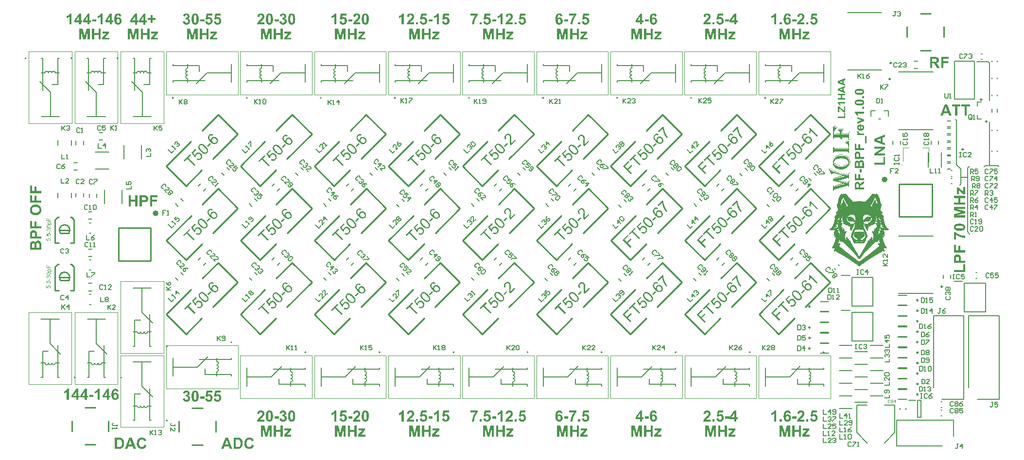
<source format=gto>
G04*
G04 #@! TF.GenerationSoftware,Altium Limited,Altium Designer,21.7.1 (17)*
G04*
G04 Layer_Color=65535*
%FSLAX44Y44*%
%MOMM*%
G71*
G04*
G04 #@! TF.SameCoordinates,6DA6EFF2-A010-467E-8A55-43E705FB17ED*
G04*
G04*
G04 #@! TF.FilePolarity,Positive*
G04*
G01*
G75*
%ADD10C,0.2000*%
%ADD11C,0.2500*%
%ADD12C,0.2540*%
%ADD13C,0.5000*%
%ADD14C,0.1000*%
%ADD15C,0.0210*%
%ADD16C,0.1200*%
G36*
X1429250Y646305D02*
X1426343Y645213D01*
Y640043D01*
X1429250Y638990D01*
Y636259D01*
X1416434Y641233D01*
Y643964D01*
X1429250Y649114D01*
Y646305D01*
D02*
G37*
G36*
Y633391D02*
X1426343Y632299D01*
Y627129D01*
X1429250Y626076D01*
Y623345D01*
X1416434Y628319D01*
Y631050D01*
X1429250Y636200D01*
Y633391D01*
D02*
G37*
G36*
Y619385D02*
X1423651D01*
Y614333D01*
X1429250D01*
Y611738D01*
X1416434D01*
Y614333D01*
X1421486D01*
Y619385D01*
X1416434D01*
Y621979D01*
X1429250D01*
Y619385D01*
D02*
G37*
G36*
Y605086D02*
X1420004D01*
X1420023Y605067D01*
X1420062Y605028D01*
X1420121Y604950D01*
X1420218Y604852D01*
X1420316Y604716D01*
X1420433Y604560D01*
X1420569Y604384D01*
X1420706Y604169D01*
X1420862Y603955D01*
X1421018Y603701D01*
X1421310Y603175D01*
X1421603Y602570D01*
X1421857Y601907D01*
X1419633D01*
Y601926D01*
X1419613Y601946D01*
X1419594Y602004D01*
X1419574Y602082D01*
X1419496Y602277D01*
X1419360Y602531D01*
X1419204Y602843D01*
X1418989Y603194D01*
X1418755Y603584D01*
X1418443Y603994D01*
X1418423Y604013D01*
X1418404Y604052D01*
X1418345Y604111D01*
X1418287Y604169D01*
X1418111Y604365D01*
X1417858Y604618D01*
X1417565Y604872D01*
X1417214Y605125D01*
X1416824Y605359D01*
X1416395Y605535D01*
Y607544D01*
X1429250D01*
Y605086D01*
D02*
G37*
G36*
Y589754D02*
X1426909D01*
X1418599Y596484D01*
Y590534D01*
X1416434D01*
Y599878D01*
X1418443D01*
X1427085Y592855D01*
Y600151D01*
X1429250D01*
Y589754D01*
D02*
G37*
G36*
Y580000D02*
X1416551D01*
Y582594D01*
X1427085D01*
Y589012D01*
X1429250D01*
Y580000D01*
D02*
G37*
G36*
X1454680Y630887D02*
X1455070Y630863D01*
X1455485Y630839D01*
X1455974Y630790D01*
X1456486Y630717D01*
X1457560Y630521D01*
X1458097Y630399D01*
X1458634Y630253D01*
X1459147Y630057D01*
X1459635Y629838D01*
X1460099Y629594D01*
X1460489Y629325D01*
X1460514Y629301D01*
X1460563Y629276D01*
X1460636Y629203D01*
X1460733Y629081D01*
X1460880Y628959D01*
X1461002Y628788D01*
X1461148Y628617D01*
X1461295Y628398D01*
X1461466Y628154D01*
X1461612Y627885D01*
X1461734Y627568D01*
X1461856Y627250D01*
X1461978Y626909D01*
X1462052Y626543D01*
X1462100Y626128D01*
X1462125Y625713D01*
Y625615D01*
X1462100Y625493D01*
Y625322D01*
X1462076Y625127D01*
X1462027Y624907D01*
X1461978Y624639D01*
X1461905Y624370D01*
X1461808Y624077D01*
X1461685Y623760D01*
X1461539Y623442D01*
X1461368Y623125D01*
X1461173Y622808D01*
X1460929Y622515D01*
X1460660Y622198D01*
X1460343Y621929D01*
X1460318Y621905D01*
X1460245Y621880D01*
X1460148Y621807D01*
X1459977Y621710D01*
X1459781Y621612D01*
X1459537Y621490D01*
X1459220Y621343D01*
X1458854Y621221D01*
X1458439Y621099D01*
X1457975Y620953D01*
X1457463Y620831D01*
X1456877Y620733D01*
X1456218Y620635D01*
X1455534Y620587D01*
X1454753Y620538D01*
X1453923Y620513D01*
X1453899D01*
X1453874D01*
X1453728D01*
X1453484D01*
X1453191Y620538D01*
X1452800Y620562D01*
X1452385Y620587D01*
X1451922Y620635D01*
X1451409Y620709D01*
X1450335Y620904D01*
X1449798Y621026D01*
X1449261Y621172D01*
X1448748Y621343D01*
X1448260Y621563D01*
X1447796Y621807D01*
X1447406Y622076D01*
X1447381Y622100D01*
X1447333Y622124D01*
X1447260Y622222D01*
X1447137Y622320D01*
X1447015Y622442D01*
X1446869Y622613D01*
X1446723Y622808D01*
X1446576Y623028D01*
X1446429Y623272D01*
X1446259Y623540D01*
X1446137Y623833D01*
X1446015Y624150D01*
X1445892Y624517D01*
X1445819Y624883D01*
X1445771Y625298D01*
X1445746Y625713D01*
Y625932D01*
X1445771Y626103D01*
X1445795Y626298D01*
X1445844Y626518D01*
X1445892Y626762D01*
X1445966Y627031D01*
X1446039Y627324D01*
X1446161Y627617D01*
X1446283Y627934D01*
X1446454Y628227D01*
X1446649Y628520D01*
X1446869Y628813D01*
X1447137Y629081D01*
X1447430Y629350D01*
X1447455Y629374D01*
X1447528Y629423D01*
X1447650Y629496D01*
X1447796Y629594D01*
X1448016Y629716D01*
X1448285Y629838D01*
X1448602Y629984D01*
X1448968Y630131D01*
X1449408Y630277D01*
X1449871Y630424D01*
X1450408Y630546D01*
X1450994Y630668D01*
X1451653Y630765D01*
X1452361Y630839D01*
X1453118Y630887D01*
X1453948Y630912D01*
X1453972D01*
X1453996D01*
X1454143D01*
X1454387D01*
X1454680Y630887D01*
D02*
G37*
G36*
X1461832Y614924D02*
X1458756D01*
Y617999D01*
X1461832D01*
Y614924D01*
D02*
G37*
G36*
X1454680Y612214D02*
X1455070Y612190D01*
X1455485Y612165D01*
X1455974Y612117D01*
X1456486Y612043D01*
X1457560Y611848D01*
X1458097Y611726D01*
X1458634Y611580D01*
X1459147Y611384D01*
X1459635Y611165D01*
X1460099Y610920D01*
X1460489Y610652D01*
X1460514Y610628D01*
X1460563Y610603D01*
X1460636Y610530D01*
X1460733Y610408D01*
X1460880Y610286D01*
X1461002Y610115D01*
X1461148Y609944D01*
X1461295Y609725D01*
X1461466Y609480D01*
X1461612Y609212D01*
X1461734Y608895D01*
X1461856Y608577D01*
X1461978Y608236D01*
X1462052Y607869D01*
X1462100Y607454D01*
X1462125Y607039D01*
Y606942D01*
X1462100Y606820D01*
Y606649D01*
X1462076Y606454D01*
X1462027Y606234D01*
X1461978Y605965D01*
X1461905Y605697D01*
X1461808Y605404D01*
X1461685Y605087D01*
X1461539Y604769D01*
X1461368Y604452D01*
X1461173Y604135D01*
X1460929Y603842D01*
X1460660Y603525D01*
X1460343Y603256D01*
X1460318Y603232D01*
X1460245Y603207D01*
X1460148Y603134D01*
X1459977Y603036D01*
X1459781Y602939D01*
X1459537Y602817D01*
X1459220Y602670D01*
X1458854Y602548D01*
X1458439Y602426D01*
X1457975Y602280D01*
X1457463Y602158D01*
X1456877Y602060D01*
X1456218Y601962D01*
X1455534Y601913D01*
X1454753Y601865D01*
X1453923Y601840D01*
X1453899D01*
X1453874D01*
X1453728D01*
X1453484D01*
X1453191Y601865D01*
X1452800Y601889D01*
X1452385Y601913D01*
X1451922Y601962D01*
X1451409Y602035D01*
X1450335Y602231D01*
X1449798Y602353D01*
X1449261Y602499D01*
X1448748Y602670D01*
X1448260Y602890D01*
X1447796Y603134D01*
X1447406Y603402D01*
X1447381Y603427D01*
X1447333Y603451D01*
X1447260Y603549D01*
X1447137Y603647D01*
X1447015Y603769D01*
X1446869Y603939D01*
X1446723Y604135D01*
X1446576Y604354D01*
X1446429Y604599D01*
X1446259Y604867D01*
X1446137Y605160D01*
X1446015Y605477D01*
X1445892Y605843D01*
X1445819Y606209D01*
X1445771Y606624D01*
X1445746Y607039D01*
Y607259D01*
X1445771Y607430D01*
X1445795Y607625D01*
X1445844Y607845D01*
X1445892Y608089D01*
X1445966Y608358D01*
X1446039Y608650D01*
X1446161Y608943D01*
X1446283Y609261D01*
X1446454Y609554D01*
X1446649Y609846D01*
X1446869Y610139D01*
X1447137Y610408D01*
X1447430Y610676D01*
X1447455Y610701D01*
X1447528Y610750D01*
X1447650Y610823D01*
X1447796Y610920D01*
X1448016Y611043D01*
X1448285Y611165D01*
X1448602Y611311D01*
X1448968Y611457D01*
X1449408Y611604D01*
X1449871Y611750D01*
X1450408Y611872D01*
X1450994Y611995D01*
X1451653Y612092D01*
X1452361Y612165D01*
X1453118Y612214D01*
X1453948Y612239D01*
X1453972D01*
X1453996D01*
X1454143D01*
X1454387D01*
X1454680Y612214D01*
D02*
G37*
G36*
X1461832Y596250D02*
X1458756D01*
Y599326D01*
X1461832D01*
Y596250D01*
D02*
G37*
G36*
Y587976D02*
X1450262D01*
X1450286Y587951D01*
X1450335Y587902D01*
X1450408Y587805D01*
X1450530Y587683D01*
X1450652Y587512D01*
X1450799Y587317D01*
X1450970Y587097D01*
X1451141Y586828D01*
X1451336Y586560D01*
X1451531Y586243D01*
X1451897Y585584D01*
X1452263Y584827D01*
X1452581Y583997D01*
X1449798D01*
Y584021D01*
X1449774Y584046D01*
X1449749Y584119D01*
X1449725Y584217D01*
X1449627Y584461D01*
X1449456Y584778D01*
X1449261Y585169D01*
X1448992Y585608D01*
X1448700Y586096D01*
X1448309Y586609D01*
X1448285Y586633D01*
X1448260Y586682D01*
X1448187Y586755D01*
X1448114Y586828D01*
X1447894Y587072D01*
X1447577Y587390D01*
X1447211Y587707D01*
X1446771Y588024D01*
X1446283Y588317D01*
X1445746Y588537D01*
Y591051D01*
X1461832D01*
Y587976D01*
D02*
G37*
G36*
Y577333D02*
Y574575D01*
X1450213Y569888D01*
Y573110D01*
X1456145Y575307D01*
X1458146Y575942D01*
X1458122D01*
X1458024Y575991D01*
X1457902Y576015D01*
X1457731Y576064D01*
X1457414Y576186D01*
X1457267Y576235D01*
X1457145Y576259D01*
X1457121D01*
X1457072Y576284D01*
X1456974Y576308D01*
X1456828Y576357D01*
X1456511Y576454D01*
X1456145Y576576D01*
X1450213Y578798D01*
Y581947D01*
X1461832Y577333D01*
D02*
G37*
G36*
X1456926Y561174D02*
X1456950D01*
X1456974D01*
X1457048D01*
X1457145Y561199D01*
X1457414Y561223D01*
X1457707Y561272D01*
X1458073Y561369D01*
X1458415Y561492D01*
X1458756Y561662D01*
X1459074Y561906D01*
X1459098Y561931D01*
X1459196Y562029D01*
X1459318Y562175D01*
X1459440Y562395D01*
X1459586Y562639D01*
X1459708Y562956D01*
X1459806Y563298D01*
X1459830Y563664D01*
Y563786D01*
X1459806Y563932D01*
X1459781Y564103D01*
X1459733Y564274D01*
X1459659Y564494D01*
X1459562Y564689D01*
X1459440Y564884D01*
X1459415Y564909D01*
X1459366Y564958D01*
X1459269Y565055D01*
X1459122Y565153D01*
X1458952Y565275D01*
X1458732Y565421D01*
X1458488Y565543D01*
X1458170Y565641D01*
X1458683Y568692D01*
X1458707D01*
X1458756Y568668D01*
X1458854Y568619D01*
X1458952Y568570D01*
X1459098Y568521D01*
X1459269Y568424D01*
X1459635Y568228D01*
X1460050Y567960D01*
X1460465Y567643D01*
X1460880Y567252D01*
X1461246Y566813D01*
Y566788D01*
X1461295Y566764D01*
X1461319Y566691D01*
X1461393Y566593D01*
X1461441Y566471D01*
X1461515Y566300D01*
X1461685Y565934D01*
X1461856Y565470D01*
X1461978Y564933D01*
X1462076Y564323D01*
X1462125Y563639D01*
Y563517D01*
X1462100Y563347D01*
Y563151D01*
X1462052Y562883D01*
X1462027Y562614D01*
X1461954Y562297D01*
X1461881Y561955D01*
X1461783Y561589D01*
X1461637Y561223D01*
X1461490Y560832D01*
X1461295Y560466D01*
X1461075Y560100D01*
X1460807Y559758D01*
X1460489Y559441D01*
X1460148Y559148D01*
X1460123D01*
X1460074Y559099D01*
X1459977Y559050D01*
X1459855Y558977D01*
X1459708Y558880D01*
X1459513Y558782D01*
X1459293Y558684D01*
X1459049Y558587D01*
X1458781Y558489D01*
X1458463Y558391D01*
X1458146Y558294D01*
X1457780Y558196D01*
X1456999Y558074D01*
X1456584Y558050D01*
X1456145Y558025D01*
X1456120D01*
X1456022D01*
X1455876D01*
X1455656Y558050D01*
X1455437Y558074D01*
X1455144Y558099D01*
X1454826Y558147D01*
X1454509Y558221D01*
X1453777Y558391D01*
X1453411Y558513D01*
X1453020Y558660D01*
X1452654Y558831D01*
X1452288Y559026D01*
X1451946Y559246D01*
X1451629Y559514D01*
X1451604Y559539D01*
X1451555Y559588D01*
X1451482Y559661D01*
X1451360Y559783D01*
X1451238Y559929D01*
X1451092Y560125D01*
X1450945Y560320D01*
X1450799Y560564D01*
X1450652Y560832D01*
X1450482Y561101D01*
X1450359Y561418D01*
X1450237Y561760D01*
X1450115Y562126D01*
X1450042Y562492D01*
X1449993Y562907D01*
X1449969Y563322D01*
Y563566D01*
X1449993Y563762D01*
X1450018Y563981D01*
X1450067Y564225D01*
X1450115Y564518D01*
X1450189Y564811D01*
X1450286Y565129D01*
X1450384Y565470D01*
X1450530Y565812D01*
X1450701Y566154D01*
X1450896Y566495D01*
X1451141Y566813D01*
X1451385Y567130D01*
X1451702Y567423D01*
X1451726Y567447D01*
X1451775Y567496D01*
X1451873Y567569D01*
X1452019Y567667D01*
X1452215Y567765D01*
X1452434Y567887D01*
X1452678Y568033D01*
X1452996Y568155D01*
X1453337Y568302D01*
X1453728Y568424D01*
X1454167Y568546D01*
X1454631Y568668D01*
X1455144Y568741D01*
X1455681Y568814D01*
X1456291Y568863D01*
X1456926D01*
Y561174D01*
D02*
G37*
G36*
X1453240Y556658D02*
X1453215Y556634D01*
X1453167Y556536D01*
X1453069Y556366D01*
X1452971Y556195D01*
X1452898Y555951D01*
X1452800Y555706D01*
X1452752Y555462D01*
X1452727Y555194D01*
Y555096D01*
X1452752Y554974D01*
X1452776Y554828D01*
X1452825Y554657D01*
X1452874Y554462D01*
X1452971Y554266D01*
X1453093Y554095D01*
X1453118Y554071D01*
X1453167Y554022D01*
X1453264Y553949D01*
X1453386Y553851D01*
X1453557Y553729D01*
X1453801Y553607D01*
X1454070Y553485D01*
X1454387Y553388D01*
X1454436D01*
X1454485Y553363D01*
X1454582Y553339D01*
X1454680D01*
X1454826Y553314D01*
X1455022Y553290D01*
X1455217Y553265D01*
X1455461Y553241D01*
X1455730Y553217D01*
X1456047Y553192D01*
X1456413D01*
X1456803Y553168D01*
X1457243Y553144D01*
X1457731D01*
X1458268D01*
X1461832D01*
Y550068D01*
X1450213D01*
Y552924D01*
X1451848D01*
X1451824Y552948D01*
X1451678Y553046D01*
X1451482Y553192D01*
X1451238Y553363D01*
X1450970Y553558D01*
X1450726Y553778D01*
X1450506Y554022D01*
X1450335Y554242D01*
X1450311Y554266D01*
X1450286Y554339D01*
X1450213Y554462D01*
X1450140Y554632D01*
X1450091Y554828D01*
X1450018Y555047D01*
X1449993Y555291D01*
X1449969Y555560D01*
Y555731D01*
X1449993Y555951D01*
X1450042Y556219D01*
X1450115Y556512D01*
X1450213Y556878D01*
X1450359Y557244D01*
X1450555Y557610D01*
X1453240Y556658D01*
D02*
G37*
G36*
X1466250Y535935D02*
X1464248D01*
Y548701D01*
X1466250D01*
Y535935D01*
D02*
G37*
G36*
X1448504Y527367D02*
X1452312D01*
Y534055D01*
X1455022D01*
Y527367D01*
X1461832D01*
Y524121D01*
X1445795D01*
Y535105D01*
X1448504D01*
Y527367D01*
D02*
G37*
G36*
X1451263Y521436D02*
X1451604Y521387D01*
X1451995Y521338D01*
X1452410Y521240D01*
X1452825Y521094D01*
X1453215Y520923D01*
X1453264Y520899D01*
X1453386Y520825D01*
X1453557Y520703D01*
X1453777Y520557D01*
X1454045Y520362D01*
X1454314Y520118D01*
X1454558Y519849D01*
X1454802Y519556D01*
X1454826Y519532D01*
X1454900Y519410D01*
X1454997Y519239D01*
X1455095Y519044D01*
X1455241Y518775D01*
X1455363Y518507D01*
X1455461Y518189D01*
X1455559Y517872D01*
Y517823D01*
X1455583Y517750D01*
Y517652D01*
X1455607Y517530D01*
X1455632Y517384D01*
X1455656Y517213D01*
Y517018D01*
X1455681Y516798D01*
X1455705Y516554D01*
X1455730Y516285D01*
X1455754Y515968D01*
Y515651D01*
X1455778Y515309D01*
Y512429D01*
X1461832D01*
Y509182D01*
X1445795D01*
Y515333D01*
X1445819Y515626D01*
Y515943D01*
X1445844Y516603D01*
X1445892Y517237D01*
X1445917Y517530D01*
X1445966Y517799D01*
X1445990Y518018D01*
X1446039Y518214D01*
Y518238D01*
X1446063Y518287D01*
X1446088Y518336D01*
X1446112Y518433D01*
X1446210Y518702D01*
X1446381Y519019D01*
X1446576Y519385D01*
X1446869Y519751D01*
X1447211Y520142D01*
X1447626Y520508D01*
X1447650D01*
X1447674Y520557D01*
X1447748Y520606D01*
X1447845Y520655D01*
X1447967Y520728D01*
X1448114Y520801D01*
X1448456Y520996D01*
X1448919Y521167D01*
X1449456Y521314D01*
X1450067Y521411D01*
X1450750Y521460D01*
X1450774D01*
X1450823D01*
X1450896D01*
X1450994D01*
X1451263Y521436D01*
D02*
G37*
G36*
X1457585Y506424D02*
X1457878Y506375D01*
X1458195Y506326D01*
X1458561Y506229D01*
X1458927Y506107D01*
X1459318Y505936D01*
X1459366Y505911D01*
X1459489Y505838D01*
X1459684Y505716D01*
X1459904Y505570D01*
X1460172Y505374D01*
X1460441Y505130D01*
X1460733Y504862D01*
X1460977Y504544D01*
X1461002Y504496D01*
X1461075Y504398D01*
X1461173Y504203D01*
X1461295Y503934D01*
X1461441Y503617D01*
X1461563Y503251D01*
X1461661Y502836D01*
X1461734Y502372D01*
Y502274D01*
X1461759Y502201D01*
Y501957D01*
X1461783Y501786D01*
Y501347D01*
X1461808Y501054D01*
Y500395D01*
X1461832Y499980D01*
Y493023D01*
X1445795D01*
Y500077D01*
X1445819Y500492D01*
X1445844Y500956D01*
X1445868Y501420D01*
X1445917Y501859D01*
X1445966Y502250D01*
Y502299D01*
X1445990Y502421D01*
X1446039Y502592D01*
X1446112Y502811D01*
X1446185Y503080D01*
X1446308Y503373D01*
X1446454Y503641D01*
X1446625Y503934D01*
X1446649Y503959D01*
X1446723Y504056D01*
X1446820Y504203D01*
X1446991Y504374D01*
X1447186Y504544D01*
X1447406Y504764D01*
X1447674Y504959D01*
X1447967Y505155D01*
X1448016Y505179D01*
X1448114Y505228D01*
X1448285Y505326D01*
X1448504Y505423D01*
X1448797Y505496D01*
X1449115Y505594D01*
X1449456Y505643D01*
X1449847Y505667D01*
X1449896D01*
X1450042D01*
X1450262Y505643D01*
X1450530Y505594D01*
X1450848Y505521D01*
X1451189Y505399D01*
X1451555Y505252D01*
X1451922Y505057D01*
X1451971Y505033D01*
X1452068Y504935D01*
X1452239Y504813D01*
X1452434Y504618D01*
X1452678Y504374D01*
X1452898Y504105D01*
X1453118Y503763D01*
X1453313Y503397D01*
Y503422D01*
X1453337Y503470D01*
X1453362Y503544D01*
X1453386Y503641D01*
X1453508Y503910D01*
X1453655Y504227D01*
X1453850Y504593D01*
X1454094Y504959D01*
X1454411Y505326D01*
X1454778Y505643D01*
X1454826Y505667D01*
X1454948Y505765D01*
X1455168Y505887D01*
X1455461Y506058D01*
X1455827Y506204D01*
X1456218Y506326D01*
X1456682Y506424D01*
X1457194Y506448D01*
X1457243D01*
X1457389D01*
X1457585Y506424D01*
D02*
G37*
G36*
X1457560Y485188D02*
X1454485D01*
Y491217D01*
X1457560D01*
Y485188D01*
D02*
G37*
G36*
X1448504Y475155D02*
X1452312D01*
Y481844D01*
X1455022D01*
Y475155D01*
X1461832D01*
Y471909D01*
X1445795D01*
Y482893D01*
X1448504D01*
Y475155D01*
D02*
G37*
G36*
X1461832Y466222D02*
X1458366Y463927D01*
X1458341Y463903D01*
X1458293Y463878D01*
X1458195Y463805D01*
X1458073Y463732D01*
X1457902Y463634D01*
X1457755Y463512D01*
X1457365Y463244D01*
X1456950Y462975D01*
X1456584Y462682D01*
X1456242Y462414D01*
X1456096Y462316D01*
X1455998Y462219D01*
X1455974Y462194D01*
X1455925Y462145D01*
X1455827Y462048D01*
X1455730Y461926D01*
X1455510Y461608D01*
X1455412Y461437D01*
X1455339Y461242D01*
Y461218D01*
X1455315Y461144D01*
X1455266Y461022D01*
X1455241Y460852D01*
X1455193Y460632D01*
X1455168Y460363D01*
X1455144Y460022D01*
Y458996D01*
X1461832D01*
Y455750D01*
X1445795D01*
Y462926D01*
X1445819Y463146D01*
Y463659D01*
X1445844Y463927D01*
X1445892Y464537D01*
X1445990Y465148D01*
X1446088Y465733D01*
X1446161Y466002D01*
X1446234Y466222D01*
Y466246D01*
X1446259Y466270D01*
X1446308Y466417D01*
X1446429Y466637D01*
X1446600Y466905D01*
X1446820Y467198D01*
X1447089Y467515D01*
X1447406Y467808D01*
X1447796Y468101D01*
X1447845Y468125D01*
X1447992Y468223D01*
X1448211Y468321D01*
X1448529Y468467D01*
X1448895Y468589D01*
X1449310Y468711D01*
X1449798Y468785D01*
X1450311Y468809D01*
X1450335D01*
X1450384D01*
X1450482D01*
X1450604Y468785D01*
X1450774D01*
X1450945Y468760D01*
X1451360Y468687D01*
X1451824Y468540D01*
X1452337Y468345D01*
X1452825Y468101D01*
X1453069Y467930D01*
X1453289Y467735D01*
X1453313D01*
X1453337Y467686D01*
X1453386Y467613D01*
X1453484Y467540D01*
X1453557Y467418D01*
X1453679Y467296D01*
X1453801Y467125D01*
X1453923Y466954D01*
X1454045Y466734D01*
X1454167Y466515D01*
X1454289Y466246D01*
X1454411Y465953D01*
X1454534Y465660D01*
X1454631Y465318D01*
X1454704Y464977D01*
X1454778Y464586D01*
Y464611D01*
X1454802Y464635D01*
X1454875Y464757D01*
X1454997Y464952D01*
X1455168Y465196D01*
X1455363Y465465D01*
X1455607Y465758D01*
X1455852Y466051D01*
X1456120Y466319D01*
X1456145Y466344D01*
X1456266Y466441D01*
X1456437Y466588D01*
X1456706Y466807D01*
X1457072Y467076D01*
X1457511Y467369D01*
X1457780Y467564D01*
X1458073Y467735D01*
X1458366Y467930D01*
X1458707Y468150D01*
X1461832Y470103D01*
Y466222D01*
D02*
G37*
G36*
X1409441Y567810D02*
X1409539Y567712D01*
X1409734Y567566D01*
X1410027Y567371D01*
X1410320Y567127D01*
X1410710Y566834D01*
X1411589Y566199D01*
X1412614Y565516D01*
X1413737Y564881D01*
X1414909Y564295D01*
X1415495Y564100D01*
X1416080Y563904D01*
X1415787Y563416D01*
X1415739D01*
X1415641Y563465D01*
X1415446Y563514D01*
X1415202Y563612D01*
X1414909Y563709D01*
X1414518Y563856D01*
X1414128Y564051D01*
X1413639Y564246D01*
X1412614Y564783D01*
X1411491Y565516D01*
X1410857Y565906D01*
X1410271Y566394D01*
X1409636Y566883D01*
X1409002Y567468D01*
X1409392Y567859D01*
X1409441Y567810D01*
D02*
G37*
G36*
X1426381Y560487D02*
X1416910D01*
X1417203Y561073D01*
X1426723D01*
X1426381Y560487D01*
D02*
G37*
G36*
X1423794Y552627D02*
X1433216D01*
X1438000Y556484D01*
Y543791D01*
X1437414Y543205D01*
Y555215D01*
X1433509Y552090D01*
X1423208D01*
Y556484D01*
X1423794Y557119D01*
Y552627D01*
D02*
G37*
G36*
X1436194Y518308D02*
X1433753Y521383D01*
X1410857D01*
X1408025Y518308D01*
Y528804D01*
X1411052Y525728D01*
X1434534D01*
Y525875D01*
X1434583Y526656D01*
X1434632Y526900D01*
X1411296D01*
X1408904Y529243D01*
X1409392Y529536D01*
X1411540Y527437D01*
X1434632D01*
Y528023D01*
X1434680Y528657D01*
Y529634D01*
X1434632Y529878D01*
Y530171D01*
X1434583Y530513D01*
X1434485Y531294D01*
X1434290Y532123D01*
X1434046Y533002D01*
X1433655Y533832D01*
X1433167Y534564D01*
X1433069Y534662D01*
X1432874Y534857D01*
X1432484Y535150D01*
X1431947Y535541D01*
X1431214Y535931D01*
X1430335Y536371D01*
X1429261Y536712D01*
X1428041Y537005D01*
X1428090Y537054D01*
X1428285Y537103D01*
X1428627Y537201D01*
X1429017Y537347D01*
X1429505Y537542D01*
X1430043Y537786D01*
X1430677Y538031D01*
X1431312Y538324D01*
X1432679Y538909D01*
X1433997Y539642D01*
X1434632Y540032D01*
X1435217Y540423D01*
X1435754Y540813D01*
X1436194Y541204D01*
Y518308D01*
D02*
G37*
G36*
X1408123Y566150D02*
X1408318Y565955D01*
X1408660Y565760D01*
X1409050Y565467D01*
X1409539Y565125D01*
X1409978Y564783D01*
X1410466Y564490D01*
X1410906Y564246D01*
X1410954Y564197D01*
X1411101Y564149D01*
X1411345Y564002D01*
X1411687Y563856D01*
X1412175Y563612D01*
X1412712Y563368D01*
X1413395Y563075D01*
X1414176Y562782D01*
X1414616Y562586D01*
X1414567D01*
X1414469Y562538D01*
X1414323Y562440D01*
X1414128Y562342D01*
X1413639Y562049D01*
X1413005Y561708D01*
X1412370Y561268D01*
X1411736Y560780D01*
X1411198Y560292D01*
X1410954Y559999D01*
X1410759Y559755D01*
X1410710Y559706D01*
X1410613Y559462D01*
X1410466Y559120D01*
X1410320Y558632D01*
X1410173Y557949D01*
X1410027Y557119D01*
X1409929Y556142D01*
X1409880Y554971D01*
Y550772D01*
X1420132D01*
Y552090D01*
X1411052D01*
Y552969D01*
X1411003Y553262D01*
Y554043D01*
X1410954Y554531D01*
Y556045D01*
X1411003Y556338D01*
Y556679D01*
X1411052Y557070D01*
X1411247Y557997D01*
X1411540Y558974D01*
X1411931Y559853D01*
X1412224Y560292D01*
X1412517Y560634D01*
X1412907Y560975D01*
X1413298Y561219D01*
X1413249Y561171D01*
X1413151Y561024D01*
X1412956Y560829D01*
X1412712Y560536D01*
X1412517Y560194D01*
X1412272Y559804D01*
X1412077Y559364D01*
X1411882Y558876D01*
Y558827D01*
X1411833Y558632D01*
X1411736Y558339D01*
X1411687Y557900D01*
X1411589Y557363D01*
X1411540Y556679D01*
X1411491Y555898D01*
Y554336D01*
X1411540Y553994D01*
X1411589Y553555D01*
X1411638Y553116D01*
X1411687Y552627D01*
X1420132D01*
Y555947D01*
X1416422Y559511D01*
X1425649D01*
X1421987Y555752D01*
Y550772D01*
X1433069D01*
X1435901Y553555D01*
Y543254D01*
X1436047Y543401D01*
X1438000Y542375D01*
Y519479D01*
X1437414Y518942D01*
Y542131D01*
X1436047Y542766D01*
X1435998Y542717D01*
X1435901Y542668D01*
X1435754Y542522D01*
X1435510Y542375D01*
X1435266Y542180D01*
X1434924Y541936D01*
X1434534Y541692D01*
X1434095Y541399D01*
X1433118Y540764D01*
X1431995Y540130D01*
X1430775Y539495D01*
X1429457Y538909D01*
X1429213Y538812D01*
X1429457Y539544D01*
X1429847Y539690D01*
X1429896D01*
X1429994Y539739D01*
X1430140Y539837D01*
X1430384Y539935D01*
X1430677Y540081D01*
X1431019Y540276D01*
X1431800Y540667D01*
X1432728Y541204D01*
X1433753Y541790D01*
X1434778Y542473D01*
X1435659Y543074D01*
X1433069Y546379D01*
X1423647D01*
Y546086D01*
X1423696Y545793D01*
X1423794Y545353D01*
X1423940Y544914D01*
X1424184Y544426D01*
X1424477Y543889D01*
X1424917Y543401D01*
X1424428Y542961D01*
X1424379Y543010D01*
X1424233Y543205D01*
X1423989Y543498D01*
X1423745Y543889D01*
X1423501Y544377D01*
X1423257Y544963D01*
X1423110Y545597D01*
X1423061Y546379D01*
X1421987D01*
Y546281D01*
X1421939Y546134D01*
Y545597D01*
X1421987Y545353D01*
X1422036Y544963D01*
X1422134Y544475D01*
X1422378Y543938D01*
X1422671Y543352D01*
X1423061Y542766D01*
X1423647Y542180D01*
X1423306Y542034D01*
X1423257D01*
X1423159Y542082D01*
X1423013Y542131D01*
X1422866Y542229D01*
X1422378Y542522D01*
X1421841Y542961D01*
X1421255Y543547D01*
X1420767Y544279D01*
X1420523Y544719D01*
X1420328Y545207D01*
X1420230Y545793D01*
X1420132Y546379D01*
X1410857D01*
X1408025Y543401D01*
Y566199D01*
X1408123Y566150D01*
D02*
G37*
G36*
X1423696Y516306D02*
X1424282Y516257D01*
X1425014Y516160D01*
X1425746Y516062D01*
X1426625Y515916D01*
X1427504Y515720D01*
X1428432Y515476D01*
X1429359Y515183D01*
X1430335Y514842D01*
X1431263Y514402D01*
X1432191Y513914D01*
X1433118Y513377D01*
X1433948Y512742D01*
X1433997Y512694D01*
X1434143Y512596D01*
X1434339Y512401D01*
X1434632Y512108D01*
X1434973Y511717D01*
X1435315Y511327D01*
X1435706Y510790D01*
X1436096Y510253D01*
X1436535Y509569D01*
X1436926Y508886D01*
X1437268Y508105D01*
X1437609Y507275D01*
X1437902Y506347D01*
X1438098Y505420D01*
X1438244Y504394D01*
X1438293Y503320D01*
Y502930D01*
X1438244Y502686D01*
X1438195Y502344D01*
X1438147Y501954D01*
X1438098Y501514D01*
X1438000Y501026D01*
X1437707Y499952D01*
X1437219Y498780D01*
X1436975Y498194D01*
X1436633Y497560D01*
X1436243Y496974D01*
X1435803Y496339D01*
X1435657D01*
Y496388D01*
X1435754Y496486D01*
X1435852Y496632D01*
X1435950Y496828D01*
X1436096Y497120D01*
X1436291Y497413D01*
X1436487Y497804D01*
X1436633Y498243D01*
X1437024Y499220D01*
X1437365Y500391D01*
X1437561Y501709D01*
X1437658Y503174D01*
Y503418D01*
X1437609Y503711D01*
Y504101D01*
X1437512Y504541D01*
X1437414Y505127D01*
X1437316Y505713D01*
X1437121Y506396D01*
X1436926Y507079D01*
X1436633Y507812D01*
X1436291Y508544D01*
X1435901Y509325D01*
X1435413Y510057D01*
X1434876Y510790D01*
X1434241Y511522D01*
X1433509Y512205D01*
X1433460Y512254D01*
X1433313Y512352D01*
X1433069Y512547D01*
X1432776Y512742D01*
X1432337Y513035D01*
X1431849Y513328D01*
X1431263Y513670D01*
X1430628Y514012D01*
X1429896Y514305D01*
X1429115Y514646D01*
X1428236Y514939D01*
X1427309Y515232D01*
X1426284Y515427D01*
X1425210Y515623D01*
X1424087Y515720D01*
X1422915Y515769D01*
X1422866D01*
X1422720D01*
X1422427D01*
X1422085D01*
X1421694Y515720D01*
X1421206Y515672D01*
X1420669Y515623D01*
X1420083Y515574D01*
X1418765Y515379D01*
X1417350Y515086D01*
X1415934Y514646D01*
X1414518Y514109D01*
X1414469D01*
X1414372Y514012D01*
X1414176Y513963D01*
X1413932Y513816D01*
X1413639Y513670D01*
X1413298Y513426D01*
X1412468Y512938D01*
X1411638Y512303D01*
X1410710Y511522D01*
X1409880Y510594D01*
X1409148Y509569D01*
X1408904D01*
Y509618D01*
X1408953Y509716D01*
X1409050Y509862D01*
X1409197Y510106D01*
X1409588Y510643D01*
X1410125Y511376D01*
X1410808Y512157D01*
X1411736Y512986D01*
X1412809Y513768D01*
X1413395Y514158D01*
X1414079Y514500D01*
X1414128D01*
X1414225Y514598D01*
X1414469Y514695D01*
X1414713Y514793D01*
X1415055Y514939D01*
X1415495Y515086D01*
X1415983Y515232D01*
X1416520Y515427D01*
X1417106Y515623D01*
X1417740Y515769D01*
X1419205Y516062D01*
X1420767Y516257D01*
X1422524Y516355D01*
X1422622D01*
X1422817D01*
X1423208D01*
X1423696Y516306D01*
D02*
G37*
G36*
Y514256D02*
X1424233Y514207D01*
X1424868Y514158D01*
X1425551Y514061D01*
X1426284Y513914D01*
X1427943Y513523D01*
X1428773Y513279D01*
X1429603Y512986D01*
X1430482Y512596D01*
X1431312Y512157D01*
X1432093Y511668D01*
X1432825Y511131D01*
X1432874Y511083D01*
X1432972Y510985D01*
X1433167Y510790D01*
X1433411Y510546D01*
X1433704Y510253D01*
X1433997Y509862D01*
X1434339Y509423D01*
X1434680Y508886D01*
X1435071Y508349D01*
X1435413Y507714D01*
X1435706Y506982D01*
X1435998Y506250D01*
X1436243Y505420D01*
X1436438Y504590D01*
X1436535Y503662D01*
X1436584Y502686D01*
Y502295D01*
X1436535Y502002D01*
X1436487Y501612D01*
X1436438Y501172D01*
X1436340Y500684D01*
X1436243Y500196D01*
X1435950Y499024D01*
X1435461Y497755D01*
X1435168Y497120D01*
X1434827Y496486D01*
X1434387Y495851D01*
X1433948Y495216D01*
X1433899Y495168D01*
X1433753Y495021D01*
X1433509Y494777D01*
X1433216Y494484D01*
X1432776Y494094D01*
X1432288Y493703D01*
X1431702Y493264D01*
X1431019Y492824D01*
X1430238Y492385D01*
X1429359Y491946D01*
X1428383Y491555D01*
X1427357Y491165D01*
X1426186Y490872D01*
X1424965Y490628D01*
X1423647Y490481D01*
X1422231Y490432D01*
X1422134D01*
X1421939D01*
X1421597D01*
X1421109Y490481D01*
X1420572Y490530D01*
X1419937Y490628D01*
X1419205Y490725D01*
X1418424Y490823D01*
X1416715Y491213D01*
X1415885Y491506D01*
X1414957Y491799D01*
X1414128Y492190D01*
X1413249Y492629D01*
X1412468Y493117D01*
X1411687Y493703D01*
X1411638Y493752D01*
X1411491Y493849D01*
X1411296Y494045D01*
X1411052Y494289D01*
X1410759Y494631D01*
X1410417Y495021D01*
X1410076Y495509D01*
X1409685Y496046D01*
X1409343Y496632D01*
X1409002Y497316D01*
X1408660Y498048D01*
X1408367Y498829D01*
X1408074Y499708D01*
X1407879Y500587D01*
X1407781Y501563D01*
X1407732Y502588D01*
Y502832D01*
X1407781Y503125D01*
Y503467D01*
X1407879Y503906D01*
X1407928Y504443D01*
X1408074Y505029D01*
X1408221Y505664D01*
X1408465Y506298D01*
X1408709Y506982D01*
X1409050Y507714D01*
X1409441Y508397D01*
X1409880Y509130D01*
X1410466Y509813D01*
X1411052Y510448D01*
X1411784Y511083D01*
X1411833Y511131D01*
X1411980Y511229D01*
X1412224Y511376D01*
X1412517Y511571D01*
X1412907Y511815D01*
X1413444Y512108D01*
X1413981Y512401D01*
X1414665Y512694D01*
X1415397Y512986D01*
X1416227Y513279D01*
X1417106Y513572D01*
X1418082Y513816D01*
X1419107Y514012D01*
X1420230Y514158D01*
X1421402Y514256D01*
X1422622Y514305D01*
X1422671D01*
X1422915D01*
X1423257D01*
X1423696Y514256D01*
D02*
G37*
G36*
X1402216Y493020D02*
X1402314Y492971D01*
X1402460Y492824D01*
X1402704Y492629D01*
X1402948Y492434D01*
X1403290Y492141D01*
X1403680Y491897D01*
X1404071Y491555D01*
X1405047Y490872D01*
X1406170Y490188D01*
X1407439Y489456D01*
X1408757Y488772D01*
X1408806D01*
X1408904Y488675D01*
X1409148Y488626D01*
X1409441Y488479D01*
X1409783Y488333D01*
X1410222Y488138D01*
X1410759Y487943D01*
X1411394Y487698D01*
X1412077Y487454D01*
X1412809Y487161D01*
X1413639Y486868D01*
X1414567Y486576D01*
X1415543Y486234D01*
X1416617Y485941D01*
X1417740Y485599D01*
X1418912Y485257D01*
X1433118Y481401D01*
X1438000Y485599D01*
Y474322D01*
X1437414Y473834D01*
Y484281D01*
X1433313Y480717D01*
X1418619Y484769D01*
X1418521D01*
X1418326Y484867D01*
X1417984Y484964D01*
X1417545Y485062D01*
X1417008Y485209D01*
X1416373Y485404D01*
X1415641Y485648D01*
X1414909Y485843D01*
X1413298Y486380D01*
X1411638Y486966D01*
X1409978Y487552D01*
X1409246Y487894D01*
X1408562Y488187D01*
X1408513D01*
X1408416Y488284D01*
X1408221Y488382D01*
X1407976Y488479D01*
X1407635Y488675D01*
X1407244Y488870D01*
X1406365Y489358D01*
X1405340Y489993D01*
X1404217Y490725D01*
X1403046Y491604D01*
X1401825Y492580D01*
X1402167Y493068D01*
X1402216Y493020D01*
D02*
G37*
G36*
X1400556Y491750D02*
X1400654Y491653D01*
X1400849Y491506D01*
X1401093Y491311D01*
X1401386Y491018D01*
X1401728Y490725D01*
X1402167Y490432D01*
X1402606Y490090D01*
X1403632Y489309D01*
X1404754Y488528D01*
X1405975Y487796D01*
X1407244Y487161D01*
X1407293D01*
X1407391Y487113D01*
X1407586Y487015D01*
X1407879Y486917D01*
X1408269Y486722D01*
X1408709Y486576D01*
X1409246Y486380D01*
X1409880Y486136D01*
X1410564Y485892D01*
X1411394Y485599D01*
X1412321Y485306D01*
X1413298Y484964D01*
X1414372Y484623D01*
X1415592Y484281D01*
X1416862Y483890D01*
X1418277Y483500D01*
X1432093Y479741D01*
X1433802Y480180D01*
X1436194Y482865D01*
Y472857D01*
X1433802Y475738D01*
X1419742Y471832D01*
X1433509Y468073D01*
X1438000Y471832D01*
Y460604D01*
X1437414Y460165D01*
Y470612D01*
X1433606Y467341D01*
X1418619Y471491D01*
X1416031Y470758D01*
X1432435Y466267D01*
X1433802Y466609D01*
X1436194Y469196D01*
Y459139D01*
X1433802Y462117D01*
X1410808Y455771D01*
X1408025Y452500D01*
Y463191D01*
X1410808Y460165D01*
X1428920Y465193D01*
X1426235Y465974D01*
X1411150Y461727D01*
X1409392Y463728D01*
X1409734Y464265D01*
X1411345Y462410D01*
X1425161Y466267D01*
X1408025Y470953D01*
Y473004D01*
X1428724Y478716D01*
X1426235Y479448D01*
X1408025Y474371D01*
Y475005D01*
X1425161Y479741D01*
X1417740Y481791D01*
X1417643D01*
X1417447Y481889D01*
X1417057Y481987D01*
X1416617Y482084D01*
X1416031Y482231D01*
X1415397Y482426D01*
X1414713Y482572D01*
X1413981Y482768D01*
X1412468Y483109D01*
X1410954Y483451D01*
X1410271Y483549D01*
X1409636Y483646D01*
X1409099Y483744D01*
X1408660D01*
X1408611D01*
X1408562D01*
X1408269Y483695D01*
X1407830Y483646D01*
X1407293Y483451D01*
X1406707Y483207D01*
X1406121Y482817D01*
X1405487Y482231D01*
X1405194Y481889D01*
X1404950Y481498D01*
Y481547D01*
X1404901Y481596D01*
X1404852Y481743D01*
X1404803Y481938D01*
X1404608Y482475D01*
X1404364Y483158D01*
X1404071Y483988D01*
X1403680Y484916D01*
X1403241Y485941D01*
X1402753Y487015D01*
Y487064D01*
X1402704Y487161D01*
X1402606Y487308D01*
X1402509Y487503D01*
X1402265Y488040D01*
X1401923Y488675D01*
X1401532Y489407D01*
X1401093Y490139D01*
X1400654Y490823D01*
X1400214Y491409D01*
X1400507Y491799D01*
X1400556Y491750D01*
D02*
G37*
G36*
X1498871Y547320D02*
X1494507Y545680D01*
Y537919D01*
X1498871Y536338D01*
Y532238D01*
X1479630Y539706D01*
Y543806D01*
X1498871Y551537D01*
Y547320D01*
D02*
G37*
G36*
Y526205D02*
X1486248Y518415D01*
X1498871D01*
Y514812D01*
X1479630D01*
Y518561D01*
X1492545Y526498D01*
X1479630D01*
Y530100D01*
X1498871D01*
Y526205D01*
D02*
G37*
G36*
Y498500D02*
X1479805D01*
Y502395D01*
X1495620D01*
Y512030D01*
X1498871D01*
Y498500D01*
D02*
G37*
G36*
X1637899Y446933D02*
X1634999D01*
X1629025Y452146D01*
X1628996Y452175D01*
X1628966Y452205D01*
X1628790Y452351D01*
X1628527Y452585D01*
X1628205Y452878D01*
X1627853Y453171D01*
X1627502Y453493D01*
X1627180Y453815D01*
X1626916Y454079D01*
Y453962D01*
X1626945Y453815D01*
Y453376D01*
X1626975Y453054D01*
Y452351D01*
X1627004Y447431D01*
X1623958D01*
Y458970D01*
X1626535D01*
X1632715Y453639D01*
X1634736Y451765D01*
Y451824D01*
X1634706Y452000D01*
Y452263D01*
X1634677Y452585D01*
Y452907D01*
X1634648Y453200D01*
Y459380D01*
X1637899D01*
Y446933D01*
D02*
G37*
G36*
Y440549D02*
X1629493D01*
Y432963D01*
X1637899D01*
Y429068D01*
X1618658D01*
Y432963D01*
X1626243D01*
Y440549D01*
X1618658D01*
Y444444D01*
X1637899D01*
Y440549D01*
D02*
G37*
G36*
Y421600D02*
X1622758Y421571D01*
X1637899Y417764D01*
Y414045D01*
X1622758Y410237D01*
X1637899D01*
Y406635D01*
X1618658D01*
Y412434D01*
X1631807Y415919D01*
X1618658Y419345D01*
Y425203D01*
X1637899D01*
Y421600D01*
D02*
G37*
G36*
X1629318Y395916D02*
X1629786Y395887D01*
X1630284Y395858D01*
X1630870Y395799D01*
X1631485Y395711D01*
X1632773Y395477D01*
X1633418Y395331D01*
X1634062Y395155D01*
X1634677Y394921D01*
X1635263Y394657D01*
X1635819Y394364D01*
X1636288Y394042D01*
X1636317Y394013D01*
X1636376Y393983D01*
X1636463Y393896D01*
X1636581Y393749D01*
X1636756Y393603D01*
X1636903Y393398D01*
X1637079Y393193D01*
X1637254Y392929D01*
X1637459Y392636D01*
X1637635Y392314D01*
X1637781Y391934D01*
X1637928Y391553D01*
X1638074Y391143D01*
X1638162Y390704D01*
X1638221Y390206D01*
X1638250Y389708D01*
Y389591D01*
X1638221Y389444D01*
Y389239D01*
X1638191Y389005D01*
X1638133Y388741D01*
X1638074Y388419D01*
X1637986Y388097D01*
X1637869Y387746D01*
X1637723Y387365D01*
X1637547Y386984D01*
X1637342Y386603D01*
X1637108Y386223D01*
X1636815Y385871D01*
X1636493Y385490D01*
X1636112Y385168D01*
X1636083Y385139D01*
X1635995Y385110D01*
X1635878Y385022D01*
X1635673Y384905D01*
X1635439Y384788D01*
X1635146Y384641D01*
X1634765Y384465D01*
X1634326Y384319D01*
X1633828Y384173D01*
X1633271Y383997D01*
X1632656Y383851D01*
X1631953Y383733D01*
X1631163Y383616D01*
X1630343Y383558D01*
X1629406Y383499D01*
X1628410Y383470D01*
X1628380D01*
X1628351D01*
X1628176D01*
X1627883D01*
X1627531Y383499D01*
X1627063Y383528D01*
X1626565Y383558D01*
X1626008Y383616D01*
X1625393Y383704D01*
X1624105Y383938D01*
X1623461Y384085D01*
X1622816Y384260D01*
X1622201Y384465D01*
X1621615Y384729D01*
X1621059Y385022D01*
X1620590Y385344D01*
X1620561Y385373D01*
X1620503Y385403D01*
X1620415Y385520D01*
X1620268Y385637D01*
X1620122Y385783D01*
X1619946Y385988D01*
X1619770Y386223D01*
X1619595Y386486D01*
X1619419Y386779D01*
X1619214Y387101D01*
X1619068Y387453D01*
X1618921Y387833D01*
X1618775Y388273D01*
X1618687Y388712D01*
X1618628Y389210D01*
X1618599Y389708D01*
Y389971D01*
X1618628Y390176D01*
X1618658Y390411D01*
X1618716Y390674D01*
X1618775Y390967D01*
X1618862Y391289D01*
X1618950Y391641D01*
X1619097Y391992D01*
X1619243Y392373D01*
X1619448Y392724D01*
X1619682Y393076D01*
X1619946Y393427D01*
X1620268Y393749D01*
X1620620Y394071D01*
X1620649Y394101D01*
X1620737Y394159D01*
X1620883Y394247D01*
X1621059Y394364D01*
X1621323Y394511D01*
X1621645Y394657D01*
X1622025Y394833D01*
X1622465Y395009D01*
X1622992Y395184D01*
X1623548Y395360D01*
X1624193Y395506D01*
X1624895Y395653D01*
X1625686Y395770D01*
X1626535Y395858D01*
X1627443Y395916D01*
X1628439Y395946D01*
X1628468D01*
X1628498D01*
X1628673D01*
X1628966D01*
X1629318Y395916D01*
D02*
G37*
G36*
X1621645Y381098D02*
X1621674Y381068D01*
X1621791Y380980D01*
X1621908Y380863D01*
X1622055Y380717D01*
X1622260Y380541D01*
X1622494Y380336D01*
X1622758Y380131D01*
X1623050Y379897D01*
X1623373Y379663D01*
X1623753Y379399D01*
X1624134Y379106D01*
X1624573Y378843D01*
X1625013Y378550D01*
X1625511Y378228D01*
X1626038Y377935D01*
X1626067Y377905D01*
X1626155Y377876D01*
X1626331Y377788D01*
X1626535Y377671D01*
X1626799Y377525D01*
X1627121Y377378D01*
X1627473Y377202D01*
X1627883Y377027D01*
X1628322Y376822D01*
X1628790Y376617D01*
X1629288Y376412D01*
X1629816Y376207D01*
X1630958Y375826D01*
X1632159Y375475D01*
X1632188D01*
X1632305Y375445D01*
X1632481Y375387D01*
X1632686Y375358D01*
X1632979Y375270D01*
X1633301Y375211D01*
X1633681Y375123D01*
X1634091Y375065D01*
X1634531Y374977D01*
X1634970Y374889D01*
X1635936Y374772D01*
X1636932Y374684D01*
X1637899Y374655D01*
Y371111D01*
X1637840D01*
X1637723D01*
X1637518Y371140D01*
X1637225D01*
X1636844Y371170D01*
X1636434Y371228D01*
X1635936Y371287D01*
X1635409Y371345D01*
X1634823Y371433D01*
X1634179Y371550D01*
X1633506Y371697D01*
X1632832Y371843D01*
X1632100Y372019D01*
X1631338Y372224D01*
X1630577Y372487D01*
X1629816Y372751D01*
X1629757Y372780D01*
X1629640Y372810D01*
X1629406Y372927D01*
X1629113Y373044D01*
X1628761Y373190D01*
X1628322Y373366D01*
X1627853Y373600D01*
X1627326Y373864D01*
X1626770Y374128D01*
X1626184Y374450D01*
X1624925Y375153D01*
X1623636Y375973D01*
X1622377Y376880D01*
Y368534D01*
X1618950D01*
Y381127D01*
X1621615D01*
X1621645Y381098D01*
D02*
G37*
G36*
X1621908Y349381D02*
X1626477D01*
Y357405D01*
X1629728D01*
Y349381D01*
X1637899D01*
Y345486D01*
X1618658D01*
Y358664D01*
X1621908D01*
Y349381D01*
D02*
G37*
G36*
X1625218Y342264D02*
X1625628Y342206D01*
X1626096Y342147D01*
X1626594Y342030D01*
X1627092Y341854D01*
X1627560Y341649D01*
X1627619Y341620D01*
X1627766Y341532D01*
X1627970Y341385D01*
X1628234Y341210D01*
X1628556Y340975D01*
X1628878Y340683D01*
X1629171Y340360D01*
X1629464Y340009D01*
X1629493Y339980D01*
X1629581Y339833D01*
X1629698Y339628D01*
X1629816Y339394D01*
X1629991Y339072D01*
X1630138Y338750D01*
X1630255Y338369D01*
X1630372Y337988D01*
Y337930D01*
X1630401Y337842D01*
Y337725D01*
X1630431Y337578D01*
X1630460Y337403D01*
X1630489Y337198D01*
Y336963D01*
X1630518Y336700D01*
X1630548Y336407D01*
X1630577Y336085D01*
X1630606Y335704D01*
Y335323D01*
X1630636Y334913D01*
Y331457D01*
X1637899D01*
Y327562D01*
X1618658D01*
Y334943D01*
X1618687Y335294D01*
Y335675D01*
X1618716Y336465D01*
X1618775Y337227D01*
X1618804Y337578D01*
X1618862Y337900D01*
X1618892Y338164D01*
X1618950Y338398D01*
Y338428D01*
X1618980Y338486D01*
X1619009Y338545D01*
X1619038Y338662D01*
X1619155Y338984D01*
X1619360Y339365D01*
X1619595Y339804D01*
X1619946Y340243D01*
X1620356Y340712D01*
X1620854Y341151D01*
X1620883D01*
X1620913Y341210D01*
X1621000Y341268D01*
X1621118Y341327D01*
X1621264Y341415D01*
X1621440Y341503D01*
X1621850Y341737D01*
X1622406Y341942D01*
X1623050Y342118D01*
X1623783Y342235D01*
X1624603Y342293D01*
X1624632D01*
X1624691D01*
X1624778D01*
X1624895D01*
X1625218Y342264D01*
D02*
G37*
G36*
X1637899Y311250D02*
X1618833D01*
Y315145D01*
X1634648D01*
Y324780D01*
X1637899D01*
Y311250D01*
D02*
G37*
G36*
X196125Y426000D02*
X192230D01*
Y434405D01*
X184645D01*
Y426000D01*
X180750D01*
Y445241D01*
X184645D01*
Y437656D01*
X192230D01*
Y445241D01*
X196125D01*
Y426000D01*
D02*
G37*
G36*
X231239Y441990D02*
X221956D01*
Y437422D01*
X229980D01*
Y434171D01*
X221956D01*
Y426000D01*
X218061D01*
Y445241D01*
X231239D01*
Y441990D01*
D02*
G37*
G36*
X207869Y445212D02*
X208250D01*
X209041Y445182D01*
X209802Y445124D01*
X210153Y445095D01*
X210476Y445036D01*
X210739Y445007D01*
X210973Y444948D01*
X211003D01*
X211061Y444919D01*
X211120Y444890D01*
X211237Y444860D01*
X211559Y444743D01*
X211940Y444538D01*
X212379Y444304D01*
X212818Y443952D01*
X213287Y443542D01*
X213726Y443045D01*
Y443015D01*
X213785Y442986D01*
X213843Y442898D01*
X213902Y442781D01*
X213990Y442635D01*
X214078Y442459D01*
X214312Y442049D01*
X214517Y441492D01*
X214693Y440848D01*
X214810Y440116D01*
X214868Y439296D01*
Y439267D01*
Y439208D01*
Y439120D01*
Y439003D01*
X214839Y438681D01*
X214781Y438271D01*
X214722Y437802D01*
X214605Y437304D01*
X214429Y436807D01*
X214224Y436338D01*
X214195Y436279D01*
X214107Y436133D01*
X213961Y435928D01*
X213785Y435664D01*
X213551Y435342D01*
X213258Y435020D01*
X212936Y434727D01*
X212584Y434434D01*
X212555Y434405D01*
X212408Y434317D01*
X212203Y434200D01*
X211969Y434083D01*
X211647Y433907D01*
X211325Y433761D01*
X210944Y433644D01*
X210563Y433527D01*
X210505D01*
X210417Y433497D01*
X210300D01*
X210153Y433468D01*
X209978Y433439D01*
X209773Y433409D01*
X209538D01*
X209275Y433380D01*
X208982Y433351D01*
X208660Y433322D01*
X208279Y433292D01*
X207898D01*
X207488Y433263D01*
X204032D01*
Y426000D01*
X200138D01*
Y445241D01*
X207518D01*
X207869Y445212D01*
D02*
G37*
G36*
X12466Y452605D02*
X17034D01*
Y460630D01*
X20285D01*
Y452605D01*
X28456D01*
Y448710D01*
X9215D01*
Y461889D01*
X12466D01*
Y452605D01*
D02*
G37*
G36*
Y436205D02*
X17034D01*
Y444229D01*
X20285D01*
Y436205D01*
X28456D01*
Y432310D01*
X9215D01*
Y445489D01*
X12466D01*
Y436205D01*
D02*
G37*
G36*
X19319Y429235D02*
X19641D01*
X20051Y429176D01*
X20490Y429118D01*
X21017Y429059D01*
X21544Y428942D01*
X22130Y428825D01*
X22716Y428649D01*
X23331Y428444D01*
X23946Y428181D01*
X24532Y427888D01*
X25117Y427565D01*
X25674Y427155D01*
X26201Y426716D01*
X26230Y426687D01*
X26318Y426599D01*
X26435Y426453D01*
X26611Y426248D01*
X26816Y426013D01*
X27021Y425691D01*
X27255Y425340D01*
X27490Y424930D01*
X27753Y424461D01*
X27987Y423963D01*
X28192Y423407D01*
X28397Y422792D01*
X28573Y422148D01*
X28690Y421474D01*
X28778Y420742D01*
X28807Y419951D01*
Y419775D01*
X28778Y419541D01*
Y419248D01*
X28719Y418897D01*
X28661Y418457D01*
X28602Y417989D01*
X28485Y417491D01*
X28339Y416964D01*
X28163Y416408D01*
X27958Y415851D01*
X27694Y415295D01*
X27402Y414709D01*
X27050Y414182D01*
X26669Y413655D01*
X26201Y413157D01*
X26172Y413127D01*
X26084Y413040D01*
X25937Y412922D01*
X25732Y412776D01*
X25469Y412571D01*
X25147Y412366D01*
X24766Y412132D01*
X24327Y411897D01*
X23829Y411663D01*
X23302Y411429D01*
X22716Y411224D01*
X22071Y411019D01*
X21369Y410872D01*
X20636Y410755D01*
X19846Y410667D01*
X18996Y410638D01*
X18967D01*
X18850D01*
X18704D01*
X18499D01*
X18235Y410667D01*
X17942Y410697D01*
X17620D01*
X17269Y410755D01*
X16478Y410843D01*
X15658Y410990D01*
X14838Y411195D01*
X14047Y411487D01*
X14018D01*
X13988Y411517D01*
X13813Y411605D01*
X13520Y411751D01*
X13168Y411956D01*
X12759Y412220D01*
X12319Y412512D01*
X11851Y412893D01*
X11411Y413274D01*
X11353Y413332D01*
X11206Y413479D01*
X11001Y413713D01*
X10767Y414006D01*
X10474Y414387D01*
X10181Y414797D01*
X9918Y415265D01*
X9683Y415763D01*
Y415793D01*
X9654Y415851D01*
X9596Y415939D01*
X9566Y416085D01*
X9508Y416261D01*
X9420Y416466D01*
X9361Y416700D01*
X9273Y416964D01*
X9156Y417579D01*
X9010Y418282D01*
X8922Y419072D01*
X8893Y419922D01*
Y420098D01*
X8922Y420332D01*
Y420625D01*
X8981Y420976D01*
X9039Y421386D01*
X9127Y421855D01*
X9215Y422353D01*
X9361Y422909D01*
X9537Y423436D01*
X9771Y424022D01*
X10006Y424578D01*
X10328Y425135D01*
X10679Y425691D01*
X11089Y426218D01*
X11558Y426716D01*
X11587Y426745D01*
X11675Y426833D01*
X11821Y426950D01*
X12056Y427126D01*
X12319Y427302D01*
X12641Y427536D01*
X13022Y427741D01*
X13461Y428005D01*
X13959Y428239D01*
X14516Y428473D01*
X15101Y428678D01*
X15746Y428854D01*
X16449Y429030D01*
X17210Y429147D01*
X18030Y429235D01*
X18879Y429264D01*
X18938D01*
X19084D01*
X19319Y429235D01*
D02*
G37*
G36*
X12466Y391456D02*
X17034D01*
Y399480D01*
X20285D01*
Y391456D01*
X28456D01*
Y387561D01*
X9215D01*
Y400739D01*
X12466D01*
Y391456D01*
D02*
G37*
G36*
X15775Y384339D02*
X16185Y384281D01*
X16654Y384222D01*
X17151Y384105D01*
X17649Y383929D01*
X18118Y383724D01*
X18176Y383695D01*
X18323Y383607D01*
X18528Y383461D01*
X18792Y383285D01*
X19114Y383050D01*
X19436Y382758D01*
X19729Y382435D01*
X20022Y382084D01*
X20051Y382055D01*
X20139Y381908D01*
X20256Y381703D01*
X20373Y381469D01*
X20549Y381147D01*
X20695Y380825D01*
X20812Y380444D01*
X20929Y380063D01*
Y380005D01*
X20959Y379917D01*
Y379800D01*
X20988Y379653D01*
X21017Y379478D01*
X21047Y379273D01*
Y379038D01*
X21076Y378775D01*
X21105Y378482D01*
X21134Y378160D01*
X21164Y377779D01*
Y377398D01*
X21193Y376988D01*
Y373532D01*
X28456D01*
Y369637D01*
X9215D01*
Y377018D01*
X9244Y377369D01*
Y377750D01*
X9273Y378540D01*
X9332Y379302D01*
X9361Y379653D01*
X9420Y379976D01*
X9449Y380239D01*
X9508Y380473D01*
Y380503D01*
X9537Y380561D01*
X9566Y380620D01*
X9596Y380737D01*
X9713Y381059D01*
X9918Y381440D01*
X10152Y381879D01*
X10503Y382318D01*
X10913Y382787D01*
X11411Y383226D01*
X11441D01*
X11470Y383285D01*
X11558Y383343D01*
X11675Y383402D01*
X11821Y383490D01*
X11997Y383578D01*
X12407Y383812D01*
X12964Y384017D01*
X13608Y384193D01*
X14340Y384310D01*
X15160Y384368D01*
X15189D01*
X15248D01*
X15336D01*
X15453D01*
X15775Y384339D01*
D02*
G37*
G36*
X23360Y366328D02*
X23712Y366269D01*
X24092Y366211D01*
X24532Y366094D01*
X24971Y365947D01*
X25439Y365742D01*
X25498Y365713D01*
X25644Y365625D01*
X25879Y365479D01*
X26142Y365303D01*
X26465Y365069D01*
X26787Y364776D01*
X27138Y364454D01*
X27431Y364073D01*
X27460Y364015D01*
X27548Y363897D01*
X27665Y363663D01*
X27812Y363341D01*
X27987Y362960D01*
X28134Y362521D01*
X28251Y362023D01*
X28339Y361467D01*
Y361349D01*
X28368Y361262D01*
Y360969D01*
X28397Y360764D01*
Y360237D01*
X28427Y359885D01*
Y359094D01*
X28456Y358596D01*
Y350250D01*
X9215D01*
Y358714D01*
X9244Y359212D01*
X9273Y359768D01*
X9303Y360324D01*
X9361Y360852D01*
X9420Y361320D01*
Y361379D01*
X9449Y361525D01*
X9508Y361730D01*
X9596Y361994D01*
X9683Y362316D01*
X9830Y362667D01*
X10006Y362990D01*
X10211Y363341D01*
X10240Y363370D01*
X10328Y363487D01*
X10445Y363663D01*
X10650Y363868D01*
X10884Y364073D01*
X11148Y364337D01*
X11470Y364571D01*
X11821Y364805D01*
X11880Y364835D01*
X11997Y364893D01*
X12202Y365010D01*
X12466Y365127D01*
X12817Y365215D01*
X13198Y365332D01*
X13608Y365391D01*
X14076Y365420D01*
X14135D01*
X14311D01*
X14574Y365391D01*
X14896Y365332D01*
X15277Y365244D01*
X15687Y365098D01*
X16126Y364922D01*
X16566Y364688D01*
X16624Y364659D01*
X16741Y364542D01*
X16946Y364395D01*
X17181Y364161D01*
X17474Y363868D01*
X17737Y363546D01*
X18001Y363136D01*
X18235Y362697D01*
Y362726D01*
X18264Y362785D01*
X18294Y362872D01*
X18323Y362990D01*
X18469Y363312D01*
X18645Y363692D01*
X18879Y364132D01*
X19172Y364571D01*
X19553Y365010D01*
X19992Y365391D01*
X20051Y365420D01*
X20197Y365537D01*
X20461Y365684D01*
X20812Y365889D01*
X21251Y366064D01*
X21720Y366211D01*
X22276Y366328D01*
X22891Y366357D01*
X22950D01*
X23126D01*
X23360Y366328D01*
D02*
G37*
G36*
X1646602Y600240D02*
X1640950D01*
Y584250D01*
X1637055D01*
Y600240D01*
X1631403D01*
Y603491D01*
X1646602D01*
Y600240D01*
D02*
G37*
G36*
X1630202D02*
X1624550D01*
Y584250D01*
X1620655D01*
Y600240D01*
X1615002D01*
Y603491D01*
X1630202D01*
Y600240D01*
D02*
G37*
G36*
X1614300Y584250D02*
X1610082D01*
X1608442Y588614D01*
X1600681D01*
X1599100Y584250D01*
X1595000D01*
X1602468Y603491D01*
X1606568D01*
X1614300Y584250D01*
D02*
G37*
G36*
X132311Y716750D02*
X128416D01*
Y725155D01*
X120831D01*
Y716750D01*
X116936D01*
Y735991D01*
X120831D01*
Y728406D01*
X128416D01*
Y735991D01*
X132311D01*
Y716750D01*
D02*
G37*
G36*
X113070D02*
X109468D01*
X109439Y731891D01*
X105632Y716750D01*
X101912D01*
X98105Y731891D01*
Y716750D01*
X94503D01*
Y735991D01*
X100302D01*
X103786Y722841D01*
X107213Y735991D01*
X113070D01*
Y716750D01*
D02*
G37*
G36*
X146837Y728113D02*
X141507Y721934D01*
X139633Y719913D01*
X139691D01*
X139867Y719942D01*
X140131D01*
X140453Y719971D01*
X140775D01*
X141068Y720001D01*
X147247D01*
Y716750D01*
X134801D01*
Y719649D01*
X140014Y725624D01*
X140043Y725653D01*
X140072Y725682D01*
X140218Y725858D01*
X140453Y726122D01*
X140746Y726444D01*
X141039Y726795D01*
X141361Y727147D01*
X141683Y727469D01*
X141946Y727732D01*
X141829D01*
X141683Y727703D01*
X141244D01*
X140921Y727674D01*
X140218D01*
X135299Y727645D01*
Y730690D01*
X146837D01*
Y728113D01*
D02*
G37*
G36*
X217309Y716750D02*
X213413D01*
Y725155D01*
X205828D01*
Y716750D01*
X201933D01*
Y735991D01*
X205828D01*
Y728406D01*
X213413D01*
Y735991D01*
X217309D01*
Y716750D01*
D02*
G37*
G36*
X198067D02*
X194465D01*
X194436Y731891D01*
X190629Y716750D01*
X186909D01*
X183102Y731891D01*
Y716750D01*
X179500D01*
Y735991D01*
X185299D01*
X188784Y722841D01*
X192210Y735991D01*
X198067D01*
Y716750D01*
D02*
G37*
G36*
X231834Y728113D02*
X226504Y721934D01*
X224630Y719913D01*
X224689D01*
X224864Y719942D01*
X225128D01*
X225450Y719971D01*
X225772D01*
X226065Y720001D01*
X232244D01*
Y716750D01*
X219798D01*
Y719649D01*
X225011Y725624D01*
X225040Y725653D01*
X225069Y725682D01*
X225216Y725858D01*
X225450Y726122D01*
X225743Y726444D01*
X226036Y726795D01*
X226358Y727147D01*
X226680Y727469D01*
X226944Y727732D01*
X226826D01*
X226680Y727703D01*
X226241D01*
X225919Y727674D01*
X225216D01*
X220296Y727645D01*
Y730690D01*
X231834D01*
Y728113D01*
D02*
G37*
G36*
X320236Y716750D02*
X316341D01*
Y725155D01*
X308756D01*
Y716750D01*
X304861D01*
Y735991D01*
X308756D01*
Y728406D01*
X316341D01*
Y735991D01*
X320236D01*
Y716750D01*
D02*
G37*
G36*
X300995D02*
X297393D01*
X297364Y731891D01*
X293556Y716750D01*
X289837D01*
X286030Y731891D01*
Y716750D01*
X282428D01*
Y735991D01*
X288226D01*
X291712Y722841D01*
X295138Y735991D01*
X300995D01*
Y716750D01*
D02*
G37*
G36*
X334762Y728113D02*
X329432Y721934D01*
X327558Y719913D01*
X327616D01*
X327792Y719942D01*
X328056D01*
X328378Y719971D01*
X328700D01*
X328993Y720001D01*
X335172D01*
Y716750D01*
X322726D01*
Y719649D01*
X327938Y725624D01*
X327968Y725653D01*
X327997Y725682D01*
X328144Y725858D01*
X328378Y726122D01*
X328671Y726444D01*
X328964Y726795D01*
X329286Y727147D01*
X329608Y727469D01*
X329871Y727732D01*
X329754D01*
X329608Y727703D01*
X329169D01*
X328846Y727674D01*
X328144D01*
X323223Y727645D01*
Y730690D01*
X334762D01*
Y728113D01*
D02*
G37*
G36*
X163150Y762372D02*
X163325D01*
X163530Y762343D01*
X164058Y762255D01*
X164614Y762108D01*
X165229Y761874D01*
X165844Y761581D01*
X166400Y761171D01*
X166430D01*
X166459Y761112D01*
X166635Y760937D01*
X166869Y760673D01*
X167162Y760263D01*
X167484Y759765D01*
X167777Y759150D01*
X168040Y758418D01*
X168245Y757598D01*
X164673Y757217D01*
Y757276D01*
X164643Y757393D01*
X164585Y757598D01*
X164526Y757832D01*
X164438Y758096D01*
X164321Y758360D01*
X164175Y758623D01*
X163970Y758828D01*
X163940Y758857D01*
X163882Y758916D01*
X163765Y759004D01*
X163589Y759092D01*
X163384Y759180D01*
X163150Y759267D01*
X162886Y759326D01*
X162564Y759355D01*
X162505D01*
X162359Y759326D01*
X162154Y759297D01*
X161890Y759238D01*
X161568Y759092D01*
X161217Y758916D01*
X160895Y758652D01*
X160572Y758301D01*
X160543Y758242D01*
X160485Y758184D01*
X160455Y758096D01*
X160397Y757950D01*
X160309Y757803D01*
X160221Y757598D01*
X160162Y757364D01*
X160075Y757100D01*
X159987Y756778D01*
X159899Y756427D01*
X159811Y756017D01*
X159752Y755577D01*
X159694Y755079D01*
X159635Y754523D01*
X159577Y753937D01*
X159606Y753967D01*
X159635Y753996D01*
X159723Y754084D01*
X159811Y754201D01*
X160133Y754464D01*
X160514Y754757D01*
X161012Y755050D01*
X161597Y755314D01*
X162271Y755519D01*
X162623Y755548D01*
X163003Y755577D01*
X163237D01*
X163384Y755548D01*
X163589Y755519D01*
X163823Y755490D01*
X164350Y755343D01*
X164965Y755138D01*
X165287Y754992D01*
X165610Y754816D01*
X165961Y754611D01*
X166283Y754377D01*
X166605Y754113D01*
X166928Y753791D01*
X166957Y753762D01*
X166986Y753703D01*
X167074Y753615D01*
X167191Y753469D01*
X167308Y753293D01*
X167455Y753088D01*
X167601Y752854D01*
X167777Y752561D01*
X167923Y752268D01*
X168070Y751917D01*
X168216Y751536D01*
X168333Y751126D01*
X168450Y750716D01*
X168538Y750247D01*
X168568Y749749D01*
X168597Y749251D01*
Y749222D01*
Y749134D01*
Y748959D01*
X168568Y748754D01*
X168538Y748519D01*
X168509Y748226D01*
X168450Y747904D01*
X168392Y747553D01*
X168158Y746792D01*
X168040Y746411D01*
X167865Y746001D01*
X167660Y745620D01*
X167425Y745239D01*
X167162Y744859D01*
X166840Y744507D01*
X166810Y744478D01*
X166752Y744419D01*
X166664Y744332D01*
X166518Y744244D01*
X166371Y744097D01*
X166166Y743951D01*
X165903Y743804D01*
X165639Y743629D01*
X165346Y743453D01*
X164995Y743306D01*
X164643Y743160D01*
X164233Y743014D01*
X163823Y742926D01*
X163384Y742838D01*
X162915Y742779D01*
X162418Y742750D01*
X162300D01*
X162125Y742779D01*
X161920D01*
X161685Y742809D01*
X161392Y742867D01*
X161070Y742926D01*
X160719Y743043D01*
X160338Y743160D01*
X159957Y743306D01*
X159547Y743482D01*
X159167Y743716D01*
X158757Y743951D01*
X158347Y744273D01*
X157966Y744595D01*
X157614Y745005D01*
X157585Y745034D01*
X157527Y745122D01*
X157439Y745239D01*
X157322Y745444D01*
X157175Y745679D01*
X157029Y746001D01*
X156853Y746352D01*
X156707Y746792D01*
X156531Y747260D01*
X156355Y747816D01*
X156209Y748402D01*
X156062Y749076D01*
X155945Y749808D01*
X155857Y750628D01*
X155799Y751477D01*
X155770Y752414D01*
Y752444D01*
Y752473D01*
Y752649D01*
Y752912D01*
X155799Y753293D01*
X155828Y753703D01*
X155887Y754230D01*
X155945Y754757D01*
X156004Y755372D01*
X156238Y756602D01*
X156384Y757247D01*
X156589Y757891D01*
X156795Y758477D01*
X157058Y759062D01*
X157351Y759590D01*
X157702Y760058D01*
X157732Y760087D01*
X157790Y760146D01*
X157907Y760263D01*
X158054Y760439D01*
X158259Y760615D01*
X158493Y760790D01*
X158757Y761025D01*
X159079Y761230D01*
X159430Y761435D01*
X159811Y761669D01*
X160221Y761845D01*
X160660Y762050D01*
X161158Y762196D01*
X161656Y762313D01*
X162213Y762372D01*
X162769Y762401D01*
X162974D01*
X163150Y762372D01*
D02*
G37*
G36*
X124550Y748226D02*
X117317D01*
Y751917D01*
X124550D01*
Y748226D01*
D02*
G37*
G36*
X151640Y750189D02*
X154012D01*
Y746967D01*
X151640D01*
Y743101D01*
X148067D01*
Y746967D01*
X140189D01*
Y750159D01*
X148536Y762401D01*
X151640D01*
Y750189D01*
D02*
G37*
G36*
X135357Y743101D02*
X131667D01*
Y756983D01*
X131638Y756954D01*
X131579Y756895D01*
X131462Y756807D01*
X131315Y756661D01*
X131110Y756515D01*
X130876Y756339D01*
X130613Y756134D01*
X130290Y755929D01*
X129968Y755695D01*
X129588Y755460D01*
X128797Y755021D01*
X127889Y754582D01*
X126893Y754201D01*
Y757540D01*
X126923D01*
X126952Y757569D01*
X127040Y757598D01*
X127157Y757627D01*
X127450Y757745D01*
X127830Y757950D01*
X128299Y758184D01*
X128826Y758506D01*
X129412Y758857D01*
X130027Y759326D01*
X130056Y759355D01*
X130115Y759385D01*
X130203Y759472D01*
X130290Y759560D01*
X130583Y759824D01*
X130964Y760205D01*
X131345Y760644D01*
X131726Y761171D01*
X132077Y761757D01*
X132341Y762401D01*
X135357D01*
Y743101D01*
D02*
G37*
G36*
X112836Y750189D02*
X115208D01*
Y746967D01*
X112836D01*
Y743101D01*
X109263D01*
Y746967D01*
X101385D01*
Y750159D01*
X109732Y762401D01*
X112836D01*
Y750189D01*
D02*
G37*
G36*
X97900D02*
X100272D01*
Y746967D01*
X97900D01*
Y743101D01*
X94327D01*
Y746967D01*
X86449D01*
Y750159D01*
X94796Y762401D01*
X97900D01*
Y750189D01*
D02*
G37*
G36*
X81617Y743101D02*
X77927D01*
Y756983D01*
X77898Y756954D01*
X77839Y756895D01*
X77722Y756807D01*
X77575Y756661D01*
X77370Y756515D01*
X77136Y756339D01*
X76873Y756134D01*
X76550Y755929D01*
X76228Y755695D01*
X75848Y755460D01*
X75057Y755021D01*
X74149Y754582D01*
X73153Y754201D01*
Y757540D01*
X73182D01*
X73212Y757569D01*
X73300Y757598D01*
X73417Y757627D01*
X73710Y757745D01*
X74090Y757950D01*
X74559Y758184D01*
X75086Y758506D01*
X75672Y758857D01*
X76287Y759326D01*
X76316Y759355D01*
X76375Y759385D01*
X76462Y759472D01*
X76550Y759560D01*
X76843Y759824D01*
X77224Y760205D01*
X77605Y760644D01*
X77985Y761171D01*
X78337Y761757D01*
X78600Y762401D01*
X81617D01*
Y743101D01*
D02*
G37*
G36*
X222800Y754054D02*
X227837D01*
Y750657D01*
X222800D01*
Y745679D01*
X219432D01*
Y750657D01*
X214394D01*
Y754054D01*
X219432D01*
Y759033D01*
X222800D01*
Y754054D01*
D02*
G37*
G36*
X210294Y750013D02*
X212667D01*
Y746792D01*
X210294D01*
Y742926D01*
X206721D01*
Y746792D01*
X198843D01*
Y749984D01*
X207190Y762225D01*
X210294D01*
Y750013D01*
D02*
G37*
G36*
X195359D02*
X197731D01*
Y746792D01*
X195359D01*
Y742926D01*
X191786D01*
Y746792D01*
X183908D01*
Y749984D01*
X192254Y762225D01*
X195359D01*
Y750013D01*
D02*
G37*
G36*
X312973Y748226D02*
X305740D01*
Y751917D01*
X312973D01*
Y748226D01*
D02*
G37*
G36*
X282018Y762372D02*
X282252Y762343D01*
X282516Y762313D01*
X282838Y762255D01*
X283160Y762196D01*
X283834Y761962D01*
X284214Y761845D01*
X284566Y761669D01*
X284917Y761464D01*
X285298Y761230D01*
X285620Y760966D01*
X285942Y760644D01*
X285971Y760615D01*
X286001Y760585D01*
X286059Y760497D01*
X286147Y760410D01*
X286381Y760117D01*
X286645Y759707D01*
X286879Y759238D01*
X287114Y758711D01*
X287260Y758096D01*
X287319Y757774D01*
Y757452D01*
Y757422D01*
Y757335D01*
X287289Y757217D01*
Y757042D01*
X287231Y756807D01*
X287172Y756573D01*
X287084Y756310D01*
X286967Y756017D01*
X286821Y755695D01*
X286645Y755372D01*
X286411Y755021D01*
X286147Y754699D01*
X285825Y754347D01*
X285444Y754025D01*
X285034Y753703D01*
X284536Y753410D01*
X284566D01*
X284624Y753381D01*
X284683D01*
X284800Y753352D01*
X285122Y753234D01*
X285473Y753088D01*
X285913Y752883D01*
X286352Y752590D01*
X286762Y752239D01*
X287172Y751829D01*
X287201Y751770D01*
X287319Y751624D01*
X287494Y751360D01*
X287670Y751009D01*
X287846Y750569D01*
X288021Y750042D01*
X288139Y749486D01*
X288168Y748841D01*
Y748812D01*
Y748724D01*
Y748607D01*
X288139Y748431D01*
X288109Y748197D01*
X288080Y747963D01*
X288021Y747670D01*
X287934Y747348D01*
X287699Y746674D01*
X287553Y746323D01*
X287377Y745972D01*
X287172Y745591D01*
X286909Y745239D01*
X286616Y744888D01*
X286294Y744537D01*
X286264Y744507D01*
X286206Y744449D01*
X286118Y744361D01*
X285971Y744273D01*
X285796Y744127D01*
X285561Y743980D01*
X285327Y743804D01*
X285034Y743658D01*
X284712Y743482D01*
X284361Y743306D01*
X283980Y743160D01*
X283570Y743043D01*
X283131Y742926D01*
X282691Y742838D01*
X282194Y742779D01*
X281696Y742750D01*
X281432D01*
X281256Y742779D01*
X281022Y742809D01*
X280758Y742838D01*
X280466Y742867D01*
X280173Y742926D01*
X279470Y743101D01*
X278738Y743394D01*
X278386Y743541D01*
X278006Y743746D01*
X277654Y743980D01*
X277332Y744244D01*
X277303Y744273D01*
X277273Y744302D01*
X277186Y744390D01*
X277068Y744507D01*
X276922Y744654D01*
X276775Y744859D01*
X276629Y745064D01*
X276453Y745298D01*
X276102Y745854D01*
X275780Y746528D01*
X275516Y747289D01*
X275428Y747729D01*
X275370Y748168D01*
X278943Y748607D01*
Y748578D01*
Y748549D01*
X278972Y748373D01*
X279031Y748139D01*
X279118Y747816D01*
X279236Y747494D01*
X279382Y747143D01*
X279587Y746792D01*
X279851Y746499D01*
X279880Y746469D01*
X279997Y746382D01*
X280144Y746264D01*
X280378Y746147D01*
X280641Y746030D01*
X280934Y745913D01*
X281286Y745825D01*
X281666Y745796D01*
X281871D01*
X282076Y745854D01*
X282340Y745913D01*
X282633Y746001D01*
X282955Y746147D01*
X283277Y746352D01*
X283599Y746645D01*
X283629Y746674D01*
X283716Y746821D01*
X283863Y746997D01*
X284009Y747260D01*
X284126Y747611D01*
X284273Y748021D01*
X284361Y748490D01*
X284390Y749017D01*
Y749046D01*
Y749076D01*
Y749251D01*
X284361Y749515D01*
X284302Y749837D01*
X284214Y750189D01*
X284068Y750540D01*
X283892Y750921D01*
X283629Y751243D01*
X283599Y751272D01*
X283482Y751360D01*
X283336Y751507D01*
X283101Y751653D01*
X282838Y751799D01*
X282516Y751946D01*
X282164Y752034D01*
X281784Y752063D01*
X281520D01*
X281315Y752034D01*
X281081Y752004D01*
X280788Y751946D01*
X280466Y751858D01*
X280114Y751770D01*
X280524Y754757D01*
X280758D01*
X281051Y754787D01*
X281374Y754816D01*
X281725Y754874D01*
X282106Y754992D01*
X282486Y755167D01*
X282808Y755372D01*
X282838Y755402D01*
X282926Y755490D01*
X283072Y755665D01*
X283218Y755870D01*
X283365Y756134D01*
X283511Y756456D01*
X283599Y756807D01*
X283629Y757217D01*
Y757247D01*
Y757393D01*
X283599Y757569D01*
X283570Y757774D01*
X283482Y758008D01*
X283394Y758272D01*
X283248Y758535D01*
X283043Y758770D01*
X283013Y758799D01*
X282926Y758857D01*
X282808Y758945D01*
X282633Y759062D01*
X282398Y759180D01*
X282135Y759267D01*
X281813Y759326D01*
X281461Y759355D01*
X281315D01*
X281139Y759326D01*
X280905Y759267D01*
X280641Y759180D01*
X280378Y759062D01*
X280085Y758916D01*
X279821Y758682D01*
X279792Y758652D01*
X279704Y758565D01*
X279616Y758418D01*
X279470Y758213D01*
X279323Y757920D01*
X279206Y757598D01*
X279089Y757217D01*
X279031Y756778D01*
X275633Y757335D01*
Y757364D01*
X275663Y757422D01*
Y757510D01*
X275692Y757627D01*
X275780Y757950D01*
X275897Y758360D01*
X276043Y758799D01*
X276219Y759267D01*
X276453Y759736D01*
X276688Y760146D01*
X276717Y760205D01*
X276834Y760322D01*
X276980Y760497D01*
X277215Y760761D01*
X277508Y761025D01*
X277830Y761288D01*
X278240Y761552D01*
X278679Y761786D01*
X278708D01*
X278738Y761815D01*
X278913Y761874D01*
X279177Y761991D01*
X279528Y762108D01*
X279968Y762196D01*
X280436Y762313D01*
X280993Y762372D01*
X281579Y762401D01*
X281842D01*
X282018Y762372D01*
D02*
G37*
G36*
X341381Y758594D02*
X334411D01*
X333825Y755343D01*
X333884Y755372D01*
X334030Y755431D01*
X334294Y755548D01*
X334616Y755665D01*
X334967Y755753D01*
X335406Y755870D01*
X335875Y755929D01*
X336344Y755958D01*
X336578D01*
X336754Y755929D01*
X336959Y755900D01*
X337222Y755870D01*
X337486Y755812D01*
X337779Y755724D01*
X338452Y755519D01*
X338774Y755372D01*
X339126Y755197D01*
X339477Y754992D01*
X339829Y754757D01*
X340180Y754494D01*
X340502Y754172D01*
X340532Y754142D01*
X340590Y754084D01*
X340649Y753996D01*
X340766Y753849D01*
X340912Y753674D01*
X341059Y753469D01*
X341205Y753205D01*
X341381Y752912D01*
X341527Y752590D01*
X341674Y752239D01*
X341820Y751858D01*
X341967Y751448D01*
X342084Y751009D01*
X342142Y750540D01*
X342201Y750042D01*
X342230Y749515D01*
Y749486D01*
Y749398D01*
Y749281D01*
X342201Y749105D01*
Y748900D01*
X342172Y748666D01*
X342113Y748402D01*
X342054Y748109D01*
X341908Y747436D01*
X341645Y746733D01*
X341322Y746001D01*
X341088Y745620D01*
X340854Y745269D01*
X340825Y745239D01*
X340766Y745152D01*
X340649Y745034D01*
X340502Y744888D01*
X340327Y744683D01*
X340092Y744478D01*
X339799Y744244D01*
X339507Y744009D01*
X339155Y743775D01*
X338745Y743541D01*
X338335Y743336D01*
X337867Y743131D01*
X337369Y742984D01*
X336812Y742867D01*
X336256Y742779D01*
X335641Y742750D01*
X335377D01*
X335201Y742779D01*
X334967D01*
X334704Y742838D01*
X334411Y742867D01*
X334089Y742926D01*
X333415Y743101D01*
X332683Y743336D01*
X331980Y743687D01*
X331629Y743921D01*
X331306Y744156D01*
X331277Y744185D01*
X331248Y744214D01*
X331160Y744302D01*
X331043Y744419D01*
X330896Y744566D01*
X330750Y744742D01*
X330604Y744947D01*
X330428Y745181D01*
X330076Y745737D01*
X329754Y746382D01*
X329491Y747172D01*
X329403Y747582D01*
X329315Y748021D01*
X332976Y748402D01*
Y748344D01*
X333005Y748197D01*
X333064Y747963D01*
X333152Y747670D01*
X333269Y747377D01*
X333415Y747026D01*
X333620Y746704D01*
X333884Y746411D01*
X333913Y746382D01*
X334030Y746294D01*
X334176Y746177D01*
X334411Y746059D01*
X334674Y745942D01*
X334967Y745825D01*
X335319Y745737D01*
X335670Y745708D01*
X335729D01*
X335875Y745737D01*
X336080Y745767D01*
X336344Y745825D01*
X336666Y745942D01*
X336988Y746118D01*
X337310Y746323D01*
X337632Y746645D01*
X337662Y746704D01*
X337749Y746821D01*
X337896Y747055D01*
X338042Y747348D01*
X338189Y747758D01*
X338335Y748226D01*
X338423Y748812D01*
X338452Y749456D01*
Y749486D01*
Y749544D01*
Y749632D01*
Y749749D01*
X338423Y750072D01*
X338364Y750452D01*
X338247Y750892D01*
X338101Y751331D01*
X337896Y751770D01*
X337632Y752122D01*
X337603Y752151D01*
X337486Y752268D01*
X337310Y752414D01*
X337076Y752590D01*
X336783Y752737D01*
X336432Y752883D01*
X336021Y753000D01*
X335582Y753029D01*
X335436D01*
X335319Y753000D01*
X334996Y752971D01*
X334616Y752854D01*
X334176Y752678D01*
X333679Y752444D01*
X333210Y752092D01*
X332947Y751858D01*
X332712Y751624D01*
X329754Y752034D01*
X331629Y762050D01*
X341381D01*
Y758594D01*
D02*
G37*
G36*
X326445D02*
X319475D01*
X318889Y755343D01*
X318948Y755372D01*
X319094Y755431D01*
X319358Y755548D01*
X319680Y755665D01*
X320031Y755753D01*
X320471Y755870D01*
X320939Y755929D01*
X321408Y755958D01*
X321642D01*
X321818Y755929D01*
X322023Y755900D01*
X322286Y755870D01*
X322550Y755812D01*
X322843Y755724D01*
X323516Y755519D01*
X323839Y755372D01*
X324190Y755197D01*
X324541Y754992D01*
X324893Y754757D01*
X325244Y754494D01*
X325566Y754172D01*
X325596Y754142D01*
X325654Y754084D01*
X325713Y753996D01*
X325830Y753849D01*
X325976Y753674D01*
X326123Y753469D01*
X326269Y753205D01*
X326445Y752912D01*
X326591Y752590D01*
X326738Y752239D01*
X326884Y751858D01*
X327031Y751448D01*
X327148Y751009D01*
X327206Y750540D01*
X327265Y750042D01*
X327294Y749515D01*
Y749486D01*
Y749398D01*
Y749281D01*
X327265Y749105D01*
Y748900D01*
X327236Y748666D01*
X327177Y748402D01*
X327118Y748109D01*
X326972Y747436D01*
X326708Y746733D01*
X326386Y746001D01*
X326152Y745620D01*
X325918Y745269D01*
X325888Y745239D01*
X325830Y745152D01*
X325713Y745034D01*
X325566Y744888D01*
X325391Y744683D01*
X325156Y744478D01*
X324864Y744244D01*
X324571Y744009D01*
X324219Y743775D01*
X323809Y743541D01*
X323399Y743336D01*
X322931Y743131D01*
X322433Y742984D01*
X321876Y742867D01*
X321320Y742779D01*
X320705Y742750D01*
X320441D01*
X320266Y742779D01*
X320031D01*
X319768Y742838D01*
X319475Y742867D01*
X319153Y742926D01*
X318479Y743101D01*
X317747Y743336D01*
X317044Y743687D01*
X316693Y743921D01*
X316371Y744156D01*
X316341Y744185D01*
X316312Y744214D01*
X316224Y744302D01*
X316107Y744419D01*
X315961Y744566D01*
X315814Y744742D01*
X315668Y744947D01*
X315492Y745181D01*
X315140Y745737D01*
X314818Y746382D01*
X314555Y747172D01*
X314467Y747582D01*
X314379Y748021D01*
X318040Y748402D01*
Y748344D01*
X318069Y748197D01*
X318128Y747963D01*
X318216Y747670D01*
X318333Y747377D01*
X318479Y747026D01*
X318684Y746704D01*
X318948Y746411D01*
X318977Y746382D01*
X319094Y746294D01*
X319240Y746177D01*
X319475Y746059D01*
X319738Y745942D01*
X320031Y745825D01*
X320383Y745737D01*
X320734Y745708D01*
X320793D01*
X320939Y745737D01*
X321144Y745767D01*
X321408Y745825D01*
X321730Y745942D01*
X322052Y746118D01*
X322374Y746323D01*
X322696Y746645D01*
X322726Y746704D01*
X322813Y746821D01*
X322960Y747055D01*
X323106Y747348D01*
X323253Y747758D01*
X323399Y748226D01*
X323487Y748812D01*
X323516Y749456D01*
Y749486D01*
Y749544D01*
Y749632D01*
Y749749D01*
X323487Y750072D01*
X323428Y750452D01*
X323311Y750892D01*
X323165Y751331D01*
X322960Y751770D01*
X322696Y752122D01*
X322667Y752151D01*
X322550Y752268D01*
X322374Y752414D01*
X322140Y752590D01*
X321847Y752737D01*
X321496Y752883D01*
X321086Y753000D01*
X320646Y753029D01*
X320500D01*
X320383Y753000D01*
X320061Y752971D01*
X319680Y752854D01*
X319240Y752678D01*
X318743Y752444D01*
X318274Y752092D01*
X318011Y751858D01*
X317776Y751624D01*
X314818Y752034D01*
X316693Y762050D01*
X326445D01*
Y758594D01*
D02*
G37*
G36*
X297159Y762372D02*
X297393Y762343D01*
X297657Y762284D01*
X297950Y762225D01*
X298272Y762138D01*
X298623Y762050D01*
X298974Y761903D01*
X299355Y761757D01*
X299707Y761552D01*
X300058Y761318D01*
X300410Y761054D01*
X300732Y760732D01*
X301054Y760380D01*
X301083Y760351D01*
X301142Y760263D01*
X301229Y760117D01*
X301347Y759941D01*
X301493Y759677D01*
X301639Y759355D01*
X301815Y758975D01*
X301991Y758535D01*
X302167Y758008D01*
X302342Y757452D01*
X302489Y756807D01*
X302635Y756105D01*
X302752Y755314D01*
X302840Y754464D01*
X302899Y753557D01*
X302928Y752561D01*
Y752532D01*
Y752502D01*
Y752327D01*
Y752034D01*
X302899Y751682D01*
X302869Y751214D01*
X302840Y750716D01*
X302782Y750130D01*
X302694Y749515D01*
X302460Y748226D01*
X302313Y747582D01*
X302137Y746938D01*
X301903Y746323D01*
X301639Y745737D01*
X301347Y745181D01*
X301024Y744712D01*
X300995Y744683D01*
X300966Y744624D01*
X300878Y744537D01*
X300732Y744419D01*
X300585Y744244D01*
X300380Y744097D01*
X300175Y743921D01*
X299912Y743746D01*
X299619Y743541D01*
X299297Y743365D01*
X298916Y743219D01*
X298535Y743072D01*
X298125Y742926D01*
X297686Y742838D01*
X297188Y742779D01*
X296690Y742750D01*
X296573D01*
X296427Y742779D01*
X296222D01*
X295987Y742809D01*
X295724Y742867D01*
X295402Y742926D01*
X295079Y743014D01*
X294728Y743131D01*
X294347Y743277D01*
X293967Y743453D01*
X293586Y743658D01*
X293205Y743892D01*
X292854Y744185D01*
X292473Y744507D01*
X292151Y744888D01*
X292122Y744917D01*
X292092Y745005D01*
X292004Y745122D01*
X291887Y745327D01*
X291770Y745562D01*
X291624Y745854D01*
X291448Y746235D01*
X291301Y746674D01*
X291155Y747172D01*
X290979Y747729D01*
X290833Y748344D01*
X290716Y749046D01*
X290599Y749837D01*
X290540Y750657D01*
X290481Y751594D01*
X290452Y752590D01*
Y752619D01*
Y752649D01*
Y752824D01*
Y753117D01*
X290481Y753469D01*
X290511Y753937D01*
X290540Y754435D01*
X290599Y754992D01*
X290686Y755607D01*
X290921Y756895D01*
X291067Y757540D01*
X291243Y758184D01*
X291448Y758799D01*
X291712Y759385D01*
X292004Y759941D01*
X292327Y760410D01*
X292356Y760439D01*
X292385Y760497D01*
X292502Y760585D01*
X292619Y760732D01*
X292766Y760878D01*
X292971Y761054D01*
X293205Y761230D01*
X293469Y761405D01*
X293762Y761581D01*
X294084Y761786D01*
X294435Y761933D01*
X294816Y762079D01*
X295255Y762225D01*
X295694Y762313D01*
X296192Y762372D01*
X296690Y762401D01*
X296954D01*
X297159Y762372D01*
D02*
G37*
G36*
X1227184Y748226D02*
X1219950D01*
Y751917D01*
X1227184D01*
Y748226D01*
D02*
G37*
G36*
X1216787Y758594D02*
X1209817D01*
X1209231Y755343D01*
X1209290Y755372D01*
X1209436Y755431D01*
X1209700Y755548D01*
X1210022Y755665D01*
X1210374Y755753D01*
X1210813Y755870D01*
X1211281Y755929D01*
X1211750Y755958D01*
X1211984D01*
X1212160Y755929D01*
X1212365Y755900D01*
X1212629Y755870D01*
X1212892Y755812D01*
X1213185Y755724D01*
X1213859Y755519D01*
X1214181Y755372D01*
X1214532Y755197D01*
X1214884Y754992D01*
X1215235Y754757D01*
X1215586Y754494D01*
X1215909Y754172D01*
X1215938Y754142D01*
X1215996Y754084D01*
X1216055Y753996D01*
X1216172Y753849D01*
X1216319Y753674D01*
X1216465Y753469D01*
X1216611Y753205D01*
X1216787Y752912D01*
X1216934Y752590D01*
X1217080Y752239D01*
X1217226Y751858D01*
X1217373Y751448D01*
X1217490Y751009D01*
X1217549Y750540D01*
X1217607Y750042D01*
X1217636Y749515D01*
Y749486D01*
Y749398D01*
Y749281D01*
X1217607Y749105D01*
Y748900D01*
X1217578Y748666D01*
X1217519Y748402D01*
X1217461Y748109D01*
X1217314Y747436D01*
X1217051Y746733D01*
X1216729Y746001D01*
X1216494Y745620D01*
X1216260Y745269D01*
X1216231Y745239D01*
X1216172Y745152D01*
X1216055Y745034D01*
X1215909Y744888D01*
X1215733Y744683D01*
X1215499Y744478D01*
X1215206Y744244D01*
X1214913Y744009D01*
X1214561Y743775D01*
X1214151Y743541D01*
X1213741Y743336D01*
X1213273Y743131D01*
X1212775Y742984D01*
X1212219Y742867D01*
X1211662Y742779D01*
X1211047Y742750D01*
X1210783D01*
X1210608Y742779D01*
X1210374D01*
X1210110Y742838D01*
X1209817Y742867D01*
X1209495Y742926D01*
X1208821Y743101D01*
X1208089Y743336D01*
X1207386Y743687D01*
X1207035Y743921D01*
X1206713Y744156D01*
X1206684Y744185D01*
X1206654Y744214D01*
X1206566Y744302D01*
X1206449Y744419D01*
X1206303Y744566D01*
X1206156Y744742D01*
X1206010Y744947D01*
X1205834Y745181D01*
X1205483Y745737D01*
X1205161Y746382D01*
X1204897Y747172D01*
X1204809Y747582D01*
X1204721Y748021D01*
X1208382Y748402D01*
Y748344D01*
X1208411Y748197D01*
X1208470Y747963D01*
X1208558Y747670D01*
X1208675Y747377D01*
X1208821Y747026D01*
X1209026Y746704D01*
X1209290Y746411D01*
X1209319Y746382D01*
X1209436Y746294D01*
X1209583Y746177D01*
X1209817Y746059D01*
X1210081Y745942D01*
X1210374Y745825D01*
X1210725Y745737D01*
X1211076Y745708D01*
X1211135D01*
X1211281Y745737D01*
X1211486Y745767D01*
X1211750Y745825D01*
X1212072Y745942D01*
X1212394Y746118D01*
X1212716Y746323D01*
X1213039Y746645D01*
X1213068Y746704D01*
X1213156Y746821D01*
X1213302Y747055D01*
X1213449Y747348D01*
X1213595Y747758D01*
X1213741Y748226D01*
X1213829Y748812D01*
X1213859Y749456D01*
Y749486D01*
Y749544D01*
Y749632D01*
Y749749D01*
X1213829Y750072D01*
X1213771Y750452D01*
X1213654Y750892D01*
X1213507Y751331D01*
X1213302Y751770D01*
X1213039Y752122D01*
X1213009Y752151D01*
X1212892Y752268D01*
X1212716Y752414D01*
X1212482Y752590D01*
X1212189Y752737D01*
X1211838Y752883D01*
X1211428Y753000D01*
X1210988Y753029D01*
X1210842D01*
X1210725Y753000D01*
X1210403Y752971D01*
X1210022Y752854D01*
X1209583Y752678D01*
X1209085Y752444D01*
X1208616Y752092D01*
X1208353Y751858D01*
X1208119Y751624D01*
X1205161Y752034D01*
X1207035Y762050D01*
X1216787D01*
Y758594D01*
D02*
G37*
G36*
X1239338Y750189D02*
X1241710D01*
Y746967D01*
X1239338D01*
Y743101D01*
X1235765D01*
Y746967D01*
X1227887D01*
Y750159D01*
X1236233Y762401D01*
X1239338D01*
Y750189D01*
D02*
G37*
G36*
X1201646Y743101D02*
X1197956D01*
Y746792D01*
X1201646D01*
Y743101D01*
D02*
G37*
G36*
X1189053Y762372D02*
X1189287Y762343D01*
X1189580Y762313D01*
X1189873Y762284D01*
X1190225Y762196D01*
X1190928Y762020D01*
X1191689Y761757D01*
X1192040Y761581D01*
X1192421Y761376D01*
X1192743Y761112D01*
X1193065Y760849D01*
X1193095Y760820D01*
X1193124Y760790D01*
X1193212Y760702D01*
X1193329Y760585D01*
X1193446Y760439D01*
X1193593Y760234D01*
X1193885Y759795D01*
X1194178Y759238D01*
X1194442Y758594D01*
X1194647Y757862D01*
X1194676Y757452D01*
X1194705Y757042D01*
Y756983D01*
Y756837D01*
X1194676Y756573D01*
X1194647Y756251D01*
X1194588Y755870D01*
X1194500Y755460D01*
X1194383Y754992D01*
X1194237Y754552D01*
X1194208Y754494D01*
X1194149Y754347D01*
X1194032Y754113D01*
X1193885Y753820D01*
X1193680Y753439D01*
X1193417Y753029D01*
X1193095Y752590D01*
X1192743Y752122D01*
X1192714Y752092D01*
X1192626Y751975D01*
X1192450Y751770D01*
X1192187Y751507D01*
X1191865Y751155D01*
X1191425Y750716D01*
X1190928Y750218D01*
X1190312Y749661D01*
X1190283Y749632D01*
X1190225Y749603D01*
X1190137Y749515D01*
X1190049Y749398D01*
X1189756Y749134D01*
X1189405Y748783D01*
X1189024Y748431D01*
X1188672Y748080D01*
X1188350Y747758D01*
X1188233Y747641D01*
X1188116Y747524D01*
X1188087Y747494D01*
X1188028Y747436D01*
X1187940Y747348D01*
X1187852Y747202D01*
X1187589Y746909D01*
X1187355Y746528D01*
X1194705D01*
Y743101D01*
X1181790D01*
Y743131D01*
Y743189D01*
X1181820Y743306D01*
X1181849Y743424D01*
X1181878Y743599D01*
X1181907Y743804D01*
X1182025Y744273D01*
X1182171Y744859D01*
X1182405Y745474D01*
X1182669Y746118D01*
X1183020Y746762D01*
Y746792D01*
X1183079Y746850D01*
X1183137Y746938D01*
X1183225Y747084D01*
X1183372Y747260D01*
X1183518Y747465D01*
X1183723Y747729D01*
X1183928Y747992D01*
X1184192Y748314D01*
X1184514Y748666D01*
X1184836Y749046D01*
X1185217Y749456D01*
X1185656Y749896D01*
X1186095Y750364D01*
X1186622Y750862D01*
X1187179Y751389D01*
X1187208Y751419D01*
X1187296Y751477D01*
X1187413Y751624D01*
X1187589Y751770D01*
X1187765Y751946D01*
X1187999Y752180D01*
X1188497Y752649D01*
X1189024Y753176D01*
X1189522Y753703D01*
X1189756Y753937D01*
X1189961Y754142D01*
X1190137Y754347D01*
X1190254Y754523D01*
X1190283Y754582D01*
X1190371Y754728D01*
X1190488Y754933D01*
X1190635Y755226D01*
X1190781Y755577D01*
X1190898Y755958D01*
X1190986Y756368D01*
X1191015Y756778D01*
Y756837D01*
Y756983D01*
X1190986Y757217D01*
X1190928Y757481D01*
X1190840Y757774D01*
X1190723Y758096D01*
X1190576Y758418D01*
X1190342Y758682D01*
X1190312Y758711D01*
X1190225Y758799D01*
X1190078Y758887D01*
X1189873Y759033D01*
X1189610Y759150D01*
X1189287Y759238D01*
X1188907Y759326D01*
X1188497Y759355D01*
X1188321D01*
X1188087Y759326D01*
X1187852Y759267D01*
X1187560Y759180D01*
X1187237Y759062D01*
X1186945Y758887D01*
X1186652Y758652D01*
X1186622Y758623D01*
X1186535Y758506D01*
X1186447Y758360D01*
X1186300Y758096D01*
X1186183Y757774D01*
X1186037Y757393D01*
X1185949Y756895D01*
X1185890Y756339D01*
X1182230Y756690D01*
Y756720D01*
X1182259Y756837D01*
Y756983D01*
X1182317Y757188D01*
X1182347Y757452D01*
X1182434Y757715D01*
X1182493Y758037D01*
X1182610Y758389D01*
X1182874Y759092D01*
X1183225Y759824D01*
X1183459Y760175D01*
X1183694Y760497D01*
X1183987Y760790D01*
X1184279Y761054D01*
X1184309Y761083D01*
X1184367Y761112D01*
X1184455Y761171D01*
X1184602Y761259D01*
X1184748Y761376D01*
X1184953Y761493D01*
X1185187Y761610D01*
X1185480Y761728D01*
X1185773Y761845D01*
X1186095Y761962D01*
X1186827Y762196D01*
X1187647Y762343D01*
X1188116Y762401D01*
X1188848D01*
X1189053Y762372D01*
D02*
G37*
G36*
X1223186Y716750D02*
X1219291D01*
Y725155D01*
X1211706D01*
Y716750D01*
X1207811D01*
Y735991D01*
X1211706D01*
Y728406D01*
X1219291D01*
Y735991D01*
X1223186D01*
Y716750D01*
D02*
G37*
G36*
X1203945D02*
X1200343D01*
X1200314Y731891D01*
X1196507Y716750D01*
X1192787D01*
X1188980Y731891D01*
Y716750D01*
X1185378D01*
Y735991D01*
X1191176D01*
X1194661Y722841D01*
X1198088Y735991D01*
X1203945D01*
Y716750D01*
D02*
G37*
G36*
X1237712Y728113D02*
X1232382Y721934D01*
X1230508Y719913D01*
X1230566D01*
X1230742Y719942D01*
X1231006D01*
X1231328Y719971D01*
X1231650D01*
X1231943Y720001D01*
X1238122D01*
Y716750D01*
X1225676D01*
Y719649D01*
X1230889Y725624D01*
X1230918Y725653D01*
X1230947Y725682D01*
X1231094Y725858D01*
X1231328Y726122D01*
X1231621Y726444D01*
X1231914Y726795D01*
X1232236Y727147D01*
X1232558Y727469D01*
X1232821Y727732D01*
X1232704D01*
X1232558Y727703D01*
X1232119D01*
X1231796Y727674D01*
X1231094D01*
X1226173Y727645D01*
Y730690D01*
X1237712D01*
Y728113D01*
D02*
G37*
G36*
X1094236Y716750D02*
X1090341D01*
Y725155D01*
X1082756D01*
Y716750D01*
X1078861D01*
Y735991D01*
X1082756D01*
Y728406D01*
X1090341D01*
Y735991D01*
X1094236D01*
Y716750D01*
D02*
G37*
G36*
X1074995D02*
X1071393D01*
X1071364Y731891D01*
X1067557Y716750D01*
X1063837D01*
X1060030Y731891D01*
Y716750D01*
X1056428D01*
Y735991D01*
X1062226D01*
X1065712Y722841D01*
X1069138Y735991D01*
X1074995D01*
Y716750D01*
D02*
G37*
G36*
X1108762Y728113D02*
X1103432Y721934D01*
X1101558Y719913D01*
X1101616D01*
X1101792Y719942D01*
X1102056D01*
X1102378Y719971D01*
X1102700D01*
X1102993Y720001D01*
X1109172D01*
Y716750D01*
X1096726D01*
Y719649D01*
X1101938Y725624D01*
X1101968Y725653D01*
X1101997Y725682D01*
X1102143Y725858D01*
X1102378Y726122D01*
X1102671Y726444D01*
X1102964Y726795D01*
X1103286Y727147D01*
X1103608Y727469D01*
X1103871Y727732D01*
X1103754D01*
X1103608Y727703D01*
X1103169D01*
X1102846Y727674D01*
X1102143D01*
X1097224Y727645D01*
Y730690D01*
X1108762D01*
Y728113D01*
D02*
G37*
G36*
X1096023Y762372D02*
X1096198D01*
X1096403Y762343D01*
X1096931Y762255D01*
X1097487Y762108D01*
X1098102Y761874D01*
X1098717Y761581D01*
X1099274Y761171D01*
X1099303D01*
X1099332Y761112D01*
X1099508Y760937D01*
X1099742Y760673D01*
X1100035Y760263D01*
X1100357Y759765D01*
X1100650Y759150D01*
X1100913Y758418D01*
X1101118Y757598D01*
X1097546Y757217D01*
Y757276D01*
X1097516Y757393D01*
X1097458Y757598D01*
X1097399Y757832D01*
X1097311Y758096D01*
X1097194Y758360D01*
X1097048Y758623D01*
X1096843Y758828D01*
X1096814Y758857D01*
X1096755Y758916D01*
X1096638Y759004D01*
X1096462Y759092D01*
X1096257Y759180D01*
X1096023Y759267D01*
X1095759Y759326D01*
X1095437Y759355D01*
X1095378D01*
X1095232Y759326D01*
X1095027Y759297D01*
X1094763Y759238D01*
X1094441Y759092D01*
X1094090Y758916D01*
X1093768Y758652D01*
X1093446Y758301D01*
X1093416Y758242D01*
X1093358Y758184D01*
X1093328Y758096D01*
X1093270Y757950D01*
X1093182Y757803D01*
X1093094Y757598D01*
X1093036Y757364D01*
X1092948Y757100D01*
X1092860Y756778D01*
X1092772Y756427D01*
X1092684Y756017D01*
X1092626Y755577D01*
X1092567Y755079D01*
X1092508Y754523D01*
X1092450Y753937D01*
X1092479Y753967D01*
X1092508Y753996D01*
X1092596Y754084D01*
X1092684Y754201D01*
X1093006Y754464D01*
X1093387Y754757D01*
X1093885Y755050D01*
X1094471Y755314D01*
X1095144Y755519D01*
X1095496Y755548D01*
X1095876Y755577D01*
X1096111D01*
X1096257Y755548D01*
X1096462Y755519D01*
X1096696Y755490D01*
X1097224Y755343D01*
X1097839Y755138D01*
X1098161Y754992D01*
X1098483Y754816D01*
X1098834Y754611D01*
X1099156Y754377D01*
X1099479Y754113D01*
X1099801Y753791D01*
X1099830Y753762D01*
X1099859Y753703D01*
X1099947Y753615D01*
X1100064Y753469D01*
X1100181Y753293D01*
X1100328Y753088D01*
X1100474Y752854D01*
X1100650Y752561D01*
X1100796Y752268D01*
X1100943Y751917D01*
X1101089Y751536D01*
X1101206Y751126D01*
X1101323Y750716D01*
X1101411Y750247D01*
X1101441Y749749D01*
X1101470Y749251D01*
Y749222D01*
Y749134D01*
Y748959D01*
X1101441Y748754D01*
X1101411Y748519D01*
X1101382Y748226D01*
X1101323Y747904D01*
X1101265Y747553D01*
X1101031Y746792D01*
X1100913Y746411D01*
X1100738Y746001D01*
X1100533Y745620D01*
X1100298Y745239D01*
X1100035Y744859D01*
X1099713Y744507D01*
X1099684Y744478D01*
X1099625Y744419D01*
X1099537Y744332D01*
X1099391Y744244D01*
X1099244Y744097D01*
X1099039Y743951D01*
X1098776Y743804D01*
X1098512Y743629D01*
X1098219Y743453D01*
X1097868Y743306D01*
X1097516Y743160D01*
X1097106Y743014D01*
X1096696Y742926D01*
X1096257Y742838D01*
X1095788Y742779D01*
X1095291Y742750D01*
X1095173D01*
X1094998Y742779D01*
X1094793D01*
X1094558Y742809D01*
X1094266Y742867D01*
X1093943Y742926D01*
X1093592Y743043D01*
X1093211Y743160D01*
X1092831Y743306D01*
X1092421Y743482D01*
X1092040Y743716D01*
X1091630Y743951D01*
X1091220Y744273D01*
X1090839Y744595D01*
X1090488Y745005D01*
X1090458Y745034D01*
X1090400Y745122D01*
X1090312Y745239D01*
X1090195Y745444D01*
X1090048Y745679D01*
X1089902Y746001D01*
X1089726Y746352D01*
X1089580Y746792D01*
X1089404Y747260D01*
X1089228Y747816D01*
X1089082Y748402D01*
X1088935Y749076D01*
X1088818Y749808D01*
X1088730Y750628D01*
X1088672Y751477D01*
X1088643Y752414D01*
Y752444D01*
Y752473D01*
Y752649D01*
Y752912D01*
X1088672Y753293D01*
X1088701Y753703D01*
X1088760Y754230D01*
X1088818Y754757D01*
X1088877Y755372D01*
X1089111Y756602D01*
X1089258Y757247D01*
X1089463Y757891D01*
X1089668Y758477D01*
X1089931Y759062D01*
X1090224Y759590D01*
X1090575Y760058D01*
X1090605Y760087D01*
X1090663Y760146D01*
X1090780Y760263D01*
X1090927Y760439D01*
X1091132Y760615D01*
X1091366Y760790D01*
X1091630Y761025D01*
X1091952Y761230D01*
X1092303Y761435D01*
X1092684Y761669D01*
X1093094Y761845D01*
X1093533Y762050D01*
X1094031Y762196D01*
X1094529Y762313D01*
X1095086Y762372D01*
X1095642Y762401D01*
X1095847D01*
X1096023Y762372D01*
D02*
G37*
G36*
X1087295Y748226D02*
X1080062D01*
Y751917D01*
X1087295D01*
Y748226D01*
D02*
G37*
G36*
X1075581Y750189D02*
X1077953D01*
Y746967D01*
X1075581D01*
Y743101D01*
X1072008D01*
Y746967D01*
X1064130D01*
Y750159D01*
X1072477Y762401D01*
X1075581D01*
Y750189D01*
D02*
G37*
G36*
X931557Y762372D02*
X931733D01*
X931938Y762343D01*
X932465Y762255D01*
X933021Y762108D01*
X933636Y761874D01*
X934251Y761581D01*
X934808Y761171D01*
X934837D01*
X934866Y761112D01*
X935042Y760937D01*
X935276Y760673D01*
X935569Y760263D01*
X935891Y759765D01*
X936184Y759150D01*
X936448Y758418D01*
X936653Y757598D01*
X933080Y757217D01*
Y757276D01*
X933051Y757393D01*
X932992Y757598D01*
X932934Y757832D01*
X932846Y758096D01*
X932729Y758360D01*
X932582Y758623D01*
X932377Y758828D01*
X932348Y758857D01*
X932289Y758916D01*
X932172Y759004D01*
X931996Y759092D01*
X931791Y759180D01*
X931557Y759267D01*
X931293Y759326D01*
X930971Y759355D01*
X930913D01*
X930766Y759326D01*
X930561Y759297D01*
X930298Y759238D01*
X929976Y759092D01*
X929624Y758916D01*
X929302Y758652D01*
X928980Y758301D01*
X928951Y758242D01*
X928892Y758184D01*
X928863Y758096D01*
X928804Y757950D01*
X928716Y757803D01*
X928628Y757598D01*
X928570Y757364D01*
X928482Y757100D01*
X928394Y756778D01*
X928306Y756427D01*
X928219Y756017D01*
X928160Y755577D01*
X928101Y755079D01*
X928043Y754523D01*
X927984Y753937D01*
X928014Y753967D01*
X928043Y753996D01*
X928131Y754084D01*
X928219Y754201D01*
X928541Y754464D01*
X928921Y754757D01*
X929419Y755050D01*
X930005Y755314D01*
X930678Y755519D01*
X931030Y755548D01*
X931411Y755577D01*
X931645D01*
X931791Y755548D01*
X931996Y755519D01*
X932231Y755490D01*
X932758Y755343D01*
X933373Y755138D01*
X933695Y754992D01*
X934017Y754816D01*
X934369Y754611D01*
X934691Y754377D01*
X935013Y754113D01*
X935335Y753791D01*
X935364Y753762D01*
X935394Y753703D01*
X935481Y753615D01*
X935599Y753469D01*
X935716Y753293D01*
X935862Y753088D01*
X936009Y752854D01*
X936184Y752561D01*
X936331Y752268D01*
X936477Y751917D01*
X936624Y751536D01*
X936741Y751126D01*
X936858Y750716D01*
X936946Y750247D01*
X936975Y749749D01*
X937004Y749251D01*
Y749222D01*
Y749134D01*
Y748959D01*
X936975Y748754D01*
X936946Y748519D01*
X936917Y748226D01*
X936858Y747904D01*
X936799Y747553D01*
X936565Y746792D01*
X936448Y746411D01*
X936272Y746001D01*
X936067Y745620D01*
X935833Y745239D01*
X935569Y744859D01*
X935247Y744507D01*
X935218Y744478D01*
X935159Y744419D01*
X935071Y744332D01*
X934925Y744244D01*
X934779Y744097D01*
X934574Y743951D01*
X934310Y743804D01*
X934046Y743629D01*
X933754Y743453D01*
X933402Y743306D01*
X933051Y743160D01*
X932641Y743014D01*
X932231Y742926D01*
X931791Y742838D01*
X931323Y742779D01*
X930825Y742750D01*
X930708D01*
X930532Y742779D01*
X930327D01*
X930093Y742809D01*
X929800Y742867D01*
X929478Y742926D01*
X929126Y743043D01*
X928746Y743160D01*
X928365Y743306D01*
X927955Y743482D01*
X927574Y743716D01*
X927164Y743951D01*
X926754Y744273D01*
X926374Y744595D01*
X926022Y745005D01*
X925993Y745034D01*
X925934Y745122D01*
X925846Y745239D01*
X925729Y745444D01*
X925583Y745679D01*
X925436Y746001D01*
X925261Y746352D01*
X925114Y746792D01*
X924938Y747260D01*
X924763Y747816D01*
X924616Y748402D01*
X924470Y749076D01*
X924353Y749808D01*
X924265Y750628D01*
X924206Y751477D01*
X924177Y752414D01*
Y752444D01*
Y752473D01*
Y752649D01*
Y752912D01*
X924206Y753293D01*
X924236Y753703D01*
X924294Y754230D01*
X924353Y754757D01*
X924411Y755372D01*
X924646Y756602D01*
X924792Y757247D01*
X924997Y757891D01*
X925202Y758477D01*
X925466Y759062D01*
X925758Y759590D01*
X926110Y760058D01*
X926139Y760087D01*
X926198Y760146D01*
X926315Y760263D01*
X926461Y760439D01*
X926666Y760615D01*
X926901Y760790D01*
X927164Y761025D01*
X927486Y761230D01*
X927838Y761435D01*
X928219Y761669D01*
X928628Y761845D01*
X929068Y762050D01*
X929566Y762196D01*
X930063Y762313D01*
X930620Y762372D01*
X931176Y762401D01*
X931381D01*
X931557Y762372D01*
D02*
G37*
G36*
X946698Y748226D02*
X939464D01*
Y751917D01*
X946698D01*
Y748226D01*
D02*
G37*
G36*
X982574Y758594D02*
X975604D01*
X975018Y755343D01*
X975076Y755372D01*
X975223Y755431D01*
X975486Y755548D01*
X975809Y755665D01*
X976160Y755753D01*
X976599Y755870D01*
X977068Y755929D01*
X977536Y755958D01*
X977771D01*
X977946Y755929D01*
X978151Y755900D01*
X978415Y755870D01*
X978679Y755812D01*
X978971Y755724D01*
X979645Y755519D01*
X979967Y755372D01*
X980319Y755197D01*
X980670Y754992D01*
X981021Y754757D01*
X981373Y754494D01*
X981695Y754172D01*
X981724Y754142D01*
X981783Y754084D01*
X981842Y753996D01*
X981959Y753849D01*
X982105Y753674D01*
X982252Y753469D01*
X982398Y753205D01*
X982574Y752912D01*
X982720Y752590D01*
X982867Y752239D01*
X983013Y751858D01*
X983159Y751448D01*
X983277Y751009D01*
X983335Y750540D01*
X983394Y750042D01*
X983423Y749515D01*
Y749486D01*
Y749398D01*
Y749281D01*
X983394Y749105D01*
Y748900D01*
X983364Y748666D01*
X983306Y748402D01*
X983247Y748109D01*
X983101Y747436D01*
X982837Y746733D01*
X982515Y746001D01*
X982281Y745620D01*
X982047Y745269D01*
X982017Y745239D01*
X981959Y745152D01*
X981842Y745034D01*
X981695Y744888D01*
X981519Y744683D01*
X981285Y744478D01*
X980992Y744244D01*
X980699Y744009D01*
X980348Y743775D01*
X979938Y743541D01*
X979528Y743336D01*
X979059Y743131D01*
X978561Y742984D01*
X978005Y742867D01*
X977449Y742779D01*
X976834Y742750D01*
X976570D01*
X976394Y742779D01*
X976160D01*
X975896Y742838D01*
X975604Y742867D01*
X975281Y742926D01*
X974608Y743101D01*
X973876Y743336D01*
X973173Y743687D01*
X972821Y743921D01*
X972499Y744156D01*
X972470Y744185D01*
X972441Y744214D01*
X972353Y744302D01*
X972236Y744419D01*
X972089Y744566D01*
X971943Y744742D01*
X971796Y744947D01*
X971621Y745181D01*
X971269Y745737D01*
X970947Y746382D01*
X970684Y747172D01*
X970596Y747582D01*
X970508Y748021D01*
X974168Y748402D01*
Y748344D01*
X974198Y748197D01*
X974256Y747963D01*
X974344Y747670D01*
X974461Y747377D01*
X974608Y747026D01*
X974813Y746704D01*
X975076Y746411D01*
X975106Y746382D01*
X975223Y746294D01*
X975369Y746177D01*
X975604Y746059D01*
X975867Y745942D01*
X976160Y745825D01*
X976511Y745737D01*
X976863Y745708D01*
X976921D01*
X977068Y745737D01*
X977273Y745767D01*
X977536Y745825D01*
X977859Y745942D01*
X978181Y746118D01*
X978503Y746323D01*
X978825Y746645D01*
X978854Y746704D01*
X978942Y746821D01*
X979089Y747055D01*
X979235Y747348D01*
X979381Y747758D01*
X979528Y748226D01*
X979616Y748812D01*
X979645Y749456D01*
Y749486D01*
Y749544D01*
Y749632D01*
Y749749D01*
X979616Y750072D01*
X979557Y750452D01*
X979440Y750892D01*
X979294Y751331D01*
X979089Y751770D01*
X978825Y752122D01*
X978796Y752151D01*
X978679Y752268D01*
X978503Y752414D01*
X978269Y752590D01*
X977976Y752737D01*
X977624Y752883D01*
X977214Y753000D01*
X976775Y753029D01*
X976629D01*
X976511Y753000D01*
X976189Y752971D01*
X975809Y752854D01*
X975369Y752678D01*
X974871Y752444D01*
X974403Y752092D01*
X974139Y751858D01*
X973905Y751624D01*
X970947Y752034D01*
X972821Y762050D01*
X982574D01*
Y758594D01*
D02*
G37*
G36*
X967433Y743101D02*
X963743D01*
Y746792D01*
X967433D01*
Y743101D01*
D02*
G37*
G36*
X960638Y759385D02*
X960609Y759355D01*
X960580Y759326D01*
X960492Y759209D01*
X960375Y759092D01*
X960228Y758945D01*
X960053Y758740D01*
X959848Y758506D01*
X959643Y758242D01*
X959408Y757950D01*
X959174Y757627D01*
X958910Y757247D01*
X958618Y756866D01*
X958354Y756427D01*
X958061Y755987D01*
X957739Y755490D01*
X957446Y754962D01*
X957417Y754933D01*
X957387Y754845D01*
X957300Y754669D01*
X957182Y754464D01*
X957036Y754201D01*
X956890Y753879D01*
X956714Y753527D01*
X956538Y753117D01*
X956333Y752678D01*
X956128Y752209D01*
X955923Y751712D01*
X955718Y751184D01*
X955338Y750042D01*
X954986Y748841D01*
Y748812D01*
X954957Y748695D01*
X954898Y748519D01*
X954869Y748314D01*
X954781Y748021D01*
X954723Y747699D01*
X954635Y747319D01*
X954576Y746909D01*
X954488Y746469D01*
X954400Y746030D01*
X954283Y745064D01*
X954195Y744068D01*
X954166Y743101D01*
X950622D01*
Y743160D01*
Y743277D01*
X950652Y743482D01*
Y743775D01*
X950681Y744156D01*
X950740Y744566D01*
X950798Y745064D01*
X950857Y745591D01*
X950945Y746177D01*
X951062Y746821D01*
X951208Y747494D01*
X951355Y748168D01*
X951530Y748900D01*
X951735Y749661D01*
X951999Y750423D01*
X952262Y751184D01*
X952292Y751243D01*
X952321Y751360D01*
X952438Y751594D01*
X952555Y751887D01*
X952702Y752239D01*
X952878Y752678D01*
X953112Y753147D01*
X953375Y753674D01*
X953639Y754230D01*
X953961Y754816D01*
X954664Y756075D01*
X955484Y757364D01*
X956392Y758623D01*
X948045D01*
Y762050D01*
X960638D01*
Y759385D01*
D02*
G37*
G36*
X821432Y748226D02*
X814198D01*
Y751917D01*
X821432D01*
Y748226D01*
D02*
G37*
G36*
X872244Y758594D02*
X865274D01*
X864688Y755343D01*
X864746Y755372D01*
X864893Y755431D01*
X865156Y755548D01*
X865479Y755665D01*
X865830Y755753D01*
X866269Y755870D01*
X866738Y755929D01*
X867206Y755958D01*
X867441D01*
X867616Y755929D01*
X867821Y755900D01*
X868085Y755870D01*
X868349Y755812D01*
X868641Y755724D01*
X869315Y755519D01*
X869637Y755372D01*
X869989Y755197D01*
X870340Y754992D01*
X870692Y754757D01*
X871043Y754494D01*
X871365Y754172D01*
X871394Y754142D01*
X871453Y754084D01*
X871512Y753996D01*
X871629Y753849D01*
X871775Y753674D01*
X871921Y753469D01*
X872068Y753205D01*
X872244Y752912D01*
X872390Y752590D01*
X872536Y752239D01*
X872683Y751858D01*
X872829Y751448D01*
X872946Y751009D01*
X873005Y750540D01*
X873064Y750042D01*
X873093Y749515D01*
Y749486D01*
Y749398D01*
Y749281D01*
X873064Y749105D01*
Y748900D01*
X873034Y748666D01*
X872976Y748402D01*
X872917Y748109D01*
X872771Y747436D01*
X872507Y746733D01*
X872185Y746001D01*
X871951Y745620D01*
X871717Y745269D01*
X871687Y745239D01*
X871629Y745152D01*
X871512Y745034D01*
X871365Y744888D01*
X871189Y744683D01*
X870955Y744478D01*
X870662Y744244D01*
X870369Y744009D01*
X870018Y743775D01*
X869608Y743541D01*
X869198Y743336D01*
X868729Y743131D01*
X868231Y742984D01*
X867675Y742867D01*
X867119Y742779D01*
X866504Y742750D01*
X866240D01*
X866064Y742779D01*
X865830D01*
X865566Y742838D01*
X865274Y742867D01*
X864951Y742926D01*
X864278Y743101D01*
X863546Y743336D01*
X862843Y743687D01*
X862491Y743921D01*
X862169Y744156D01*
X862140Y744185D01*
X862111Y744214D01*
X862023Y744302D01*
X861906Y744419D01*
X861759Y744566D01*
X861613Y744742D01*
X861466Y744947D01*
X861291Y745181D01*
X860939Y745737D01*
X860617Y746382D01*
X860353Y747172D01*
X860266Y747582D01*
X860178Y748021D01*
X863839Y748402D01*
Y748344D01*
X863868Y748197D01*
X863926Y747963D01*
X864014Y747670D01*
X864131Y747377D01*
X864278Y747026D01*
X864483Y746704D01*
X864746Y746411D01*
X864776Y746382D01*
X864893Y746294D01*
X865039Y746177D01*
X865274Y746059D01*
X865537Y745942D01*
X865830Y745825D01*
X866181Y745737D01*
X866533Y745708D01*
X866591D01*
X866738Y745737D01*
X866943Y745767D01*
X867206Y745825D01*
X867529Y745942D01*
X867851Y746118D01*
X868173Y746323D01*
X868495Y746645D01*
X868524Y746704D01*
X868612Y746821D01*
X868759Y747055D01*
X868905Y747348D01*
X869051Y747758D01*
X869198Y748226D01*
X869286Y748812D01*
X869315Y749456D01*
Y749486D01*
Y749544D01*
Y749632D01*
Y749749D01*
X869286Y750072D01*
X869227Y750452D01*
X869110Y750892D01*
X868964Y751331D01*
X868759Y751770D01*
X868495Y752122D01*
X868466Y752151D01*
X868349Y752268D01*
X868173Y752414D01*
X867939Y752590D01*
X867646Y752737D01*
X867294Y752883D01*
X866884Y753000D01*
X866445Y753029D01*
X866299D01*
X866181Y753000D01*
X865859Y752971D01*
X865479Y752854D01*
X865039Y752678D01*
X864541Y752444D01*
X864073Y752092D01*
X863809Y751858D01*
X863575Y751624D01*
X860617Y752034D01*
X862491Y762050D01*
X872244D01*
Y758594D01*
D02*
G37*
G36*
X811036D02*
X804065D01*
X803480Y755343D01*
X803538Y755372D01*
X803685Y755431D01*
X803948Y755548D01*
X804270Y755665D01*
X804622Y755753D01*
X805061Y755870D01*
X805530Y755929D01*
X805998Y755958D01*
X806233D01*
X806408Y755929D01*
X806613Y755900D01*
X806877Y755870D01*
X807140Y755812D01*
X807433Y755724D01*
X808107Y755519D01*
X808429Y755372D01*
X808780Y755197D01*
X809132Y754992D01*
X809483Y754757D01*
X809835Y754494D01*
X810157Y754172D01*
X810186Y754142D01*
X810245Y754084D01*
X810303Y753996D01*
X810421Y753849D01*
X810567Y753674D01*
X810713Y753469D01*
X810860Y753205D01*
X811036Y752912D01*
X811182Y752590D01*
X811328Y752239D01*
X811475Y751858D01*
X811621Y751448D01*
X811738Y751009D01*
X811797Y750540D01*
X811855Y750042D01*
X811885Y749515D01*
Y749486D01*
Y749398D01*
Y749281D01*
X811855Y749105D01*
Y748900D01*
X811826Y748666D01*
X811768Y748402D01*
X811709Y748109D01*
X811563Y747436D01*
X811299Y746733D01*
X810977Y746001D01*
X810743Y745620D01*
X810508Y745269D01*
X810479Y745239D01*
X810421Y745152D01*
X810303Y745034D01*
X810157Y744888D01*
X809981Y744683D01*
X809747Y744478D01*
X809454Y744244D01*
X809161Y744009D01*
X808810Y743775D01*
X808400Y743541D01*
X807990Y743336D01*
X807521Y743131D01*
X807023Y742984D01*
X806467Y742867D01*
X805910Y742779D01*
X805295Y742750D01*
X805032D01*
X804856Y742779D01*
X804622D01*
X804358Y742838D01*
X804065Y742867D01*
X803743Y742926D01*
X803070Y743101D01*
X802337Y743336D01*
X801635Y743687D01*
X801283Y743921D01*
X800961Y744156D01*
X800932Y744185D01*
X800902Y744214D01*
X800815Y744302D01*
X800697Y744419D01*
X800551Y744566D01*
X800405Y744742D01*
X800258Y744947D01*
X800082Y745181D01*
X799731Y745737D01*
X799409Y746382D01*
X799145Y747172D01*
X799057Y747582D01*
X798969Y748021D01*
X802630Y748402D01*
Y748344D01*
X802660Y748197D01*
X802718Y747963D01*
X802806Y747670D01*
X802923Y747377D01*
X803070Y747026D01*
X803275Y746704D01*
X803538Y746411D01*
X803568Y746382D01*
X803685Y746294D01*
X803831Y746177D01*
X804065Y746059D01*
X804329Y745942D01*
X804622Y745825D01*
X804973Y745737D01*
X805325Y745708D01*
X805383D01*
X805530Y745737D01*
X805735Y745767D01*
X805998Y745825D01*
X806320Y745942D01*
X806643Y746118D01*
X806965Y746323D01*
X807287Y746645D01*
X807316Y746704D01*
X807404Y746821D01*
X807550Y747055D01*
X807697Y747348D01*
X807843Y747758D01*
X807990Y748226D01*
X808078Y748812D01*
X808107Y749456D01*
Y749486D01*
Y749544D01*
Y749632D01*
Y749749D01*
X808078Y750072D01*
X808019Y750452D01*
X807902Y750892D01*
X807755Y751331D01*
X807550Y751770D01*
X807287Y752122D01*
X807258Y752151D01*
X807140Y752268D01*
X806965Y752414D01*
X806730Y752590D01*
X806438Y752737D01*
X806086Y752883D01*
X805676Y753000D01*
X805237Y753029D01*
X805090D01*
X804973Y753000D01*
X804651Y752971D01*
X804270Y752854D01*
X803831Y752678D01*
X803333Y752444D01*
X802865Y752092D01*
X802601Y751858D01*
X802367Y751624D01*
X799409Y752034D01*
X801283Y762050D01*
X811036D01*
Y758594D01*
D02*
G37*
G36*
X857103Y743101D02*
X853413D01*
Y746792D01*
X857103D01*
Y743101D01*
D02*
G37*
G36*
X844510Y762372D02*
X844744Y762343D01*
X845037Y762313D01*
X845330Y762284D01*
X845681Y762196D01*
X846384Y762020D01*
X847145Y761757D01*
X847497Y761581D01*
X847878Y761376D01*
X848200Y761112D01*
X848522Y760849D01*
X848551Y760820D01*
X848580Y760790D01*
X848668Y760702D01*
X848785Y760585D01*
X848903Y760439D01*
X849049Y760234D01*
X849342Y759795D01*
X849635Y759238D01*
X849898Y758594D01*
X850103Y757862D01*
X850133Y757452D01*
X850162Y757042D01*
Y756983D01*
Y756837D01*
X850133Y756573D01*
X850103Y756251D01*
X850045Y755870D01*
X849957Y755460D01*
X849840Y754992D01*
X849693Y754552D01*
X849664Y754494D01*
X849605Y754347D01*
X849488Y754113D01*
X849342Y753820D01*
X849137Y753439D01*
X848873Y753029D01*
X848551Y752590D01*
X848200Y752122D01*
X848170Y752092D01*
X848083Y751975D01*
X847907Y751770D01*
X847643Y751507D01*
X847321Y751155D01*
X846882Y750716D01*
X846384Y750218D01*
X845769Y749661D01*
X845740Y749632D01*
X845681Y749603D01*
X845593Y749515D01*
X845505Y749398D01*
X845212Y749134D01*
X844861Y748783D01*
X844480Y748431D01*
X844129Y748080D01*
X843807Y747758D01*
X843690Y747641D01*
X843572Y747524D01*
X843543Y747494D01*
X843485Y747436D01*
X843397Y747348D01*
X843309Y747202D01*
X843045Y746909D01*
X842811Y746528D01*
X850162D01*
Y743101D01*
X837247D01*
Y743131D01*
Y743189D01*
X837276Y743306D01*
X837305Y743424D01*
X837335Y743599D01*
X837364Y743804D01*
X837481Y744273D01*
X837627Y744859D01*
X837862Y745474D01*
X838125Y746118D01*
X838477Y746762D01*
Y746792D01*
X838535Y746850D01*
X838594Y746938D01*
X838682Y747084D01*
X838828Y747260D01*
X838975Y747465D01*
X839180Y747729D01*
X839385Y747992D01*
X839648Y748314D01*
X839970Y748666D01*
X840292Y749046D01*
X840673Y749456D01*
X841112Y749896D01*
X841552Y750364D01*
X842079Y750862D01*
X842635Y751389D01*
X842665Y751419D01*
X842752Y751477D01*
X842870Y751624D01*
X843045Y751770D01*
X843221Y751946D01*
X843455Y752180D01*
X843953Y752649D01*
X844480Y753176D01*
X844978Y753703D01*
X845212Y753937D01*
X845417Y754142D01*
X845593Y754347D01*
X845710Y754523D01*
X845740Y754582D01*
X845827Y754728D01*
X845945Y754933D01*
X846091Y755226D01*
X846237Y755577D01*
X846355Y755958D01*
X846442Y756368D01*
X846472Y756778D01*
Y756837D01*
Y756983D01*
X846442Y757217D01*
X846384Y757481D01*
X846296Y757774D01*
X846179Y758096D01*
X846032Y758418D01*
X845798Y758682D01*
X845769Y758711D01*
X845681Y758799D01*
X845535Y758887D01*
X845330Y759033D01*
X845066Y759150D01*
X844744Y759238D01*
X844363Y759326D01*
X843953Y759355D01*
X843777D01*
X843543Y759326D01*
X843309Y759267D01*
X843016Y759180D01*
X842694Y759062D01*
X842401Y758887D01*
X842108Y758652D01*
X842079Y758623D01*
X841991Y758506D01*
X841903Y758360D01*
X841757Y758096D01*
X841639Y757774D01*
X841493Y757393D01*
X841405Y756895D01*
X841347Y756339D01*
X837686Y756690D01*
Y756720D01*
X837715Y756837D01*
Y756983D01*
X837774Y757188D01*
X837803Y757452D01*
X837891Y757715D01*
X837950Y758037D01*
X838067Y758389D01*
X838330Y759092D01*
X838682Y759824D01*
X838916Y760175D01*
X839150Y760497D01*
X839443Y760790D01*
X839736Y761054D01*
X839765Y761083D01*
X839824Y761112D01*
X839912Y761171D01*
X840058Y761259D01*
X840204Y761376D01*
X840409Y761493D01*
X840644Y761610D01*
X840937Y761728D01*
X841229Y761845D01*
X841552Y761962D01*
X842284Y762196D01*
X843104Y762343D01*
X843572Y762401D01*
X844305D01*
X844510Y762372D01*
D02*
G37*
G36*
X832239Y743101D02*
X828549D01*
Y756983D01*
X828519Y756954D01*
X828461Y756895D01*
X828344Y756807D01*
X828197Y756661D01*
X827992Y756515D01*
X827758Y756339D01*
X827494Y756134D01*
X827172Y755929D01*
X826850Y755695D01*
X826469Y755460D01*
X825679Y755021D01*
X824771Y754582D01*
X823775Y754201D01*
Y757540D01*
X823804D01*
X823833Y757569D01*
X823921Y757598D01*
X824038Y757627D01*
X824331Y757745D01*
X824712Y757950D01*
X825181Y758184D01*
X825708Y758506D01*
X826294Y758857D01*
X826909Y759326D01*
X826938Y759355D01*
X826996Y759385D01*
X827084Y759472D01*
X827172Y759560D01*
X827465Y759824D01*
X827846Y760205D01*
X828226Y760644D01*
X828607Y761171D01*
X828959Y761757D01*
X829222Y762401D01*
X832239D01*
Y743101D01*
D02*
G37*
G36*
X795894D02*
X792204D01*
Y746792D01*
X795894D01*
Y743101D01*
D02*
G37*
G36*
X789100Y759385D02*
X789071Y759355D01*
X789042Y759326D01*
X788954Y759209D01*
X788837Y759092D01*
X788690Y758945D01*
X788514Y758740D01*
X788309Y758506D01*
X788104Y758242D01*
X787870Y757950D01*
X787636Y757627D01*
X787372Y757247D01*
X787079Y756866D01*
X786816Y756427D01*
X786523Y755987D01*
X786201Y755490D01*
X785908Y754962D01*
X785879Y754933D01*
X785849Y754845D01*
X785761Y754669D01*
X785644Y754464D01*
X785498Y754201D01*
X785351Y753879D01*
X785176Y753527D01*
X785000Y753117D01*
X784795Y752678D01*
X784590Y752209D01*
X784385Y751712D01*
X784180Y751184D01*
X783799Y750042D01*
X783448Y748841D01*
Y748812D01*
X783419Y748695D01*
X783360Y748519D01*
X783331Y748314D01*
X783243Y748021D01*
X783184Y747699D01*
X783096Y747319D01*
X783038Y746909D01*
X782950Y746469D01*
X782862Y746030D01*
X782745Y745064D01*
X782657Y744068D01*
X782628Y743101D01*
X779084D01*
Y743160D01*
Y743277D01*
X779113Y743482D01*
Y743775D01*
X779143Y744156D01*
X779201Y744566D01*
X779260Y745064D01*
X779318Y745591D01*
X779406Y746177D01*
X779523Y746821D01*
X779670Y747494D01*
X779816Y748168D01*
X779992Y748900D01*
X780197Y749661D01*
X780461Y750423D01*
X780724Y751184D01*
X780753Y751243D01*
X780783Y751360D01*
X780900Y751594D01*
X781017Y751887D01*
X781163Y752239D01*
X781339Y752678D01*
X781573Y753147D01*
X781837Y753674D01*
X782101Y754230D01*
X782423Y754816D01*
X783126Y756075D01*
X783946Y757364D01*
X784854Y758623D01*
X776507D01*
Y762050D01*
X789100D01*
Y759385D01*
D02*
G37*
G36*
X710604Y748226D02*
X703371D01*
Y751917D01*
X710604D01*
Y748226D01*
D02*
G37*
G36*
X739012Y758594D02*
X732042D01*
X731456Y755343D01*
X731515Y755372D01*
X731661Y755431D01*
X731925Y755548D01*
X732247Y755665D01*
X732598Y755753D01*
X733037Y755870D01*
X733506Y755929D01*
X733975Y755958D01*
X734209D01*
X734385Y755929D01*
X734590Y755900D01*
X734853Y755870D01*
X735117Y755812D01*
X735410Y755724D01*
X736083Y755519D01*
X736405Y755372D01*
X736757Y755197D01*
X737108Y754992D01*
X737460Y754757D01*
X737811Y754494D01*
X738133Y754172D01*
X738163Y754142D01*
X738221Y754084D01*
X738280Y753996D01*
X738397Y753849D01*
X738543Y753674D01*
X738690Y753469D01*
X738836Y753205D01*
X739012Y752912D01*
X739158Y752590D01*
X739305Y752239D01*
X739451Y751858D01*
X739597Y751448D01*
X739715Y751009D01*
X739773Y750540D01*
X739832Y750042D01*
X739861Y749515D01*
Y749486D01*
Y749398D01*
Y749281D01*
X739832Y749105D01*
Y748900D01*
X739802Y748666D01*
X739744Y748402D01*
X739685Y748109D01*
X739539Y747436D01*
X739275Y746733D01*
X738953Y746001D01*
X738719Y745620D01*
X738485Y745269D01*
X738455Y745239D01*
X738397Y745152D01*
X738280Y745034D01*
X738133Y744888D01*
X737958Y744683D01*
X737723Y744478D01*
X737430Y744244D01*
X737138Y744009D01*
X736786Y743775D01*
X736376Y743541D01*
X735966Y743336D01*
X735497Y743131D01*
X735000Y742984D01*
X734443Y742867D01*
X733887Y742779D01*
X733272Y742750D01*
X733008D01*
X732832Y742779D01*
X732598D01*
X732335Y742838D01*
X732042Y742867D01*
X731720Y742926D01*
X731046Y743101D01*
X730314Y743336D01*
X729611Y743687D01*
X729259Y743921D01*
X728937Y744156D01*
X728908Y744185D01*
X728879Y744214D01*
X728791Y744302D01*
X728674Y744419D01*
X728527Y744566D01*
X728381Y744742D01*
X728234Y744947D01*
X728059Y745181D01*
X727707Y745737D01*
X727385Y746382D01*
X727122Y747172D01*
X727034Y747582D01*
X726946Y748021D01*
X730607Y748402D01*
Y748344D01*
X730636Y748197D01*
X730695Y747963D01*
X730782Y747670D01*
X730900Y747377D01*
X731046Y747026D01*
X731251Y746704D01*
X731515Y746411D01*
X731544Y746382D01*
X731661Y746294D01*
X731807Y746177D01*
X732042Y746059D01*
X732305Y745942D01*
X732598Y745825D01*
X732950Y745737D01*
X733301Y745708D01*
X733360D01*
X733506Y745737D01*
X733711Y745767D01*
X733975Y745825D01*
X734297Y745942D01*
X734619Y746118D01*
X734941Y746323D01*
X735263Y746645D01*
X735292Y746704D01*
X735380Y746821D01*
X735527Y747055D01*
X735673Y747348D01*
X735820Y747758D01*
X735966Y748226D01*
X736054Y748812D01*
X736083Y749456D01*
Y749486D01*
Y749544D01*
Y749632D01*
Y749749D01*
X736054Y750072D01*
X735995Y750452D01*
X735878Y750892D01*
X735732Y751331D01*
X735527Y751770D01*
X735263Y752122D01*
X735234Y752151D01*
X735117Y752268D01*
X734941Y752414D01*
X734707Y752590D01*
X734414Y752737D01*
X734062Y752883D01*
X733652Y753000D01*
X733213Y753029D01*
X733067D01*
X732950Y753000D01*
X732627Y752971D01*
X732247Y752854D01*
X731807Y752678D01*
X731310Y752444D01*
X730841Y752092D01*
X730577Y751858D01*
X730343Y751624D01*
X727385Y752034D01*
X729259Y762050D01*
X739012D01*
Y758594D01*
D02*
G37*
G36*
X700208D02*
X693238D01*
X692652Y755343D01*
X692710Y755372D01*
X692857Y755431D01*
X693120Y755548D01*
X693443Y755665D01*
X693794Y755753D01*
X694233Y755870D01*
X694702Y755929D01*
X695170Y755958D01*
X695405D01*
X695580Y755929D01*
X695785Y755900D01*
X696049Y755870D01*
X696312Y755812D01*
X696605Y755724D01*
X697279Y755519D01*
X697601Y755372D01*
X697952Y755197D01*
X698304Y754992D01*
X698655Y754757D01*
X699007Y754494D01*
X699329Y754172D01*
X699358Y754142D01*
X699417Y754084D01*
X699475Y753996D01*
X699593Y753849D01*
X699739Y753674D01*
X699885Y753469D01*
X700032Y753205D01*
X700208Y752912D01*
X700354Y752590D01*
X700500Y752239D01*
X700647Y751858D01*
X700793Y751448D01*
X700910Y751009D01*
X700969Y750540D01*
X701028Y750042D01*
X701057Y749515D01*
Y749486D01*
Y749398D01*
Y749281D01*
X701028Y749105D01*
Y748900D01*
X700998Y748666D01*
X700940Y748402D01*
X700881Y748109D01*
X700735Y747436D01*
X700471Y746733D01*
X700149Y746001D01*
X699915Y745620D01*
X699680Y745269D01*
X699651Y745239D01*
X699593Y745152D01*
X699475Y745034D01*
X699329Y744888D01*
X699153Y744683D01*
X698919Y744478D01*
X698626Y744244D01*
X698333Y744009D01*
X697982Y743775D01*
X697572Y743541D01*
X697162Y743336D01*
X696693Y743131D01*
X696195Y742984D01*
X695639Y742867D01*
X695082Y742779D01*
X694467Y742750D01*
X694204D01*
X694028Y742779D01*
X693794D01*
X693530Y742838D01*
X693238Y742867D01*
X692915Y742926D01*
X692242Y743101D01*
X691510Y743336D01*
X690807Y743687D01*
X690455Y743921D01*
X690133Y744156D01*
X690104Y744185D01*
X690074Y744214D01*
X689987Y744302D01*
X689870Y744419D01*
X689723Y744566D01*
X689577Y744742D01*
X689430Y744947D01*
X689255Y745181D01*
X688903Y745737D01*
X688581Y746382D01*
X688317Y747172D01*
X688230Y747582D01*
X688142Y748021D01*
X691802Y748402D01*
Y748344D01*
X691832Y748197D01*
X691890Y747963D01*
X691978Y747670D01*
X692095Y747377D01*
X692242Y747026D01*
X692447Y746704D01*
X692710Y746411D01*
X692740Y746382D01*
X692857Y746294D01*
X693003Y746177D01*
X693238Y746059D01*
X693501Y745942D01*
X693794Y745825D01*
X694145Y745737D01*
X694497Y745708D01*
X694555D01*
X694702Y745737D01*
X694907Y745767D01*
X695170Y745825D01*
X695492Y745942D01*
X695815Y746118D01*
X696137Y746323D01*
X696459Y746645D01*
X696488Y746704D01*
X696576Y746821D01*
X696722Y747055D01*
X696869Y747348D01*
X697015Y747758D01*
X697162Y748226D01*
X697250Y748812D01*
X697279Y749456D01*
Y749486D01*
Y749544D01*
Y749632D01*
Y749749D01*
X697250Y750072D01*
X697191Y750452D01*
X697074Y750892D01*
X696927Y751331D01*
X696722Y751770D01*
X696459Y752122D01*
X696430Y752151D01*
X696312Y752268D01*
X696137Y752414D01*
X695902Y752590D01*
X695610Y752737D01*
X695258Y752883D01*
X694848Y753000D01*
X694409Y753029D01*
X694262D01*
X694145Y753000D01*
X693823Y752971D01*
X693443Y752854D01*
X693003Y752678D01*
X692505Y752444D01*
X692037Y752092D01*
X691773Y751858D01*
X691539Y751624D01*
X688581Y752034D01*
X690455Y762050D01*
X700208D01*
Y758594D01*
D02*
G37*
G36*
X721411Y743101D02*
X717721D01*
Y756983D01*
X717691Y756954D01*
X717633Y756895D01*
X717516Y756807D01*
X717369Y756661D01*
X717164Y756515D01*
X716930Y756339D01*
X716666Y756134D01*
X716344Y755929D01*
X716022Y755695D01*
X715641Y755460D01*
X714851Y755021D01*
X713943Y754582D01*
X712947Y754201D01*
Y757540D01*
X712976D01*
X713006Y757569D01*
X713093Y757598D01*
X713211Y757627D01*
X713503Y757745D01*
X713884Y757950D01*
X714353Y758184D01*
X714880Y758506D01*
X715466Y758857D01*
X716081Y759326D01*
X716110Y759355D01*
X716169Y759385D01*
X716256Y759472D01*
X716344Y759560D01*
X716637Y759824D01*
X717018Y760205D01*
X717399Y760644D01*
X717779Y761171D01*
X718131Y761757D01*
X718394Y762401D01*
X721411D01*
Y743101D01*
D02*
G37*
G36*
X685067D02*
X681376D01*
Y746792D01*
X685067D01*
Y743101D01*
D02*
G37*
G36*
X672474Y762372D02*
X672708Y762343D01*
X673001Y762313D01*
X673294Y762284D01*
X673645Y762196D01*
X674348Y762020D01*
X675109Y761757D01*
X675461Y761581D01*
X675841Y761376D01*
X676164Y761112D01*
X676486Y760849D01*
X676515Y760820D01*
X676544Y760790D01*
X676632Y760702D01*
X676749Y760585D01*
X676867Y760439D01*
X677013Y760234D01*
X677306Y759795D01*
X677599Y759238D01*
X677862Y758594D01*
X678067Y757862D01*
X678096Y757452D01*
X678126Y757042D01*
Y756983D01*
Y756837D01*
X678096Y756573D01*
X678067Y756251D01*
X678009Y755870D01*
X677921Y755460D01*
X677804Y754992D01*
X677657Y754552D01*
X677628Y754494D01*
X677569Y754347D01*
X677452Y754113D01*
X677306Y753820D01*
X677101Y753439D01*
X676837Y753029D01*
X676515Y752590D01*
X676164Y752122D01*
X676134Y752092D01*
X676047Y751975D01*
X675871Y751770D01*
X675607Y751507D01*
X675285Y751155D01*
X674846Y750716D01*
X674348Y750218D01*
X673733Y749661D01*
X673704Y749632D01*
X673645Y749603D01*
X673557Y749515D01*
X673469Y749398D01*
X673176Y749134D01*
X672825Y748783D01*
X672444Y748431D01*
X672093Y748080D01*
X671771Y747758D01*
X671654Y747641D01*
X671536Y747524D01*
X671507Y747494D01*
X671449Y747436D01*
X671361Y747348D01*
X671273Y747202D01*
X671009Y746909D01*
X670775Y746528D01*
X678126D01*
Y743101D01*
X665211D01*
Y743131D01*
Y743189D01*
X665240Y743306D01*
X665269Y743424D01*
X665298Y743599D01*
X665328Y743804D01*
X665445Y744273D01*
X665591Y744859D01*
X665826Y745474D01*
X666089Y746118D01*
X666441Y746762D01*
Y746792D01*
X666499Y746850D01*
X666558Y746938D01*
X666646Y747084D01*
X666792Y747260D01*
X666938Y747465D01*
X667143Y747729D01*
X667348Y747992D01*
X667612Y748314D01*
X667934Y748666D01*
X668256Y749046D01*
X668637Y749456D01*
X669076Y749896D01*
X669516Y750364D01*
X670043Y750862D01*
X670599Y751389D01*
X670629Y751419D01*
X670716Y751477D01*
X670834Y751624D01*
X671009Y751770D01*
X671185Y751946D01*
X671419Y752180D01*
X671917Y752649D01*
X672444Y753176D01*
X672942Y753703D01*
X673176Y753937D01*
X673381Y754142D01*
X673557Y754347D01*
X673674Y754523D01*
X673704Y754582D01*
X673791Y754728D01*
X673909Y754933D01*
X674055Y755226D01*
X674201Y755577D01*
X674319Y755958D01*
X674406Y756368D01*
X674436Y756778D01*
Y756837D01*
Y756983D01*
X674406Y757217D01*
X674348Y757481D01*
X674260Y757774D01*
X674143Y758096D01*
X673996Y758418D01*
X673762Y758682D01*
X673733Y758711D01*
X673645Y758799D01*
X673499Y758887D01*
X673294Y759033D01*
X673030Y759150D01*
X672708Y759238D01*
X672327Y759326D01*
X671917Y759355D01*
X671741D01*
X671507Y759326D01*
X671273Y759267D01*
X670980Y759180D01*
X670658Y759062D01*
X670365Y758887D01*
X670072Y758652D01*
X670043Y758623D01*
X669955Y758506D01*
X669867Y758360D01*
X669721Y758096D01*
X669604Y757774D01*
X669457Y757393D01*
X669369Y756895D01*
X669311Y756339D01*
X665650Y756690D01*
Y756720D01*
X665679Y756837D01*
Y756983D01*
X665738Y757188D01*
X665767Y757452D01*
X665855Y757715D01*
X665913Y758037D01*
X666031Y758389D01*
X666294Y759092D01*
X666646Y759824D01*
X666880Y760175D01*
X667114Y760497D01*
X667407Y760790D01*
X667700Y761054D01*
X667729Y761083D01*
X667788Y761112D01*
X667876Y761171D01*
X668022Y761259D01*
X668168Y761376D01*
X668373Y761493D01*
X668608Y761610D01*
X668901Y761728D01*
X669193Y761845D01*
X669516Y761962D01*
X670248Y762196D01*
X671068Y762343D01*
X671536Y762401D01*
X672269D01*
X672474Y762372D01*
D02*
G37*
G36*
X660203Y743101D02*
X656513D01*
Y756983D01*
X656483Y756954D01*
X656425Y756895D01*
X656308Y756807D01*
X656161Y756661D01*
X655956Y756515D01*
X655722Y756339D01*
X655458Y756134D01*
X655136Y755929D01*
X654814Y755695D01*
X654433Y755460D01*
X653643Y755021D01*
X652735Y754582D01*
X651739Y754201D01*
Y757540D01*
X651768D01*
X651797Y757569D01*
X651885Y757598D01*
X652002Y757627D01*
X652295Y757745D01*
X652676Y757950D01*
X653145Y758184D01*
X653672Y758506D01*
X654258Y758857D01*
X654873Y759326D01*
X654902Y759355D01*
X654960Y759385D01*
X655048Y759472D01*
X655136Y759560D01*
X655429Y759824D01*
X655810Y760205D01*
X656190Y760644D01*
X656571Y761171D01*
X656923Y761757D01*
X657186Y762401D01*
X660203D01*
Y743101D01*
D02*
G37*
G36*
X570651Y748226D02*
X563417D01*
Y751917D01*
X570651D01*
Y748226D01*
D02*
G37*
G36*
X560255Y758594D02*
X553284D01*
X552699Y755343D01*
X552757Y755372D01*
X552904Y755431D01*
X553167Y755548D01*
X553489Y755665D01*
X553841Y755753D01*
X554280Y755870D01*
X554749Y755929D01*
X555217Y755958D01*
X555452D01*
X555627Y755929D01*
X555832Y755900D01*
X556096Y755870D01*
X556359Y755812D01*
X556652Y755724D01*
X557326Y755519D01*
X557648Y755372D01*
X557999Y755197D01*
X558351Y754992D01*
X558702Y754757D01*
X559054Y754494D01*
X559376Y754172D01*
X559405Y754142D01*
X559464Y754084D01*
X559522Y753996D01*
X559640Y753849D01*
X559786Y753674D01*
X559932Y753469D01*
X560079Y753205D01*
X560255Y752912D01*
X560401Y752590D01*
X560547Y752239D01*
X560694Y751858D01*
X560840Y751448D01*
X560957Y751009D01*
X561016Y750540D01*
X561074Y750042D01*
X561104Y749515D01*
Y749486D01*
Y749398D01*
Y749281D01*
X561074Y749105D01*
Y748900D01*
X561045Y748666D01*
X560987Y748402D01*
X560928Y748109D01*
X560782Y747436D01*
X560518Y746733D01*
X560196Y746001D01*
X559962Y745620D01*
X559727Y745269D01*
X559698Y745239D01*
X559640Y745152D01*
X559522Y745034D01*
X559376Y744888D01*
X559200Y744683D01*
X558966Y744478D01*
X558673Y744244D01*
X558380Y744009D01*
X558029Y743775D01*
X557619Y743541D01*
X557209Y743336D01*
X556740Y743131D01*
X556242Y742984D01*
X555686Y742867D01*
X555129Y742779D01*
X554514Y742750D01*
X554251D01*
X554075Y742779D01*
X553841D01*
X553577Y742838D01*
X553284Y742867D01*
X552962Y742926D01*
X552289Y743101D01*
X551557Y743336D01*
X550854Y743687D01*
X550502Y743921D01*
X550180Y744156D01*
X550151Y744185D01*
X550121Y744214D01*
X550034Y744302D01*
X549916Y744419D01*
X549770Y744566D01*
X549624Y744742D01*
X549477Y744947D01*
X549301Y745181D01*
X548950Y745737D01*
X548628Y746382D01*
X548364Y747172D01*
X548276Y747582D01*
X548189Y748021D01*
X551849Y748402D01*
Y748344D01*
X551879Y748197D01*
X551937Y747963D01*
X552025Y747670D01*
X552142Y747377D01*
X552289Y747026D01*
X552494Y746704D01*
X552757Y746411D01*
X552786Y746382D01*
X552904Y746294D01*
X553050Y746177D01*
X553284Y746059D01*
X553548Y745942D01*
X553841Y745825D01*
X554192Y745737D01*
X554544Y745708D01*
X554602D01*
X554749Y745737D01*
X554954Y745767D01*
X555217Y745825D01*
X555540Y745942D01*
X555862Y746118D01*
X556184Y746323D01*
X556506Y746645D01*
X556535Y746704D01*
X556623Y746821D01*
X556769Y747055D01*
X556916Y747348D01*
X557062Y747758D01*
X557209Y748226D01*
X557297Y748812D01*
X557326Y749456D01*
Y749486D01*
Y749544D01*
Y749632D01*
Y749749D01*
X557297Y750072D01*
X557238Y750452D01*
X557121Y750892D01*
X556974Y751331D01*
X556769Y751770D01*
X556506Y752122D01*
X556477Y752151D01*
X556359Y752268D01*
X556184Y752414D01*
X555950Y752590D01*
X555657Y752737D01*
X555305Y752883D01*
X554895Y753000D01*
X554456Y753029D01*
X554309D01*
X554192Y753000D01*
X553870Y752971D01*
X553489Y752854D01*
X553050Y752678D01*
X552552Y752444D01*
X552084Y752092D01*
X551820Y751858D01*
X551586Y751624D01*
X548628Y752034D01*
X550502Y762050D01*
X560255D01*
Y758594D01*
D02*
G37*
G36*
X578793Y762372D02*
X579027Y762343D01*
X579320Y762313D01*
X579613Y762284D01*
X579964Y762196D01*
X580667Y762020D01*
X581428Y761757D01*
X581780Y761581D01*
X582161Y761376D01*
X582483Y761112D01*
X582805Y760849D01*
X582834Y760820D01*
X582864Y760790D01*
X582951Y760702D01*
X583069Y760585D01*
X583186Y760439D01*
X583332Y760234D01*
X583625Y759795D01*
X583918Y759238D01*
X584181Y758594D01*
X584386Y757862D01*
X584416Y757452D01*
X584445Y757042D01*
Y756983D01*
Y756837D01*
X584416Y756573D01*
X584386Y756251D01*
X584328Y755870D01*
X584240Y755460D01*
X584123Y754992D01*
X583976Y754552D01*
X583947Y754494D01*
X583889Y754347D01*
X583771Y754113D01*
X583625Y753820D01*
X583420Y753439D01*
X583156Y753029D01*
X582834Y752590D01*
X582483Y752122D01*
X582453Y752092D01*
X582366Y751975D01*
X582190Y751770D01*
X581926Y751507D01*
X581604Y751155D01*
X581165Y750716D01*
X580667Y750218D01*
X580052Y749661D01*
X580023Y749632D01*
X579964Y749603D01*
X579876Y749515D01*
X579788Y749398D01*
X579496Y749134D01*
X579144Y748783D01*
X578763Y748431D01*
X578412Y748080D01*
X578090Y747758D01*
X577973Y747641D01*
X577855Y747524D01*
X577826Y747494D01*
X577768Y747436D01*
X577680Y747348D01*
X577592Y747202D01*
X577328Y746909D01*
X577094Y746528D01*
X584445D01*
Y743101D01*
X571530D01*
Y743131D01*
Y743189D01*
X571559Y743306D01*
X571588Y743424D01*
X571618Y743599D01*
X571647Y743804D01*
X571764Y744273D01*
X571910Y744859D01*
X572145Y745474D01*
X572408Y746118D01*
X572760Y746762D01*
Y746792D01*
X572818Y746850D01*
X572877Y746938D01*
X572965Y747084D01*
X573111Y747260D01*
X573258Y747465D01*
X573463Y747729D01*
X573668Y747992D01*
X573931Y748314D01*
X574253Y748666D01*
X574576Y749046D01*
X574956Y749456D01*
X575396Y749896D01*
X575835Y750364D01*
X576362Y750862D01*
X576918Y751389D01*
X576948Y751419D01*
X577035Y751477D01*
X577153Y751624D01*
X577328Y751770D01*
X577504Y751946D01*
X577738Y752180D01*
X578236Y752649D01*
X578763Y753176D01*
X579261Y753703D01*
X579496Y753937D01*
X579701Y754142D01*
X579876Y754347D01*
X579993Y754523D01*
X580023Y754582D01*
X580111Y754728D01*
X580228Y754933D01*
X580374Y755226D01*
X580521Y755577D01*
X580638Y755958D01*
X580726Y756368D01*
X580755Y756778D01*
Y756837D01*
Y756983D01*
X580726Y757217D01*
X580667Y757481D01*
X580579Y757774D01*
X580462Y758096D01*
X580316Y758418D01*
X580081Y758682D01*
X580052Y758711D01*
X579964Y758799D01*
X579818Y758887D01*
X579613Y759033D01*
X579349Y759150D01*
X579027Y759238D01*
X578646Y759326D01*
X578236Y759355D01*
X578060D01*
X577826Y759326D01*
X577592Y759267D01*
X577299Y759180D01*
X576977Y759062D01*
X576684Y758887D01*
X576391Y758652D01*
X576362Y758623D01*
X576274Y758506D01*
X576186Y758360D01*
X576040Y758096D01*
X575923Y757774D01*
X575776Y757393D01*
X575688Y756895D01*
X575630Y756339D01*
X571969Y756690D01*
Y756720D01*
X571998Y756837D01*
Y756983D01*
X572057Y757188D01*
X572086Y757452D01*
X572174Y757715D01*
X572233Y758037D01*
X572350Y758389D01*
X572613Y759092D01*
X572965Y759824D01*
X573199Y760175D01*
X573433Y760497D01*
X573726Y760790D01*
X574019Y761054D01*
X574048Y761083D01*
X574107Y761112D01*
X574195Y761171D01*
X574341Y761259D01*
X574488Y761376D01*
X574693Y761493D01*
X574927Y761610D01*
X575220Y761728D01*
X575513Y761845D01*
X575835Y761962D01*
X576567Y762196D01*
X577387Y762343D01*
X577855Y762401D01*
X578588D01*
X578793Y762372D01*
D02*
G37*
G36*
X542654Y743101D02*
X538964D01*
Y756983D01*
X538934Y756954D01*
X538876Y756895D01*
X538759Y756807D01*
X538612Y756661D01*
X538407Y756515D01*
X538173Y756339D01*
X537909Y756134D01*
X537587Y755929D01*
X537265Y755695D01*
X536884Y755460D01*
X536093Y755021D01*
X535186Y754582D01*
X534190Y754201D01*
Y757540D01*
X534219D01*
X534248Y757569D01*
X534336Y757598D01*
X534453Y757627D01*
X534746Y757745D01*
X535127Y757950D01*
X535596Y758184D01*
X536123Y758506D01*
X536708Y758857D01*
X537323Y759326D01*
X537353Y759355D01*
X537411Y759385D01*
X537499Y759472D01*
X537587Y759560D01*
X537880Y759824D01*
X538261Y760205D01*
X538641Y760644D01*
X539022Y761171D01*
X539374Y761757D01*
X539637Y762401D01*
X542654D01*
Y743101D01*
D02*
G37*
G36*
X593641Y762372D02*
X593875Y762343D01*
X594139Y762284D01*
X594431Y762225D01*
X594754Y762138D01*
X595105Y762050D01*
X595457Y761903D01*
X595837Y761757D01*
X596189Y761552D01*
X596540Y761318D01*
X596892Y761054D01*
X597214Y760732D01*
X597536Y760380D01*
X597565Y760351D01*
X597624Y760263D01*
X597712Y760117D01*
X597829Y759941D01*
X597975Y759677D01*
X598122Y759355D01*
X598297Y758975D01*
X598473Y758535D01*
X598649Y758008D01*
X598825Y757452D01*
X598971Y756807D01*
X599117Y756105D01*
X599235Y755314D01*
X599322Y754464D01*
X599381Y753557D01*
X599410Y752561D01*
Y752532D01*
Y752502D01*
Y752327D01*
Y752034D01*
X599381Y751682D01*
X599352Y751214D01*
X599322Y750716D01*
X599264Y750130D01*
X599176Y749515D01*
X598942Y748226D01*
X598795Y747582D01*
X598619Y746938D01*
X598385Y746323D01*
X598122Y745737D01*
X597829Y745181D01*
X597507Y744712D01*
X597477Y744683D01*
X597448Y744624D01*
X597360Y744537D01*
X597214Y744419D01*
X597067Y744244D01*
X596862Y744097D01*
X596657Y743921D01*
X596394Y743746D01*
X596101Y743541D01*
X595779Y743365D01*
X595398Y743219D01*
X595017Y743072D01*
X594607Y742926D01*
X594168Y742838D01*
X593670Y742779D01*
X593172Y742750D01*
X593055D01*
X592909Y742779D01*
X592704D01*
X592469Y742809D01*
X592206Y742867D01*
X591884Y742926D01*
X591562Y743014D01*
X591210Y743131D01*
X590829Y743277D01*
X590449Y743453D01*
X590068Y743658D01*
X589687Y743892D01*
X589336Y744185D01*
X588955Y744507D01*
X588633Y744888D01*
X588604Y744917D01*
X588574Y745005D01*
X588486Y745122D01*
X588369Y745327D01*
X588252Y745562D01*
X588106Y745854D01*
X587930Y746235D01*
X587784Y746674D01*
X587637Y747172D01*
X587461Y747729D01*
X587315Y748344D01*
X587198Y749046D01*
X587081Y749837D01*
X587022Y750657D01*
X586964Y751594D01*
X586934Y752590D01*
Y752619D01*
Y752649D01*
Y752824D01*
Y753117D01*
X586964Y753469D01*
X586993Y753937D01*
X587022Y754435D01*
X587081Y754992D01*
X587169Y755607D01*
X587403Y756895D01*
X587549Y757540D01*
X587725Y758184D01*
X587930Y758799D01*
X588194Y759385D01*
X588486Y759941D01*
X588809Y760410D01*
X588838Y760439D01*
X588867Y760497D01*
X588984Y760585D01*
X589101Y760732D01*
X589248Y760878D01*
X589453Y761054D01*
X589687Y761230D01*
X589951Y761405D01*
X590244Y761581D01*
X590566Y761786D01*
X590917Y761933D01*
X591298Y762079D01*
X591737Y762225D01*
X592177Y762313D01*
X592674Y762372D01*
X593172Y762401D01*
X593436D01*
X593641Y762372D01*
D02*
G37*
G36*
X442383Y748226D02*
X435150D01*
Y751917D01*
X442383D01*
Y748226D01*
D02*
G37*
G36*
X450232Y762372D02*
X450466Y762343D01*
X450730Y762313D01*
X451052Y762255D01*
X451374Y762196D01*
X452048Y761962D01*
X452429Y761845D01*
X452780Y761669D01*
X453131Y761464D01*
X453512Y761230D01*
X453834Y760966D01*
X454156Y760644D01*
X454186Y760615D01*
X454215Y760585D01*
X454273Y760497D01*
X454361Y760410D01*
X454596Y760117D01*
X454859Y759707D01*
X455093Y759238D01*
X455328Y758711D01*
X455474Y758096D01*
X455533Y757774D01*
Y757452D01*
Y757422D01*
Y757335D01*
X455504Y757217D01*
Y757042D01*
X455445Y756807D01*
X455386Y756573D01*
X455299Y756310D01*
X455181Y756017D01*
X455035Y755695D01*
X454859Y755372D01*
X454625Y755021D01*
X454361Y754699D01*
X454039Y754347D01*
X453658Y754025D01*
X453248Y753703D01*
X452751Y753410D01*
X452780D01*
X452839Y753381D01*
X452897D01*
X453014Y753352D01*
X453336Y753234D01*
X453688Y753088D01*
X454127Y752883D01*
X454566Y752590D01*
X454976Y752239D01*
X455386Y751829D01*
X455416Y751770D01*
X455533Y751624D01*
X455709Y751360D01*
X455884Y751009D01*
X456060Y750569D01*
X456236Y750042D01*
X456353Y749486D01*
X456382Y748841D01*
Y748812D01*
Y748724D01*
Y748607D01*
X456353Y748431D01*
X456324Y748197D01*
X456294Y747963D01*
X456236Y747670D01*
X456148Y747348D01*
X455914Y746674D01*
X455767Y746323D01*
X455591Y745972D01*
X455386Y745591D01*
X455123Y745239D01*
X454830Y744888D01*
X454508Y744537D01*
X454478Y744507D01*
X454420Y744449D01*
X454332Y744361D01*
X454186Y744273D01*
X454010Y744127D01*
X453776Y743980D01*
X453541Y743804D01*
X453248Y743658D01*
X452926Y743482D01*
X452575Y743306D01*
X452194Y743160D01*
X451784Y743043D01*
X451345Y742926D01*
X450906Y742838D01*
X450408Y742779D01*
X449910Y742750D01*
X449646D01*
X449471Y742779D01*
X449236Y742809D01*
X448973Y742838D01*
X448680Y742867D01*
X448387Y742926D01*
X447684Y743101D01*
X446952Y743394D01*
X446600Y743541D01*
X446220Y743746D01*
X445868Y743980D01*
X445546Y744244D01*
X445517Y744273D01*
X445488Y744302D01*
X445400Y744390D01*
X445283Y744507D01*
X445136Y744654D01*
X444990Y744859D01*
X444843Y745064D01*
X444668Y745298D01*
X444316Y745854D01*
X443994Y746528D01*
X443731Y747289D01*
X443643Y747729D01*
X443584Y748168D01*
X447157Y748607D01*
Y748578D01*
Y748549D01*
X447186Y748373D01*
X447245Y748139D01*
X447333Y747816D01*
X447450Y747494D01*
X447596Y747143D01*
X447801Y746792D01*
X448065Y746499D01*
X448094Y746469D01*
X448211Y746382D01*
X448358Y746264D01*
X448592Y746147D01*
X448856Y746030D01*
X449148Y745913D01*
X449500Y745825D01*
X449881Y745796D01*
X450086D01*
X450291Y745854D01*
X450554Y745913D01*
X450847Y746001D01*
X451169Y746147D01*
X451491Y746352D01*
X451813Y746645D01*
X451843Y746674D01*
X451931Y746821D01*
X452077Y746997D01*
X452224Y747260D01*
X452341Y747611D01*
X452487Y748021D01*
X452575Y748490D01*
X452604Y749017D01*
Y749046D01*
Y749076D01*
Y749251D01*
X452575Y749515D01*
X452516Y749837D01*
X452429Y750189D01*
X452282Y750540D01*
X452106Y750921D01*
X451843Y751243D01*
X451813Y751272D01*
X451696Y751360D01*
X451550Y751507D01*
X451316Y751653D01*
X451052Y751799D01*
X450730Y751946D01*
X450378Y752034D01*
X449998Y752063D01*
X449734D01*
X449529Y752034D01*
X449295Y752004D01*
X449002Y751946D01*
X448680Y751858D01*
X448328Y751770D01*
X448738Y754757D01*
X448973D01*
X449266Y754787D01*
X449588Y754816D01*
X449939Y754874D01*
X450320Y754992D01*
X450701Y755167D01*
X451023Y755372D01*
X451052Y755402D01*
X451140Y755490D01*
X451286Y755665D01*
X451433Y755870D01*
X451579Y756134D01*
X451726Y756456D01*
X451813Y756807D01*
X451843Y757217D01*
Y757247D01*
Y757393D01*
X451813Y757569D01*
X451784Y757774D01*
X451696Y758008D01*
X451608Y758272D01*
X451462Y758535D01*
X451257Y758770D01*
X451228Y758799D01*
X451140Y758857D01*
X451023Y758945D01*
X450847Y759062D01*
X450613Y759180D01*
X450349Y759267D01*
X450027Y759326D01*
X449676Y759355D01*
X449529D01*
X449353Y759326D01*
X449119Y759267D01*
X448856Y759180D01*
X448592Y759062D01*
X448299Y758916D01*
X448036Y758682D01*
X448006Y758652D01*
X447918Y758565D01*
X447831Y758418D01*
X447684Y758213D01*
X447538Y757920D01*
X447421Y757598D01*
X447303Y757217D01*
X447245Y756778D01*
X443848Y757335D01*
Y757364D01*
X443877Y757422D01*
Y757510D01*
X443906Y757627D01*
X443994Y757950D01*
X444111Y758360D01*
X444258Y758799D01*
X444433Y759267D01*
X444668Y759736D01*
X444902Y760146D01*
X444931Y760205D01*
X445048Y760322D01*
X445195Y760497D01*
X445429Y760761D01*
X445722Y761025D01*
X446044Y761288D01*
X446454Y761552D01*
X446893Y761786D01*
X446923D01*
X446952Y761815D01*
X447128Y761874D01*
X447391Y761991D01*
X447743Y762108D01*
X448182Y762196D01*
X448651Y762313D01*
X449207Y762372D01*
X449793Y762401D01*
X450056D01*
X450232Y762372D01*
D02*
G37*
G36*
X411721D02*
X411955Y762343D01*
X412248Y762313D01*
X412541Y762284D01*
X412892Y762196D01*
X413595Y762020D01*
X414356Y761757D01*
X414708Y761581D01*
X415089Y761376D01*
X415411Y761112D01*
X415733Y760849D01*
X415762Y760820D01*
X415791Y760790D01*
X415879Y760702D01*
X415996Y760585D01*
X416114Y760439D01*
X416260Y760234D01*
X416553Y759795D01*
X416846Y759238D01*
X417109Y758594D01*
X417314Y757862D01*
X417344Y757452D01*
X417373Y757042D01*
Y756983D01*
Y756837D01*
X417344Y756573D01*
X417314Y756251D01*
X417256Y755870D01*
X417168Y755460D01*
X417051Y754992D01*
X416904Y754552D01*
X416875Y754494D01*
X416816Y754347D01*
X416699Y754113D01*
X416553Y753820D01*
X416348Y753439D01*
X416084Y753029D01*
X415762Y752590D01*
X415411Y752122D01*
X415381Y752092D01*
X415294Y751975D01*
X415118Y751770D01*
X414854Y751507D01*
X414532Y751155D01*
X414093Y750716D01*
X413595Y750218D01*
X412980Y749661D01*
X412951Y749632D01*
X412892Y749603D01*
X412804Y749515D01*
X412716Y749398D01*
X412424Y749134D01*
X412072Y748783D01*
X411691Y748431D01*
X411340Y748080D01*
X411018Y747758D01*
X410901Y747641D01*
X410784Y747524D01*
X410754Y747494D01*
X410696Y747436D01*
X410608Y747348D01*
X410520Y747202D01*
X410256Y746909D01*
X410022Y746528D01*
X417373D01*
Y743101D01*
X404458D01*
Y743131D01*
Y743189D01*
X404487Y743306D01*
X404516Y743424D01*
X404546Y743599D01*
X404575Y743804D01*
X404692Y744273D01*
X404838Y744859D01*
X405073Y745474D01*
X405336Y746118D01*
X405688Y746762D01*
Y746792D01*
X405746Y746850D01*
X405805Y746938D01*
X405893Y747084D01*
X406039Y747260D01*
X406185Y747465D01*
X406391Y747729D01*
X406596Y747992D01*
X406859Y748314D01*
X407181Y748666D01*
X407503Y749046D01*
X407884Y749456D01*
X408323Y749896D01*
X408763Y750364D01*
X409290Y750862D01*
X409846Y751389D01*
X409876Y751419D01*
X409963Y751477D01*
X410081Y751624D01*
X410256Y751770D01*
X410432Y751946D01*
X410666Y752180D01*
X411164Y752649D01*
X411691Y753176D01*
X412189Y753703D01*
X412424Y753937D01*
X412629Y754142D01*
X412804Y754347D01*
X412921Y754523D01*
X412951Y754582D01*
X413038Y754728D01*
X413156Y754933D01*
X413302Y755226D01*
X413448Y755577D01*
X413566Y755958D01*
X413653Y756368D01*
X413683Y756778D01*
Y756837D01*
Y756983D01*
X413653Y757217D01*
X413595Y757481D01*
X413507Y757774D01*
X413390Y758096D01*
X413243Y758418D01*
X413009Y758682D01*
X412980Y758711D01*
X412892Y758799D01*
X412746Y758887D01*
X412541Y759033D01*
X412277Y759150D01*
X411955Y759238D01*
X411574Y759326D01*
X411164Y759355D01*
X410989D01*
X410754Y759326D01*
X410520Y759267D01*
X410227Y759180D01*
X409905Y759062D01*
X409612Y758887D01*
X409319Y758652D01*
X409290Y758623D01*
X409202Y758506D01*
X409114Y758360D01*
X408968Y758096D01*
X408851Y757774D01*
X408704Y757393D01*
X408616Y756895D01*
X408558Y756339D01*
X404897Y756690D01*
Y756720D01*
X404926Y756837D01*
Y756983D01*
X404985Y757188D01*
X405014Y757452D01*
X405102Y757715D01*
X405160Y758037D01*
X405278Y758389D01*
X405541Y759092D01*
X405893Y759824D01*
X406127Y760175D01*
X406361Y760497D01*
X406654Y760790D01*
X406947Y761054D01*
X406976Y761083D01*
X407035Y761112D01*
X407123Y761171D01*
X407269Y761259D01*
X407416Y761376D01*
X407621Y761493D01*
X407855Y761610D01*
X408148Y761728D01*
X408441Y761845D01*
X408763Y761962D01*
X409495Y762196D01*
X410315Y762343D01*
X410784Y762401D01*
X411516D01*
X411721Y762372D01*
D02*
G37*
G36*
X465373D02*
X465607Y762343D01*
X465871Y762284D01*
X466164Y762225D01*
X466486Y762138D01*
X466837Y762050D01*
X467189Y761903D01*
X467569Y761757D01*
X467921Y761552D01*
X468272Y761318D01*
X468624Y761054D01*
X468946Y760732D01*
X469268Y760380D01*
X469297Y760351D01*
X469356Y760263D01*
X469444Y760117D01*
X469561Y759941D01*
X469707Y759677D01*
X469854Y759355D01*
X470029Y758975D01*
X470205Y758535D01*
X470381Y758008D01*
X470557Y757452D01*
X470703Y756807D01*
X470849Y756105D01*
X470967Y755314D01*
X471054Y754464D01*
X471113Y753557D01*
X471142Y752561D01*
Y752532D01*
Y752502D01*
Y752327D01*
Y752034D01*
X471113Y751682D01*
X471084Y751214D01*
X471054Y750716D01*
X470996Y750130D01*
X470908Y749515D01*
X470674Y748226D01*
X470527Y747582D01*
X470352Y746938D01*
X470117Y746323D01*
X469854Y745737D01*
X469561Y745181D01*
X469239Y744712D01*
X469210Y744683D01*
X469180Y744624D01*
X469092Y744537D01*
X468946Y744419D01*
X468799Y744244D01*
X468594Y744097D01*
X468389Y743921D01*
X468126Y743746D01*
X467833Y743541D01*
X467511Y743365D01*
X467130Y743219D01*
X466749Y743072D01*
X466339Y742926D01*
X465900Y742838D01*
X465402Y742779D01*
X464904Y742750D01*
X464787D01*
X464641Y742779D01*
X464436D01*
X464202Y742809D01*
X463938Y742867D01*
X463616Y742926D01*
X463294Y743014D01*
X462942Y743131D01*
X462561Y743277D01*
X462181Y743453D01*
X461800Y743658D01*
X461419Y743892D01*
X461068Y744185D01*
X460687Y744507D01*
X460365Y744888D01*
X460336Y744917D01*
X460306Y745005D01*
X460219Y745122D01*
X460101Y745327D01*
X459984Y745562D01*
X459838Y745854D01*
X459662Y746235D01*
X459516Y746674D01*
X459369Y747172D01*
X459194Y747729D01*
X459047Y748344D01*
X458930Y749046D01*
X458813Y749837D01*
X458754Y750657D01*
X458696Y751594D01*
X458666Y752590D01*
Y752619D01*
Y752649D01*
Y752824D01*
Y753117D01*
X458696Y753469D01*
X458725Y753937D01*
X458754Y754435D01*
X458813Y754992D01*
X458901Y755607D01*
X459135Y756895D01*
X459281Y757540D01*
X459457Y758184D01*
X459662Y758799D01*
X459926Y759385D01*
X460219Y759941D01*
X460541Y760410D01*
X460570Y760439D01*
X460599Y760497D01*
X460717Y760585D01*
X460834Y760732D01*
X460980Y760878D01*
X461185Y761054D01*
X461419Y761230D01*
X461683Y761405D01*
X461976Y761581D01*
X462298Y761786D01*
X462649Y761933D01*
X463030Y762079D01*
X463469Y762225D01*
X463909Y762313D01*
X464407Y762372D01*
X464904Y762401D01*
X465168D01*
X465373Y762372D01*
D02*
G37*
G36*
X426569D02*
X426803Y762343D01*
X427067Y762284D01*
X427360Y762225D01*
X427682Y762138D01*
X428033Y762050D01*
X428385Y761903D01*
X428765Y761757D01*
X429117Y761552D01*
X429468Y761318D01*
X429819Y761054D01*
X430142Y760732D01*
X430464Y760380D01*
X430493Y760351D01*
X430552Y760263D01*
X430639Y760117D01*
X430757Y759941D01*
X430903Y759677D01*
X431049Y759355D01*
X431225Y758975D01*
X431401Y758535D01*
X431577Y758008D01*
X431752Y757452D01*
X431899Y756807D01*
X432045Y756105D01*
X432162Y755314D01*
X432250Y754464D01*
X432309Y753557D01*
X432338Y752561D01*
Y752532D01*
Y752502D01*
Y752327D01*
Y752034D01*
X432309Y751682D01*
X432280Y751214D01*
X432250Y750716D01*
X432192Y750130D01*
X432104Y749515D01*
X431870Y748226D01*
X431723Y747582D01*
X431547Y746938D01*
X431313Y746323D01*
X431049Y745737D01*
X430757Y745181D01*
X430434Y744712D01*
X430405Y744683D01*
X430376Y744624D01*
X430288Y744537D01*
X430142Y744419D01*
X429995Y744244D01*
X429790Y744097D01*
X429585Y743921D01*
X429322Y743746D01*
X429029Y743541D01*
X428707Y743365D01*
X428326Y743219D01*
X427945Y743072D01*
X427535Y742926D01*
X427096Y742838D01*
X426598Y742779D01*
X426100Y742750D01*
X425983D01*
X425837Y742779D01*
X425632D01*
X425397Y742809D01*
X425134Y742867D01*
X424812Y742926D01*
X424489Y743014D01*
X424138Y743131D01*
X423757Y743277D01*
X423377Y743453D01*
X422996Y743658D01*
X422615Y743892D01*
X422264Y744185D01*
X421883Y744507D01*
X421561Y744888D01*
X421531Y744917D01*
X421502Y745005D01*
X421414Y745122D01*
X421297Y745327D01*
X421180Y745562D01*
X421034Y745854D01*
X420858Y746235D01*
X420712Y746674D01*
X420565Y747172D01*
X420389Y747729D01*
X420243Y748344D01*
X420126Y749046D01*
X420009Y749837D01*
X419950Y750657D01*
X419892Y751594D01*
X419862Y752590D01*
Y752619D01*
Y752649D01*
Y752824D01*
Y753117D01*
X419892Y753469D01*
X419921Y753937D01*
X419950Y754435D01*
X420009Y754992D01*
X420097Y755607D01*
X420331Y756895D01*
X420477Y757540D01*
X420653Y758184D01*
X420858Y758799D01*
X421121Y759385D01*
X421414Y759941D01*
X421736Y760410D01*
X421766Y760439D01*
X421795Y760497D01*
X421912Y760585D01*
X422029Y760732D01*
X422176Y760878D01*
X422381Y761054D01*
X422615Y761230D01*
X422879Y761405D01*
X423172Y761581D01*
X423494Y761786D01*
X423845Y761933D01*
X424226Y762079D01*
X424665Y762225D01*
X425104Y762313D01*
X425602Y762372D01*
X426100Y762401D01*
X426364D01*
X426569Y762372D01*
D02*
G37*
G36*
X965236Y716750D02*
X961341D01*
Y725155D01*
X953756D01*
Y716750D01*
X949861D01*
Y735991D01*
X953756D01*
Y728406D01*
X961341D01*
Y735991D01*
X965236D01*
Y716750D01*
D02*
G37*
G36*
X945995D02*
X942393D01*
X942364Y731891D01*
X938557Y716750D01*
X934837D01*
X931030Y731891D01*
Y716750D01*
X927428D01*
Y735991D01*
X933226D01*
X936712Y722841D01*
X940138Y735991D01*
X945995D01*
Y716750D01*
D02*
G37*
G36*
X979762Y728113D02*
X974432Y721934D01*
X972558Y719913D01*
X972616D01*
X972792Y719942D01*
X973056D01*
X973378Y719971D01*
X973700D01*
X973993Y720001D01*
X980172D01*
Y716750D01*
X967726D01*
Y719649D01*
X972939Y725624D01*
X972968Y725653D01*
X972997Y725682D01*
X973143Y725858D01*
X973378Y726122D01*
X973671Y726444D01*
X973963Y726795D01*
X974286Y727147D01*
X974608Y727469D01*
X974871Y727732D01*
X974754D01*
X974608Y727703D01*
X974168D01*
X973846Y727674D01*
X973143D01*
X968223Y727645D01*
Y730690D01*
X979762D01*
Y728113D01*
D02*
G37*
G36*
X836236Y716750D02*
X832341D01*
Y725155D01*
X824756D01*
Y716750D01*
X820861D01*
Y735991D01*
X824756D01*
Y728406D01*
X832341D01*
Y735991D01*
X836236D01*
Y716750D01*
D02*
G37*
G36*
X816995D02*
X813393D01*
X813364Y731891D01*
X809557Y716750D01*
X805837D01*
X802030Y731891D01*
Y716750D01*
X798428D01*
Y735991D01*
X804226D01*
X807711Y722841D01*
X811138Y735991D01*
X816995D01*
Y716750D01*
D02*
G37*
G36*
X850762Y728113D02*
X845432Y721934D01*
X843558Y719913D01*
X843616D01*
X843792Y719942D01*
X844056D01*
X844378Y719971D01*
X844700D01*
X844993Y720001D01*
X851172D01*
Y716750D01*
X838726D01*
Y719649D01*
X843939Y725624D01*
X843968Y725653D01*
X843997Y725682D01*
X844144Y725858D01*
X844378Y726122D01*
X844671Y726444D01*
X844964Y726795D01*
X845286Y727147D01*
X845608Y727469D01*
X845871Y727732D01*
X845754D01*
X845608Y727703D01*
X845169D01*
X844846Y727674D01*
X844144D01*
X839223Y727645D01*
Y730690D01*
X850762D01*
Y728113D01*
D02*
G37*
G36*
X707236Y716750D02*
X703341D01*
Y725155D01*
X695756D01*
Y716750D01*
X691861D01*
Y735991D01*
X695756D01*
Y728406D01*
X703341D01*
Y735991D01*
X707236D01*
Y716750D01*
D02*
G37*
G36*
X687995D02*
X684393D01*
X684364Y731891D01*
X680556Y716750D01*
X676837D01*
X673030Y731891D01*
Y716750D01*
X669428D01*
Y735991D01*
X675226D01*
X678711Y722841D01*
X682138Y735991D01*
X687995D01*
Y716750D01*
D02*
G37*
G36*
X721762Y728113D02*
X716432Y721934D01*
X714558Y719913D01*
X714616D01*
X714792Y719942D01*
X715056D01*
X715378Y719971D01*
X715700D01*
X715993Y720001D01*
X722172D01*
Y716750D01*
X709726D01*
Y719649D01*
X714939Y725624D01*
X714968Y725653D01*
X714997Y725682D01*
X715144Y725858D01*
X715378Y726122D01*
X715671Y726444D01*
X715964Y726795D01*
X716286Y727147D01*
X716608Y727469D01*
X716871Y727732D01*
X716754D01*
X716608Y727703D01*
X716169D01*
X715846Y727674D01*
X715144D01*
X710223Y727645D01*
Y730690D01*
X721762D01*
Y728113D01*
D02*
G37*
G36*
X578236Y716750D02*
X574341D01*
Y725155D01*
X566756D01*
Y716750D01*
X562861D01*
Y735991D01*
X566756D01*
Y728406D01*
X574341D01*
Y735991D01*
X578236D01*
Y716750D01*
D02*
G37*
G36*
X558995D02*
X555393D01*
X555364Y731891D01*
X551557Y716750D01*
X547837D01*
X544030Y731891D01*
Y716750D01*
X540428D01*
Y735991D01*
X546226D01*
X549711Y722841D01*
X553138Y735991D01*
X558995D01*
Y716750D01*
D02*
G37*
G36*
X592762Y728113D02*
X587432Y721934D01*
X585558Y719913D01*
X585616D01*
X585792Y719942D01*
X586056D01*
X586378Y719971D01*
X586700D01*
X586993Y720001D01*
X593172D01*
Y716750D01*
X580726D01*
Y719649D01*
X585938Y725624D01*
X585968Y725653D01*
X585997Y725682D01*
X586143Y725858D01*
X586378Y726122D01*
X586671Y726444D01*
X586964Y726795D01*
X587286Y727147D01*
X587608Y727469D01*
X587871Y727732D01*
X587754D01*
X587608Y727703D01*
X587169D01*
X586846Y727674D01*
X586143D01*
X581223Y727645D01*
Y730690D01*
X592762D01*
Y728113D01*
D02*
G37*
G36*
X449236Y716750D02*
X445341D01*
Y725155D01*
X437756D01*
Y716750D01*
X433861D01*
Y735991D01*
X437756D01*
Y728406D01*
X445341D01*
Y735991D01*
X449236D01*
Y716750D01*
D02*
G37*
G36*
X429995D02*
X426393D01*
X426364Y731891D01*
X422556Y716750D01*
X418837D01*
X415030Y731891D01*
Y716750D01*
X411428D01*
Y735991D01*
X417226D01*
X420712Y722841D01*
X424138Y735991D01*
X429995D01*
Y716750D01*
D02*
G37*
G36*
X463762Y728113D02*
X458432Y721934D01*
X456558Y719913D01*
X456616D01*
X456792Y719942D01*
X457056D01*
X457378Y719971D01*
X457700D01*
X457993Y720001D01*
X464172D01*
Y716750D01*
X451726D01*
Y719649D01*
X456939Y725624D01*
X456968Y725653D01*
X456997Y725682D01*
X457144Y725858D01*
X457378Y726122D01*
X457671Y726444D01*
X457963Y726795D01*
X458286Y727147D01*
X458608Y727469D01*
X458871Y727732D01*
X458754D01*
X458608Y727703D01*
X458169D01*
X457846Y727674D01*
X457144D01*
X452224Y727645D01*
Y730690D01*
X463762D01*
Y728113D01*
D02*
G37*
G36*
X1329261Y762372D02*
X1329437D01*
X1329642Y762343D01*
X1330169Y762255D01*
X1330726Y762108D01*
X1331340Y761874D01*
X1331956Y761581D01*
X1332512Y761171D01*
X1332541D01*
X1332571Y761112D01*
X1332746Y760937D01*
X1332981Y760673D01*
X1333273Y760263D01*
X1333596Y759765D01*
X1333888Y759150D01*
X1334152Y758418D01*
X1334357Y757598D01*
X1330784Y757217D01*
Y757276D01*
X1330755Y757393D01*
X1330696Y757598D01*
X1330638Y757832D01*
X1330550Y758096D01*
X1330433Y758360D01*
X1330286Y758623D01*
X1330081Y758828D01*
X1330052Y758857D01*
X1329993Y758916D01*
X1329876Y759004D01*
X1329700Y759092D01*
X1329496Y759180D01*
X1329261Y759267D01*
X1328998Y759326D01*
X1328676Y759355D01*
X1328617D01*
X1328470Y759326D01*
X1328266Y759297D01*
X1328002Y759238D01*
X1327680Y759092D01*
X1327328Y758916D01*
X1327006Y758652D01*
X1326684Y758301D01*
X1326655Y758242D01*
X1326596Y758184D01*
X1326567Y758096D01*
X1326508Y757950D01*
X1326420Y757803D01*
X1326333Y757598D01*
X1326274Y757364D01*
X1326186Y757100D01*
X1326098Y756778D01*
X1326010Y756427D01*
X1325923Y756017D01*
X1325864Y755577D01*
X1325806Y755079D01*
X1325747Y754523D01*
X1325688Y753937D01*
X1325718Y753967D01*
X1325747Y753996D01*
X1325835Y754084D01*
X1325923Y754201D01*
X1326245Y754464D01*
X1326626Y754757D01*
X1327123Y755050D01*
X1327709Y755314D01*
X1328383Y755519D01*
X1328734Y755548D01*
X1329115Y755577D01*
X1329349D01*
X1329496Y755548D01*
X1329700Y755519D01*
X1329935Y755490D01*
X1330462Y755343D01*
X1331077Y755138D01*
X1331399Y754992D01*
X1331721Y754816D01*
X1332073Y754611D01*
X1332395Y754377D01*
X1332717Y754113D01*
X1333039Y753791D01*
X1333068Y753762D01*
X1333098Y753703D01*
X1333186Y753615D01*
X1333303Y753469D01*
X1333420Y753293D01*
X1333566Y753088D01*
X1333713Y752854D01*
X1333888Y752561D01*
X1334035Y752268D01*
X1334181Y751917D01*
X1334328Y751536D01*
X1334445Y751126D01*
X1334562Y750716D01*
X1334650Y750247D01*
X1334679Y749749D01*
X1334709Y749251D01*
Y749222D01*
Y749134D01*
Y748959D01*
X1334679Y748754D01*
X1334650Y748519D01*
X1334621Y748226D01*
X1334562Y747904D01*
X1334503Y747553D01*
X1334269Y746792D01*
X1334152Y746411D01*
X1333976Y746001D01*
X1333771Y745620D01*
X1333537Y745239D01*
X1333273Y744859D01*
X1332951Y744507D01*
X1332922Y744478D01*
X1332863Y744419D01*
X1332776Y744332D01*
X1332629Y744244D01*
X1332483Y744097D01*
X1332278Y743951D01*
X1332014Y743804D01*
X1331750Y743629D01*
X1331458Y743453D01*
X1331106Y743306D01*
X1330755Y743160D01*
X1330345Y743014D01*
X1329935Y742926D01*
X1329496Y742838D01*
X1329027Y742779D01*
X1328529Y742750D01*
X1328412D01*
X1328236Y742779D01*
X1328031D01*
X1327797Y742809D01*
X1327504Y742867D01*
X1327182Y742926D01*
X1326830Y743043D01*
X1326450Y743160D01*
X1326069Y743306D01*
X1325659Y743482D01*
X1325278Y743716D01*
X1324868Y743951D01*
X1324458Y744273D01*
X1324078Y744595D01*
X1323726Y745005D01*
X1323697Y745034D01*
X1323638Y745122D01*
X1323550Y745239D01*
X1323433Y745444D01*
X1323287Y745679D01*
X1323140Y746001D01*
X1322965Y746352D01*
X1322818Y746792D01*
X1322643Y747260D01*
X1322467Y747816D01*
X1322320Y748402D01*
X1322174Y749076D01*
X1322057Y749808D01*
X1321969Y750628D01*
X1321910Y751477D01*
X1321881Y752414D01*
Y752444D01*
Y752473D01*
Y752649D01*
Y752912D01*
X1321910Y753293D01*
X1321940Y753703D01*
X1321998Y754230D01*
X1322057Y754757D01*
X1322115Y755372D01*
X1322350Y756602D01*
X1322496Y757247D01*
X1322701Y757891D01*
X1322906Y758477D01*
X1323170Y759062D01*
X1323463Y759590D01*
X1323814Y760058D01*
X1323843Y760087D01*
X1323902Y760146D01*
X1324019Y760263D01*
X1324165Y760439D01*
X1324370Y760615D01*
X1324605Y760790D01*
X1324868Y761025D01*
X1325190Y761230D01*
X1325542Y761435D01*
X1325923Y761669D01*
X1326333Y761845D01*
X1326772Y762050D01*
X1327270Y762196D01*
X1327768Y762313D01*
X1328324Y762372D01*
X1328880Y762401D01*
X1329086D01*
X1329261Y762372D01*
D02*
G37*
G36*
X1344402Y748226D02*
X1337168D01*
Y751917D01*
X1344402D01*
Y748226D01*
D02*
G37*
G36*
X1380278Y758594D02*
X1373308D01*
X1372722Y755343D01*
X1372780Y755372D01*
X1372927Y755431D01*
X1373190Y755548D01*
X1373513Y755665D01*
X1373864Y755753D01*
X1374303Y755870D01*
X1374772Y755929D01*
X1375241Y755958D01*
X1375475D01*
X1375651Y755929D01*
X1375856Y755900D01*
X1376119Y755870D01*
X1376383Y755812D01*
X1376676Y755724D01*
X1377349Y755519D01*
X1377671Y755372D01*
X1378023Y755197D01*
X1378374Y754992D01*
X1378726Y754757D01*
X1379077Y754494D01*
X1379399Y754172D01*
X1379429Y754142D01*
X1379487Y754084D01*
X1379546Y753996D01*
X1379663Y753849D01*
X1379809Y753674D01*
X1379956Y753469D01*
X1380102Y753205D01*
X1380278Y752912D01*
X1380424Y752590D01*
X1380571Y752239D01*
X1380717Y751858D01*
X1380863Y751448D01*
X1380981Y751009D01*
X1381039Y750540D01*
X1381098Y750042D01*
X1381127Y749515D01*
Y749486D01*
Y749398D01*
Y749281D01*
X1381098Y749105D01*
Y748900D01*
X1381069Y748666D01*
X1381010Y748402D01*
X1380951Y748109D01*
X1380805Y747436D01*
X1380541Y746733D01*
X1380219Y746001D01*
X1379985Y745620D01*
X1379751Y745269D01*
X1379721Y745239D01*
X1379663Y745152D01*
X1379546Y745034D01*
X1379399Y744888D01*
X1379223Y744683D01*
X1378989Y744478D01*
X1378696Y744244D01*
X1378403Y744009D01*
X1378052Y743775D01*
X1377642Y743541D01*
X1377232Y743336D01*
X1376763Y743131D01*
X1376266Y742984D01*
X1375709Y742867D01*
X1375153Y742779D01*
X1374538Y742750D01*
X1374274D01*
X1374098Y742779D01*
X1373864D01*
X1373600Y742838D01*
X1373308Y742867D01*
X1372986Y742926D01*
X1372312Y743101D01*
X1371580Y743336D01*
X1370877Y743687D01*
X1370526Y743921D01*
X1370203Y744156D01*
X1370174Y744185D01*
X1370145Y744214D01*
X1370057Y744302D01*
X1369940Y744419D01*
X1369793Y744566D01*
X1369647Y744742D01*
X1369500Y744947D01*
X1369325Y745181D01*
X1368973Y745737D01*
X1368651Y746382D01*
X1368388Y747172D01*
X1368300Y747582D01*
X1368212Y748021D01*
X1371873Y748402D01*
Y748344D01*
X1371902Y748197D01*
X1371960Y747963D01*
X1372048Y747670D01*
X1372166Y747377D01*
X1372312Y747026D01*
X1372517Y746704D01*
X1372780Y746411D01*
X1372810Y746382D01*
X1372927Y746294D01*
X1373073Y746177D01*
X1373308Y746059D01*
X1373571Y745942D01*
X1373864Y745825D01*
X1374216Y745737D01*
X1374567Y745708D01*
X1374626D01*
X1374772Y745737D01*
X1374977Y745767D01*
X1375241Y745825D01*
X1375563Y745942D01*
X1375885Y746118D01*
X1376207Y746323D01*
X1376529Y746645D01*
X1376558Y746704D01*
X1376646Y746821D01*
X1376793Y747055D01*
X1376939Y747348D01*
X1377086Y747758D01*
X1377232Y748226D01*
X1377320Y748812D01*
X1377349Y749456D01*
Y749486D01*
Y749544D01*
Y749632D01*
Y749749D01*
X1377320Y750072D01*
X1377261Y750452D01*
X1377144Y750892D01*
X1376998Y751331D01*
X1376793Y751770D01*
X1376529Y752122D01*
X1376500Y752151D01*
X1376383Y752268D01*
X1376207Y752414D01*
X1375973Y752590D01*
X1375680Y752737D01*
X1375328Y752883D01*
X1374918Y753000D01*
X1374479Y753029D01*
X1374333D01*
X1374216Y753000D01*
X1373893Y752971D01*
X1373513Y752854D01*
X1373073Y752678D01*
X1372576Y752444D01*
X1372107Y752092D01*
X1371843Y751858D01*
X1371609Y751624D01*
X1368651Y752034D01*
X1370526Y762050D01*
X1380278D01*
Y758594D01*
D02*
G37*
G36*
X1365137Y743101D02*
X1361447D01*
Y746792D01*
X1365137D01*
Y743101D01*
D02*
G37*
G36*
X1352544Y762372D02*
X1352778Y762343D01*
X1353071Y762313D01*
X1353364Y762284D01*
X1353715Y762196D01*
X1354418Y762020D01*
X1355179Y761757D01*
X1355531Y761581D01*
X1355912Y761376D01*
X1356234Y761112D01*
X1356556Y760849D01*
X1356585Y760820D01*
X1356615Y760790D01*
X1356702Y760702D01*
X1356819Y760585D01*
X1356937Y760439D01*
X1357083Y760234D01*
X1357376Y759795D01*
X1357669Y759238D01*
X1357932Y758594D01*
X1358137Y757862D01*
X1358167Y757452D01*
X1358196Y757042D01*
Y756983D01*
Y756837D01*
X1358167Y756573D01*
X1358137Y756251D01*
X1358079Y755870D01*
X1357991Y755460D01*
X1357874Y754992D01*
X1357727Y754552D01*
X1357698Y754494D01*
X1357640Y754347D01*
X1357522Y754113D01*
X1357376Y753820D01*
X1357171Y753439D01*
X1356907Y753029D01*
X1356585Y752590D01*
X1356234Y752122D01*
X1356205Y752092D01*
X1356117Y751975D01*
X1355941Y751770D01*
X1355677Y751507D01*
X1355355Y751155D01*
X1354916Y750716D01*
X1354418Y750218D01*
X1353803Y749661D01*
X1353774Y749632D01*
X1353715Y749603D01*
X1353627Y749515D01*
X1353539Y749398D01*
X1353247Y749134D01*
X1352895Y748783D01*
X1352514Y748431D01*
X1352163Y748080D01*
X1351841Y747758D01*
X1351724Y747641D01*
X1351607Y747524D01*
X1351577Y747494D01*
X1351519Y747436D01*
X1351431Y747348D01*
X1351343Y747202D01*
X1351079Y746909D01*
X1350845Y746528D01*
X1358196D01*
Y743101D01*
X1345281D01*
Y743131D01*
Y743189D01*
X1345310Y743306D01*
X1345339Y743424D01*
X1345369Y743599D01*
X1345398Y743804D01*
X1345515Y744273D01*
X1345661Y744859D01*
X1345896Y745474D01*
X1346159Y746118D01*
X1346511Y746762D01*
Y746792D01*
X1346569Y746850D01*
X1346628Y746938D01*
X1346716Y747084D01*
X1346862Y747260D01*
X1347009Y747465D01*
X1347214Y747729D01*
X1347419Y747992D01*
X1347682Y748314D01*
X1348004Y748666D01*
X1348327Y749046D01*
X1348707Y749456D01*
X1349147Y749896D01*
X1349586Y750364D01*
X1350113Y750862D01*
X1350669Y751389D01*
X1350699Y751419D01*
X1350787Y751477D01*
X1350904Y751624D01*
X1351079Y751770D01*
X1351255Y751946D01*
X1351489Y752180D01*
X1351987Y752649D01*
X1352514Y753176D01*
X1353012Y753703D01*
X1353247Y753937D01*
X1353452Y754142D01*
X1353627Y754347D01*
X1353745Y754523D01*
X1353774Y754582D01*
X1353862Y754728D01*
X1353979Y754933D01*
X1354125Y755226D01*
X1354272Y755577D01*
X1354389Y755958D01*
X1354477Y756368D01*
X1354506Y756778D01*
Y756837D01*
Y756983D01*
X1354477Y757217D01*
X1354418Y757481D01*
X1354330Y757774D01*
X1354213Y758096D01*
X1354067Y758418D01*
X1353832Y758682D01*
X1353803Y758711D01*
X1353715Y758799D01*
X1353569Y758887D01*
X1353364Y759033D01*
X1353100Y759150D01*
X1352778Y759238D01*
X1352397Y759326D01*
X1351987Y759355D01*
X1351812D01*
X1351577Y759326D01*
X1351343Y759267D01*
X1351050Y759180D01*
X1350728Y759062D01*
X1350435Y758887D01*
X1350142Y758652D01*
X1350113Y758623D01*
X1350025Y758506D01*
X1349937Y758360D01*
X1349791Y758096D01*
X1349674Y757774D01*
X1349527Y757393D01*
X1349439Y756895D01*
X1349381Y756339D01*
X1345720Y756690D01*
Y756720D01*
X1345749Y756837D01*
Y756983D01*
X1345808Y757188D01*
X1345837Y757452D01*
X1345925Y757715D01*
X1345984Y758037D01*
X1346101Y758389D01*
X1346364Y759092D01*
X1346716Y759824D01*
X1346950Y760175D01*
X1347184Y760497D01*
X1347477Y760790D01*
X1347770Y761054D01*
X1347799Y761083D01*
X1347858Y761112D01*
X1347946Y761171D01*
X1348092Y761259D01*
X1348239Y761376D01*
X1348444Y761493D01*
X1348678Y761610D01*
X1348971Y761728D01*
X1349264Y761845D01*
X1349586Y761962D01*
X1350318Y762196D01*
X1351138Y762343D01*
X1351607Y762401D01*
X1352339D01*
X1352544Y762372D01*
D02*
G37*
G36*
X1318865Y743101D02*
X1315175D01*
Y746792D01*
X1318865D01*
Y743101D01*
D02*
G37*
G36*
X1308937D02*
X1305246D01*
Y756983D01*
X1305217Y756954D01*
X1305159Y756895D01*
X1305042Y756807D01*
X1304895Y756661D01*
X1304690Y756515D01*
X1304456Y756339D01*
X1304192Y756134D01*
X1303870Y755929D01*
X1303548Y755695D01*
X1303167Y755460D01*
X1302377Y755021D01*
X1301469Y754582D01*
X1300473Y754201D01*
Y757540D01*
X1300502D01*
X1300531Y757569D01*
X1300619Y757598D01*
X1300737Y757627D01*
X1301029Y757745D01*
X1301410Y757950D01*
X1301879Y758184D01*
X1302406Y758506D01*
X1302991Y758857D01*
X1303607Y759326D01*
X1303636Y759355D01*
X1303694Y759385D01*
X1303782Y759472D01*
X1303870Y759560D01*
X1304163Y759824D01*
X1304544Y760205D01*
X1304924Y760644D01*
X1305305Y761171D01*
X1305656Y761757D01*
X1305920Y762401D01*
X1308937D01*
Y743101D01*
D02*
G37*
G36*
X1352236Y716750D02*
X1348341D01*
Y725155D01*
X1340756D01*
Y716750D01*
X1336861D01*
Y735991D01*
X1340756D01*
Y728406D01*
X1348341D01*
Y735991D01*
X1352236D01*
Y716750D01*
D02*
G37*
G36*
X1332995D02*
X1329393D01*
X1329364Y731891D01*
X1325556Y716750D01*
X1321837D01*
X1318030Y731891D01*
Y716750D01*
X1314428D01*
Y735991D01*
X1320226D01*
X1323712Y722841D01*
X1327138Y735991D01*
X1332995D01*
Y716750D01*
D02*
G37*
G36*
X1366762Y728113D02*
X1361432Y721934D01*
X1359558Y719913D01*
X1359616D01*
X1359792Y719942D01*
X1360056D01*
X1360378Y719971D01*
X1360700D01*
X1360993Y720001D01*
X1367172D01*
Y716750D01*
X1354726D01*
Y719649D01*
X1359939Y725624D01*
X1359968Y725653D01*
X1359997Y725682D01*
X1360143Y725858D01*
X1360378Y726122D01*
X1360671Y726444D01*
X1360963Y726795D01*
X1361286Y727147D01*
X1361608Y727469D01*
X1361871Y727732D01*
X1361754D01*
X1361608Y727703D01*
X1361169D01*
X1360846Y727674D01*
X1360143D01*
X1355224Y727645D01*
Y730690D01*
X1366762D01*
Y728113D01*
D02*
G37*
G36*
X158246Y108122D02*
X158422D01*
X158627Y108092D01*
X159154Y108005D01*
X159711Y107858D01*
X160326Y107624D01*
X160941Y107331D01*
X161497Y106921D01*
X161527D01*
X161556Y106862D01*
X161732Y106687D01*
X161966Y106423D01*
X162259Y106013D01*
X162581Y105515D01*
X162874Y104900D01*
X163137Y104168D01*
X163342Y103348D01*
X159769Y102967D01*
Y103026D01*
X159740Y103143D01*
X159682Y103348D01*
X159623Y103582D01*
X159535Y103846D01*
X159418Y104109D01*
X159271Y104373D01*
X159066Y104578D01*
X159037Y104607D01*
X158979Y104666D01*
X158862Y104754D01*
X158686Y104842D01*
X158481Y104930D01*
X158246Y105017D01*
X157983Y105076D01*
X157661Y105105D01*
X157602D01*
X157456Y105076D01*
X157251Y105047D01*
X156987Y104988D01*
X156665Y104842D01*
X156314Y104666D01*
X155991Y104402D01*
X155669Y104051D01*
X155640Y103992D01*
X155582Y103934D01*
X155552Y103846D01*
X155494Y103700D01*
X155406Y103553D01*
X155318Y103348D01*
X155259Y103114D01*
X155171Y102850D01*
X155084Y102528D01*
X154996Y102177D01*
X154908Y101767D01*
X154849Y101327D01*
X154791Y100829D01*
X154732Y100273D01*
X154674Y99687D01*
X154703Y99717D01*
X154732Y99746D01*
X154820Y99834D01*
X154908Y99951D01*
X155230Y100215D01*
X155611Y100507D01*
X156109Y100800D01*
X156694Y101064D01*
X157368Y101269D01*
X157719Y101298D01*
X158100Y101327D01*
X158334D01*
X158481Y101298D01*
X158686Y101269D01*
X158920Y101240D01*
X159447Y101093D01*
X160062Y100888D01*
X160384Y100742D01*
X160707Y100566D01*
X161058Y100361D01*
X161380Y100127D01*
X161702Y99863D01*
X162024Y99541D01*
X162054Y99512D01*
X162083Y99453D01*
X162171Y99365D01*
X162288Y99219D01*
X162405Y99043D01*
X162552Y98838D01*
X162698Y98604D01*
X162874Y98311D01*
X163020Y98018D01*
X163167Y97667D01*
X163313Y97286D01*
X163430Y96876D01*
X163547Y96466D01*
X163635Y95997D01*
X163664Y95499D01*
X163694Y95001D01*
Y94972D01*
Y94884D01*
Y94709D01*
X163664Y94504D01*
X163635Y94269D01*
X163606Y93976D01*
X163547Y93654D01*
X163489Y93303D01*
X163254Y92542D01*
X163137Y92161D01*
X162962Y91751D01*
X162757Y91370D01*
X162522Y90989D01*
X162259Y90609D01*
X161937Y90257D01*
X161907Y90228D01*
X161849Y90169D01*
X161761Y90082D01*
X161614Y89994D01*
X161468Y89847D01*
X161263Y89701D01*
X160999Y89554D01*
X160736Y89379D01*
X160443Y89203D01*
X160091Y89056D01*
X159740Y88910D01*
X159330Y88764D01*
X158920Y88676D01*
X158481Y88588D01*
X158012Y88529D01*
X157514Y88500D01*
X157397D01*
X157221Y88529D01*
X157016D01*
X156782Y88559D01*
X156489Y88617D01*
X156167Y88676D01*
X155816Y88793D01*
X155435Y88910D01*
X155054Y89056D01*
X154644Y89232D01*
X154264Y89466D01*
X153854Y89701D01*
X153444Y90023D01*
X153063Y90345D01*
X152711Y90755D01*
X152682Y90784D01*
X152624Y90872D01*
X152536Y90989D01*
X152418Y91194D01*
X152272Y91429D01*
X152126Y91751D01*
X151950Y92102D01*
X151804Y92542D01*
X151628Y93010D01*
X151452Y93567D01*
X151306Y94152D01*
X151159Y94826D01*
X151042Y95558D01*
X150954Y96378D01*
X150896Y97227D01*
X150866Y98164D01*
Y98194D01*
Y98223D01*
Y98399D01*
Y98662D01*
X150896Y99043D01*
X150925Y99453D01*
X150983Y99980D01*
X151042Y100507D01*
X151101Y101122D01*
X151335Y102352D01*
X151481Y102997D01*
X151686Y103641D01*
X151891Y104227D01*
X152155Y104812D01*
X152448Y105340D01*
X152799Y105808D01*
X152829Y105837D01*
X152887Y105896D01*
X153004Y106013D01*
X153151Y106189D01*
X153356Y106365D01*
X153590Y106540D01*
X153854Y106775D01*
X154176Y106980D01*
X154527Y107185D01*
X154908Y107419D01*
X155318Y107595D01*
X155757Y107800D01*
X156255Y107946D01*
X156753Y108063D01*
X157309Y108122D01*
X157866Y108151D01*
X158071D01*
X158246Y108122D01*
D02*
G37*
G36*
X119647Y93976D02*
X112414D01*
Y97667D01*
X119647D01*
Y93976D01*
D02*
G37*
G36*
X146737Y95939D02*
X149109D01*
Y92717D01*
X146737D01*
Y88851D01*
X143164D01*
Y92717D01*
X135286D01*
Y95909D01*
X143633Y108151D01*
X146737D01*
Y95939D01*
D02*
G37*
G36*
X130454Y88851D02*
X126764D01*
Y102733D01*
X126735Y102704D01*
X126676Y102645D01*
X126559Y102557D01*
X126412Y102411D01*
X126207Y102264D01*
X125973Y102089D01*
X125709Y101884D01*
X125387Y101679D01*
X125065Y101445D01*
X124684Y101210D01*
X123894Y100771D01*
X122986Y100332D01*
X121990Y99951D01*
Y103289D01*
X122020D01*
X122049Y103319D01*
X122137Y103348D01*
X122254Y103377D01*
X122547Y103495D01*
X122927Y103700D01*
X123396Y103934D01*
X123923Y104256D01*
X124509Y104607D01*
X125124Y105076D01*
X125153Y105105D01*
X125212Y105135D01*
X125300Y105222D01*
X125387Y105310D01*
X125680Y105574D01*
X126061Y105955D01*
X126442Y106394D01*
X126822Y106921D01*
X127174Y107507D01*
X127437Y108151D01*
X130454D01*
Y88851D01*
D02*
G37*
G36*
X107933Y95939D02*
X110305D01*
Y92717D01*
X107933D01*
Y88851D01*
X104360D01*
Y92717D01*
X96482D01*
Y95909D01*
X104829Y108151D01*
X107933D01*
Y95939D01*
D02*
G37*
G36*
X92997D02*
X95369D01*
Y92717D01*
X92997D01*
Y88851D01*
X89424D01*
Y92717D01*
X81546D01*
Y95909D01*
X89893Y108151D01*
X92997D01*
Y95939D01*
D02*
G37*
G36*
X76714Y88851D02*
X73024D01*
Y102733D01*
X72994Y102704D01*
X72936Y102645D01*
X72819Y102557D01*
X72672Y102411D01*
X72467Y102264D01*
X72233Y102089D01*
X71969Y101884D01*
X71647Y101679D01*
X71325Y101445D01*
X70944Y101210D01*
X70154Y100771D01*
X69246Y100332D01*
X68250Y99951D01*
Y103289D01*
X68279D01*
X68309Y103319D01*
X68396Y103348D01*
X68514Y103377D01*
X68806Y103495D01*
X69187Y103700D01*
X69656Y103934D01*
X70183Y104256D01*
X70769Y104607D01*
X71384Y105076D01*
X71413Y105105D01*
X71472Y105135D01*
X71559Y105222D01*
X71647Y105310D01*
X71940Y105574D01*
X72321Y105955D01*
X72702Y106394D01*
X73082Y106921D01*
X73434Y107507D01*
X73697Y108151D01*
X76714D01*
Y88851D01*
D02*
G37*
G36*
X449236Y24750D02*
X445341D01*
Y33155D01*
X437756D01*
Y24750D01*
X433861D01*
Y43991D01*
X437756D01*
Y36406D01*
X445341D01*
Y43991D01*
X449236D01*
Y24750D01*
D02*
G37*
G36*
X429995D02*
X426393D01*
X426364Y39891D01*
X422556Y24750D01*
X418837D01*
X415030Y39891D01*
Y24750D01*
X411428D01*
Y43991D01*
X417226D01*
X420712Y30842D01*
X424138Y43991D01*
X429995D01*
Y24750D01*
D02*
G37*
G36*
X463762Y36113D02*
X458432Y29934D01*
X456558Y27913D01*
X456616D01*
X456792Y27942D01*
X457056D01*
X457378Y27971D01*
X457700D01*
X457993Y28001D01*
X464172D01*
Y24750D01*
X451726D01*
Y27649D01*
X456939Y33624D01*
X456968Y33653D01*
X456997Y33682D01*
X457144Y33858D01*
X457378Y34122D01*
X457671Y34444D01*
X457963Y34795D01*
X458286Y35147D01*
X458608Y35469D01*
X458871Y35732D01*
X458754D01*
X458608Y35703D01*
X458169D01*
X457846Y35674D01*
X457144D01*
X452224Y35645D01*
Y38690D01*
X463762D01*
Y36113D01*
D02*
G37*
G36*
X578236Y24750D02*
X574341D01*
Y33155D01*
X566756D01*
Y24750D01*
X562861D01*
Y43991D01*
X566756D01*
Y36406D01*
X574341D01*
Y43991D01*
X578236D01*
Y24750D01*
D02*
G37*
G36*
X558995D02*
X555393D01*
X555364Y39891D01*
X551557Y24750D01*
X547837D01*
X544030Y39891D01*
Y24750D01*
X540428D01*
Y43991D01*
X546226D01*
X549711Y30842D01*
X553138Y43991D01*
X558995D01*
Y24750D01*
D02*
G37*
G36*
X592762Y36113D02*
X587432Y29934D01*
X585558Y27913D01*
X585616D01*
X585792Y27942D01*
X586056D01*
X586378Y27971D01*
X586700D01*
X586993Y28001D01*
X593172D01*
Y24750D01*
X580726D01*
Y27649D01*
X585938Y33624D01*
X585968Y33653D01*
X585997Y33682D01*
X586143Y33858D01*
X586378Y34122D01*
X586671Y34444D01*
X586964Y34795D01*
X587286Y35147D01*
X587608Y35469D01*
X587871Y35732D01*
X587754D01*
X587608Y35703D01*
X587169D01*
X586846Y35674D01*
X586143D01*
X581223Y35645D01*
Y38690D01*
X592762D01*
Y36113D01*
D02*
G37*
G36*
X707236Y24750D02*
X703341D01*
Y33155D01*
X695756D01*
Y24750D01*
X691861D01*
Y43991D01*
X695756D01*
Y36406D01*
X703341D01*
Y43991D01*
X707236D01*
Y24750D01*
D02*
G37*
G36*
X687995D02*
X684393D01*
X684364Y39891D01*
X680556Y24750D01*
X676837D01*
X673030Y39891D01*
Y24750D01*
X669428D01*
Y43991D01*
X675226D01*
X678711Y30842D01*
X682138Y43991D01*
X687995D01*
Y24750D01*
D02*
G37*
G36*
X721762Y36113D02*
X716432Y29934D01*
X714558Y27913D01*
X714616D01*
X714792Y27942D01*
X715056D01*
X715378Y27971D01*
X715700D01*
X715993Y28001D01*
X722172D01*
Y24750D01*
X709726D01*
Y27649D01*
X714939Y33624D01*
X714968Y33653D01*
X714997Y33682D01*
X715144Y33858D01*
X715378Y34122D01*
X715671Y34444D01*
X715964Y34795D01*
X716286Y35147D01*
X716608Y35469D01*
X716871Y35732D01*
X716754D01*
X716608Y35703D01*
X716169D01*
X715846Y35674D01*
X715144D01*
X710223Y35645D01*
Y38690D01*
X721762D01*
Y36113D01*
D02*
G37*
G36*
X836236Y24750D02*
X832341D01*
Y33155D01*
X824756D01*
Y24750D01*
X820861D01*
Y43991D01*
X824756D01*
Y36406D01*
X832341D01*
Y43991D01*
X836236D01*
Y24750D01*
D02*
G37*
G36*
X816995D02*
X813393D01*
X813364Y39891D01*
X809557Y24750D01*
X805837D01*
X802030Y39891D01*
Y24750D01*
X798428D01*
Y43991D01*
X804226D01*
X807711Y30842D01*
X811138Y43991D01*
X816995D01*
Y24750D01*
D02*
G37*
G36*
X850762Y36113D02*
X845432Y29934D01*
X843558Y27913D01*
X843616D01*
X843792Y27942D01*
X844056D01*
X844378Y27971D01*
X844700D01*
X844993Y28001D01*
X851172D01*
Y24750D01*
X838726D01*
Y27649D01*
X843939Y33624D01*
X843968Y33653D01*
X843997Y33682D01*
X844144Y33858D01*
X844378Y34122D01*
X844671Y34444D01*
X844964Y34795D01*
X845286Y35147D01*
X845608Y35469D01*
X845871Y35732D01*
X845754D01*
X845608Y35703D01*
X845169D01*
X844846Y35674D01*
X844144D01*
X839223Y35645D01*
Y38690D01*
X850762D01*
Y36113D01*
D02*
G37*
G36*
X965236Y24750D02*
X961341D01*
Y33155D01*
X953756D01*
Y24750D01*
X949861D01*
Y43991D01*
X953756D01*
Y36406D01*
X961341D01*
Y43991D01*
X965236D01*
Y24750D01*
D02*
G37*
G36*
X945995D02*
X942393D01*
X942364Y39891D01*
X938557Y24750D01*
X934837D01*
X931030Y39891D01*
Y24750D01*
X927428D01*
Y43991D01*
X933226D01*
X936712Y30842D01*
X940138Y43991D01*
X945995D01*
Y24750D01*
D02*
G37*
G36*
X979762Y36113D02*
X974432Y29934D01*
X972558Y27913D01*
X972616D01*
X972792Y27942D01*
X973056D01*
X973378Y27971D01*
X973700D01*
X973993Y28001D01*
X980172D01*
Y24750D01*
X967726D01*
Y27649D01*
X972939Y33624D01*
X972968Y33653D01*
X972997Y33682D01*
X973143Y33858D01*
X973378Y34122D01*
X973671Y34444D01*
X973963Y34795D01*
X974286Y35147D01*
X974608Y35469D01*
X974871Y35732D01*
X974754D01*
X974608Y35703D01*
X974168D01*
X973846Y35674D01*
X973143D01*
X968223Y35645D01*
Y38690D01*
X979762D01*
Y36113D01*
D02*
G37*
G36*
X312923Y90976D02*
X305690D01*
Y94667D01*
X312923D01*
Y90976D01*
D02*
G37*
G36*
X281968Y105122D02*
X282202Y105092D01*
X282466Y105063D01*
X282788Y105005D01*
X283110Y104946D01*
X283783Y104712D01*
X284164Y104595D01*
X284516Y104419D01*
X284867Y104214D01*
X285248Y103980D01*
X285570Y103716D01*
X285892Y103394D01*
X285921Y103365D01*
X285951Y103335D01*
X286009Y103247D01*
X286097Y103160D01*
X286331Y102867D01*
X286595Y102457D01*
X286829Y101988D01*
X287064Y101461D01*
X287210Y100846D01*
X287269Y100524D01*
Y100202D01*
Y100172D01*
Y100084D01*
X287239Y99967D01*
Y99792D01*
X287181Y99557D01*
X287122Y99323D01*
X287034Y99059D01*
X286917Y98767D01*
X286771Y98444D01*
X286595Y98122D01*
X286361Y97771D01*
X286097Y97449D01*
X285775Y97097D01*
X285394Y96775D01*
X284984Y96453D01*
X284486Y96160D01*
X284516D01*
X284574Y96131D01*
X284633D01*
X284750Y96102D01*
X285072Y95984D01*
X285424Y95838D01*
X285863Y95633D01*
X286302Y95340D01*
X286712Y94989D01*
X287122Y94579D01*
X287151Y94520D01*
X287269Y94374D01*
X287444Y94110D01*
X287620Y93759D01*
X287796Y93319D01*
X287971Y92792D01*
X288089Y92236D01*
X288118Y91592D01*
Y91562D01*
Y91474D01*
Y91357D01*
X288089Y91181D01*
X288059Y90947D01*
X288030Y90713D01*
X287971Y90420D01*
X287884Y90098D01*
X287649Y89424D01*
X287503Y89073D01*
X287327Y88722D01*
X287122Y88341D01*
X286859Y87989D01*
X286566Y87638D01*
X286244Y87286D01*
X286214Y87257D01*
X286156Y87199D01*
X286068Y87111D01*
X285921Y87023D01*
X285746Y86876D01*
X285511Y86730D01*
X285277Y86554D01*
X284984Y86408D01*
X284662Y86232D01*
X284311Y86056D01*
X283930Y85910D01*
X283520Y85793D01*
X283081Y85676D01*
X282641Y85588D01*
X282143Y85529D01*
X281646Y85500D01*
X281382D01*
X281206Y85529D01*
X280972Y85559D01*
X280709Y85588D01*
X280416Y85617D01*
X280123Y85676D01*
X279420Y85851D01*
X278688Y86144D01*
X278336Y86291D01*
X277956Y86496D01*
X277604Y86730D01*
X277282Y86994D01*
X277253Y87023D01*
X277223Y87052D01*
X277136Y87140D01*
X277018Y87257D01*
X276872Y87404D01*
X276726Y87609D01*
X276579Y87814D01*
X276403Y88048D01*
X276052Y88604D01*
X275730Y89278D01*
X275466Y90039D01*
X275378Y90479D01*
X275320Y90918D01*
X278893Y91357D01*
Y91328D01*
Y91299D01*
X278922Y91123D01*
X278981Y90889D01*
X279069Y90567D01*
X279186Y90244D01*
X279332Y89893D01*
X279537Y89542D01*
X279801Y89249D01*
X279830Y89219D01*
X279947Y89131D01*
X280093Y89014D01*
X280328Y88897D01*
X280591Y88780D01*
X280884Y88663D01*
X281236Y88575D01*
X281616Y88546D01*
X281821D01*
X282026Y88604D01*
X282290Y88663D01*
X282583Y88751D01*
X282905Y88897D01*
X283227Y89102D01*
X283549Y89395D01*
X283578Y89424D01*
X283666Y89571D01*
X283813Y89747D01*
X283959Y90010D01*
X284076Y90361D01*
X284223Y90772D01*
X284311Y91240D01*
X284340Y91767D01*
Y91797D01*
Y91826D01*
Y92001D01*
X284311Y92265D01*
X284252Y92587D01*
X284164Y92939D01*
X284018Y93290D01*
X283842Y93671D01*
X283578Y93993D01*
X283549Y94022D01*
X283432Y94110D01*
X283286Y94257D01*
X283051Y94403D01*
X282788Y94549D01*
X282466Y94696D01*
X282114Y94784D01*
X281733Y94813D01*
X281470D01*
X281265Y94784D01*
X281031Y94754D01*
X280738Y94696D01*
X280416Y94608D01*
X280064Y94520D01*
X280474Y97507D01*
X280709D01*
X281001Y97537D01*
X281324Y97566D01*
X281675Y97625D01*
X282056Y97742D01*
X282436Y97917D01*
X282759Y98122D01*
X282788Y98152D01*
X282876Y98239D01*
X283022Y98415D01*
X283169Y98620D01*
X283315Y98884D01*
X283461Y99206D01*
X283549Y99557D01*
X283578Y99967D01*
Y99997D01*
Y100143D01*
X283549Y100319D01*
X283520Y100524D01*
X283432Y100758D01*
X283344Y101022D01*
X283198Y101285D01*
X282993Y101519D01*
X282964Y101549D01*
X282876Y101607D01*
X282759Y101695D01*
X282583Y101812D01*
X282348Y101930D01*
X282085Y102017D01*
X281763Y102076D01*
X281411Y102105D01*
X281265D01*
X281089Y102076D01*
X280855Y102017D01*
X280591Y101930D01*
X280328Y101812D01*
X280035Y101666D01*
X279771Y101432D01*
X279742Y101402D01*
X279654Y101314D01*
X279566Y101168D01*
X279420Y100963D01*
X279273Y100670D01*
X279156Y100348D01*
X279039Y99967D01*
X278981Y99528D01*
X275583Y100084D01*
Y100114D01*
X275613Y100172D01*
Y100260D01*
X275642Y100377D01*
X275730Y100700D01*
X275847Y101110D01*
X275993Y101549D01*
X276169Y102017D01*
X276403Y102486D01*
X276638Y102896D01*
X276667Y102955D01*
X276784Y103072D01*
X276931Y103247D01*
X277165Y103511D01*
X277458Y103775D01*
X277780Y104038D01*
X278190Y104302D01*
X278629Y104536D01*
X278658D01*
X278688Y104565D01*
X278864Y104624D01*
X279127Y104741D01*
X279478Y104858D01*
X279918Y104946D01*
X280386Y105063D01*
X280943Y105122D01*
X281528Y105151D01*
X281792D01*
X281968Y105122D01*
D02*
G37*
G36*
X341331Y101344D02*
X334361D01*
X333775Y98093D01*
X333834Y98122D01*
X333980Y98181D01*
X334244Y98298D01*
X334566Y98415D01*
X334917Y98503D01*
X335356Y98620D01*
X335825Y98679D01*
X336294Y98708D01*
X336528D01*
X336704Y98679D01*
X336909Y98650D01*
X337172Y98620D01*
X337436Y98562D01*
X337729Y98474D01*
X338402Y98269D01*
X338724Y98122D01*
X339076Y97947D01*
X339427Y97742D01*
X339779Y97507D01*
X340130Y97244D01*
X340452Y96922D01*
X340482Y96892D01*
X340540Y96834D01*
X340599Y96746D01*
X340716Y96600D01*
X340862Y96424D01*
X341009Y96219D01*
X341155Y95955D01*
X341331Y95662D01*
X341477Y95340D01*
X341624Y94989D01*
X341770Y94608D01*
X341917Y94198D01*
X342034Y93759D01*
X342092Y93290D01*
X342151Y92792D01*
X342180Y92265D01*
Y92236D01*
Y92148D01*
Y92031D01*
X342151Y91855D01*
Y91650D01*
X342122Y91416D01*
X342063Y91152D01*
X342005Y90859D01*
X341858Y90186D01*
X341595Y89483D01*
X341272Y88751D01*
X341038Y88370D01*
X340804Y88019D01*
X340774Y87989D01*
X340716Y87901D01*
X340599Y87784D01*
X340452Y87638D01*
X340277Y87433D01*
X340042Y87228D01*
X339749Y86994D01*
X339457Y86759D01*
X339105Y86525D01*
X338695Y86291D01*
X338285Y86086D01*
X337817Y85881D01*
X337319Y85734D01*
X336762Y85617D01*
X336206Y85529D01*
X335591Y85500D01*
X335327D01*
X335151Y85529D01*
X334917D01*
X334654Y85588D01*
X334361Y85617D01*
X334039Y85676D01*
X333365Y85851D01*
X332633Y86086D01*
X331930Y86437D01*
X331579Y86671D01*
X331256Y86906D01*
X331227Y86935D01*
X331198Y86964D01*
X331110Y87052D01*
X330993Y87169D01*
X330846Y87316D01*
X330700Y87491D01*
X330554Y87696D01*
X330378Y87931D01*
X330026Y88487D01*
X329704Y89131D01*
X329441Y89922D01*
X329353Y90332D01*
X329265Y90772D01*
X332926Y91152D01*
Y91094D01*
X332955Y90947D01*
X333014Y90713D01*
X333102Y90420D01*
X333219Y90127D01*
X333365Y89776D01*
X333570Y89454D01*
X333834Y89161D01*
X333863Y89131D01*
X333980Y89044D01*
X334127Y88926D01*
X334361Y88809D01*
X334624Y88692D01*
X334917Y88575D01*
X335269Y88487D01*
X335620Y88458D01*
X335679D01*
X335825Y88487D01*
X336030Y88517D01*
X336294Y88575D01*
X336616Y88692D01*
X336938Y88868D01*
X337260Y89073D01*
X337582Y89395D01*
X337612Y89454D01*
X337699Y89571D01*
X337846Y89805D01*
X337992Y90098D01*
X338139Y90508D01*
X338285Y90976D01*
X338373Y91562D01*
X338402Y92206D01*
Y92236D01*
Y92294D01*
Y92382D01*
Y92499D01*
X338373Y92822D01*
X338314Y93202D01*
X338197Y93642D01*
X338051Y94081D01*
X337846Y94520D01*
X337582Y94872D01*
X337553Y94901D01*
X337436Y95018D01*
X337260Y95164D01*
X337026Y95340D01*
X336733Y95487D01*
X336381Y95633D01*
X335971Y95750D01*
X335532Y95779D01*
X335386D01*
X335269Y95750D01*
X334947Y95721D01*
X334566Y95604D01*
X334127Y95428D01*
X333629Y95194D01*
X333160Y94842D01*
X332896Y94608D01*
X332662Y94374D01*
X329704Y94784D01*
X331579Y104800D01*
X341331D01*
Y101344D01*
D02*
G37*
G36*
X326395D02*
X319425D01*
X318839Y98093D01*
X318898Y98122D01*
X319044Y98181D01*
X319308Y98298D01*
X319630Y98415D01*
X319981Y98503D01*
X320421Y98620D01*
X320889Y98679D01*
X321358Y98708D01*
X321592D01*
X321768Y98679D01*
X321973Y98650D01*
X322236Y98620D01*
X322500Y98562D01*
X322793Y98474D01*
X323466Y98269D01*
X323788Y98122D01*
X324140Y97947D01*
X324491Y97742D01*
X324843Y97507D01*
X325194Y97244D01*
X325516Y96922D01*
X325546Y96892D01*
X325604Y96834D01*
X325663Y96746D01*
X325780Y96600D01*
X325926Y96424D01*
X326073Y96219D01*
X326219Y95955D01*
X326395Y95662D01*
X326541Y95340D01*
X326688Y94989D01*
X326834Y94608D01*
X326981Y94198D01*
X327098Y93759D01*
X327156Y93290D01*
X327215Y92792D01*
X327244Y92265D01*
Y92236D01*
Y92148D01*
Y92031D01*
X327215Y91855D01*
Y91650D01*
X327186Y91416D01*
X327127Y91152D01*
X327068Y90859D01*
X326922Y90186D01*
X326659Y89483D01*
X326336Y88751D01*
X326102Y88370D01*
X325868Y88019D01*
X325839Y87989D01*
X325780Y87901D01*
X325663Y87784D01*
X325516Y87638D01*
X325341Y87433D01*
X325106Y87228D01*
X324813Y86994D01*
X324521Y86759D01*
X324169Y86525D01*
X323759Y86291D01*
X323349Y86086D01*
X322881Y85881D01*
X322383Y85734D01*
X321826Y85617D01*
X321270Y85529D01*
X320655Y85500D01*
X320391D01*
X320216Y85529D01*
X319981D01*
X319718Y85588D01*
X319425Y85617D01*
X319103Y85676D01*
X318429Y85851D01*
X317697Y86086D01*
X316994Y86437D01*
X316643Y86671D01*
X316320Y86906D01*
X316291Y86935D01*
X316262Y86964D01*
X316174Y87052D01*
X316057Y87169D01*
X315910Y87316D01*
X315764Y87491D01*
X315618Y87696D01*
X315442Y87931D01*
X315091Y88487D01*
X314768Y89131D01*
X314505Y89922D01*
X314417Y90332D01*
X314329Y90772D01*
X317990Y91152D01*
Y91094D01*
X318019Y90947D01*
X318078Y90713D01*
X318165Y90420D01*
X318283Y90127D01*
X318429Y89776D01*
X318634Y89454D01*
X318898Y89161D01*
X318927Y89131D01*
X319044Y89044D01*
X319191Y88926D01*
X319425Y88809D01*
X319688Y88692D01*
X319981Y88575D01*
X320333Y88487D01*
X320684Y88458D01*
X320743D01*
X320889Y88487D01*
X321094Y88517D01*
X321358Y88575D01*
X321680Y88692D01*
X322002Y88868D01*
X322324Y89073D01*
X322646Y89395D01*
X322676Y89454D01*
X322763Y89571D01*
X322910Y89805D01*
X323056Y90098D01*
X323203Y90508D01*
X323349Y90976D01*
X323437Y91562D01*
X323466Y92206D01*
Y92236D01*
Y92294D01*
Y92382D01*
Y92499D01*
X323437Y92822D01*
X323378Y93202D01*
X323261Y93642D01*
X323115Y94081D01*
X322910Y94520D01*
X322646Y94872D01*
X322617Y94901D01*
X322500Y95018D01*
X322324Y95164D01*
X322090Y95340D01*
X321797Y95487D01*
X321446Y95633D01*
X321036Y95750D01*
X320596Y95779D01*
X320450D01*
X320333Y95750D01*
X320011Y95721D01*
X319630Y95604D01*
X319191Y95428D01*
X318693Y95194D01*
X318224Y94842D01*
X317960Y94608D01*
X317726Y94374D01*
X314768Y94784D01*
X316643Y104800D01*
X326395D01*
Y101344D01*
D02*
G37*
G36*
X297109Y105122D02*
X297343Y105092D01*
X297607Y105034D01*
X297899Y104975D01*
X298222Y104887D01*
X298573Y104800D01*
X298925Y104653D01*
X299305Y104507D01*
X299657Y104302D01*
X300008Y104067D01*
X300359Y103804D01*
X300682Y103482D01*
X301004Y103130D01*
X301033Y103101D01*
X301092Y103013D01*
X301180Y102867D01*
X301297Y102691D01*
X301443Y102427D01*
X301590Y102105D01*
X301765Y101725D01*
X301941Y101285D01*
X302117Y100758D01*
X302292Y100202D01*
X302439Y99557D01*
X302585Y98855D01*
X302702Y98064D01*
X302790Y97214D01*
X302849Y96307D01*
X302878Y95311D01*
Y95282D01*
Y95252D01*
Y95077D01*
Y94784D01*
X302849Y94432D01*
X302820Y93964D01*
X302790Y93466D01*
X302732Y92880D01*
X302644Y92265D01*
X302410Y90976D01*
X302263Y90332D01*
X302087Y89688D01*
X301853Y89073D01*
X301590Y88487D01*
X301297Y87931D01*
X300975Y87462D01*
X300945Y87433D01*
X300916Y87374D01*
X300828Y87286D01*
X300682Y87169D01*
X300535Y86994D01*
X300330Y86847D01*
X300125Y86671D01*
X299862Y86496D01*
X299569Y86291D01*
X299247Y86115D01*
X298866Y85969D01*
X298485Y85822D01*
X298075Y85676D01*
X297636Y85588D01*
X297138Y85529D01*
X296640Y85500D01*
X296523D01*
X296377Y85529D01*
X296172D01*
X295937Y85559D01*
X295674Y85617D01*
X295352Y85676D01*
X295029Y85764D01*
X294678Y85881D01*
X294297Y86027D01*
X293917Y86203D01*
X293536Y86408D01*
X293155Y86642D01*
X292804Y86935D01*
X292423Y87257D01*
X292101Y87638D01*
X292071Y87667D01*
X292042Y87755D01*
X291954Y87872D01*
X291837Y88077D01*
X291720Y88312D01*
X291574Y88604D01*
X291398Y88985D01*
X291252Y89424D01*
X291105Y89922D01*
X290929Y90479D01*
X290783Y91094D01*
X290666Y91797D01*
X290549Y92587D01*
X290490Y93407D01*
X290431Y94344D01*
X290402Y95340D01*
Y95369D01*
Y95399D01*
Y95574D01*
Y95867D01*
X290431Y96219D01*
X290461Y96687D01*
X290490Y97185D01*
X290549Y97742D01*
X290637Y98357D01*
X290871Y99645D01*
X291017Y100289D01*
X291193Y100934D01*
X291398Y101549D01*
X291661Y102135D01*
X291954Y102691D01*
X292276Y103160D01*
X292306Y103189D01*
X292335Y103247D01*
X292452Y103335D01*
X292569Y103482D01*
X292716Y103628D01*
X292921Y103804D01*
X293155Y103980D01*
X293419Y104155D01*
X293712Y104331D01*
X294034Y104536D01*
X294385Y104682D01*
X294766Y104829D01*
X295205Y104975D01*
X295644Y105063D01*
X296142Y105122D01*
X296640Y105151D01*
X296904D01*
X297109Y105122D01*
D02*
G37*
G36*
X442383Y56227D02*
X435150D01*
Y59917D01*
X442383D01*
Y56227D01*
D02*
G37*
G36*
X450232Y70372D02*
X450466Y70342D01*
X450730Y70313D01*
X451052Y70255D01*
X451374Y70196D01*
X452048Y69962D01*
X452429Y69845D01*
X452780Y69669D01*
X453131Y69464D01*
X453512Y69230D01*
X453834Y68966D01*
X454156Y68644D01*
X454186Y68615D01*
X454215Y68585D01*
X454273Y68497D01*
X454361Y68410D01*
X454596Y68117D01*
X454859Y67707D01*
X455093Y67238D01*
X455328Y66711D01*
X455474Y66096D01*
X455533Y65774D01*
Y65452D01*
Y65422D01*
Y65335D01*
X455504Y65217D01*
Y65042D01*
X455445Y64807D01*
X455386Y64573D01*
X455299Y64310D01*
X455181Y64017D01*
X455035Y63695D01*
X454859Y63372D01*
X454625Y63021D01*
X454361Y62699D01*
X454039Y62347D01*
X453658Y62025D01*
X453248Y61703D01*
X452751Y61410D01*
X452780D01*
X452839Y61381D01*
X452897D01*
X453014Y61352D01*
X453336Y61234D01*
X453688Y61088D01*
X454127Y60883D01*
X454566Y60590D01*
X454976Y60239D01*
X455386Y59829D01*
X455416Y59770D01*
X455533Y59624D01*
X455709Y59360D01*
X455884Y59009D01*
X456060Y58569D01*
X456236Y58042D01*
X456353Y57486D01*
X456382Y56842D01*
Y56812D01*
Y56724D01*
Y56607D01*
X456353Y56431D01*
X456324Y56197D01*
X456294Y55963D01*
X456236Y55670D01*
X456148Y55348D01*
X455914Y54674D01*
X455767Y54323D01*
X455591Y53972D01*
X455386Y53591D01*
X455123Y53239D01*
X454830Y52888D01*
X454508Y52537D01*
X454478Y52507D01*
X454420Y52449D01*
X454332Y52361D01*
X454186Y52273D01*
X454010Y52126D01*
X453776Y51980D01*
X453541Y51804D01*
X453248Y51658D01*
X452926Y51482D01*
X452575Y51307D01*
X452194Y51160D01*
X451784Y51043D01*
X451345Y50926D01*
X450906Y50838D01*
X450408Y50779D01*
X449910Y50750D01*
X449646D01*
X449471Y50779D01*
X449236Y50809D01*
X448973Y50838D01*
X448680Y50867D01*
X448387Y50926D01*
X447684Y51101D01*
X446952Y51394D01*
X446600Y51541D01*
X446220Y51746D01*
X445868Y51980D01*
X445546Y52244D01*
X445517Y52273D01*
X445488Y52302D01*
X445400Y52390D01*
X445283Y52507D01*
X445136Y52654D01*
X444990Y52859D01*
X444843Y53064D01*
X444668Y53298D01*
X444316Y53854D01*
X443994Y54528D01*
X443731Y55289D01*
X443643Y55729D01*
X443584Y56168D01*
X447157Y56607D01*
Y56578D01*
Y56549D01*
X447186Y56373D01*
X447245Y56139D01*
X447333Y55816D01*
X447450Y55494D01*
X447596Y55143D01*
X447801Y54791D01*
X448065Y54499D01*
X448094Y54469D01*
X448211Y54381D01*
X448358Y54264D01*
X448592Y54147D01*
X448856Y54030D01*
X449148Y53913D01*
X449500Y53825D01*
X449881Y53796D01*
X450086D01*
X450291Y53854D01*
X450554Y53913D01*
X450847Y54001D01*
X451169Y54147D01*
X451491Y54352D01*
X451813Y54645D01*
X451843Y54674D01*
X451931Y54821D01*
X452077Y54997D01*
X452224Y55260D01*
X452341Y55612D01*
X452487Y56021D01*
X452575Y56490D01*
X452604Y57017D01*
Y57046D01*
Y57076D01*
Y57252D01*
X452575Y57515D01*
X452516Y57837D01*
X452429Y58189D01*
X452282Y58540D01*
X452106Y58921D01*
X451843Y59243D01*
X451813Y59272D01*
X451696Y59360D01*
X451550Y59507D01*
X451316Y59653D01*
X451052Y59799D01*
X450730Y59946D01*
X450378Y60034D01*
X449998Y60063D01*
X449734D01*
X449529Y60034D01*
X449295Y60005D01*
X449002Y59946D01*
X448680Y59858D01*
X448328Y59770D01*
X448738Y62757D01*
X448973D01*
X449266Y62787D01*
X449588Y62816D01*
X449939Y62874D01*
X450320Y62992D01*
X450701Y63167D01*
X451023Y63372D01*
X451052Y63402D01*
X451140Y63489D01*
X451286Y63665D01*
X451433Y63870D01*
X451579Y64134D01*
X451726Y64456D01*
X451813Y64807D01*
X451843Y65217D01*
Y65247D01*
Y65393D01*
X451813Y65569D01*
X451784Y65774D01*
X451696Y66008D01*
X451608Y66272D01*
X451462Y66535D01*
X451257Y66770D01*
X451228Y66799D01*
X451140Y66857D01*
X451023Y66945D01*
X450847Y67062D01*
X450613Y67180D01*
X450349Y67267D01*
X450027Y67326D01*
X449676Y67355D01*
X449529D01*
X449353Y67326D01*
X449119Y67267D01*
X448856Y67180D01*
X448592Y67062D01*
X448299Y66916D01*
X448036Y66682D01*
X448006Y66652D01*
X447918Y66565D01*
X447831Y66418D01*
X447684Y66213D01*
X447538Y65920D01*
X447421Y65598D01*
X447303Y65217D01*
X447245Y64778D01*
X443848Y65335D01*
Y65364D01*
X443877Y65422D01*
Y65510D01*
X443906Y65627D01*
X443994Y65950D01*
X444111Y66360D01*
X444258Y66799D01*
X444433Y67267D01*
X444668Y67736D01*
X444902Y68146D01*
X444931Y68205D01*
X445048Y68322D01*
X445195Y68497D01*
X445429Y68761D01*
X445722Y69025D01*
X446044Y69288D01*
X446454Y69552D01*
X446893Y69786D01*
X446923D01*
X446952Y69815D01*
X447128Y69874D01*
X447391Y69991D01*
X447743Y70108D01*
X448182Y70196D01*
X448651Y70313D01*
X449207Y70372D01*
X449793Y70401D01*
X450056D01*
X450232Y70372D01*
D02*
G37*
G36*
X411721D02*
X411955Y70342D01*
X412248Y70313D01*
X412541Y70284D01*
X412892Y70196D01*
X413595Y70020D01*
X414356Y69757D01*
X414708Y69581D01*
X415089Y69376D01*
X415411Y69113D01*
X415733Y68849D01*
X415762Y68820D01*
X415791Y68790D01*
X415879Y68703D01*
X415996Y68585D01*
X416114Y68439D01*
X416260Y68234D01*
X416553Y67795D01*
X416846Y67238D01*
X417109Y66594D01*
X417314Y65862D01*
X417344Y65452D01*
X417373Y65042D01*
Y64983D01*
Y64837D01*
X417344Y64573D01*
X417314Y64251D01*
X417256Y63870D01*
X417168Y63460D01*
X417051Y62992D01*
X416904Y62552D01*
X416875Y62494D01*
X416816Y62347D01*
X416699Y62113D01*
X416553Y61820D01*
X416348Y61439D01*
X416084Y61030D01*
X415762Y60590D01*
X415411Y60122D01*
X415381Y60092D01*
X415294Y59975D01*
X415118Y59770D01*
X414854Y59507D01*
X414532Y59155D01*
X414093Y58716D01*
X413595Y58218D01*
X412980Y57662D01*
X412951Y57632D01*
X412892Y57603D01*
X412804Y57515D01*
X412716Y57398D01*
X412424Y57134D01*
X412072Y56783D01*
X411691Y56431D01*
X411340Y56080D01*
X411018Y55758D01*
X410901Y55641D01*
X410784Y55524D01*
X410754Y55494D01*
X410696Y55436D01*
X410608Y55348D01*
X410520Y55202D01*
X410256Y54909D01*
X410022Y54528D01*
X417373D01*
Y51101D01*
X404458D01*
Y51131D01*
Y51189D01*
X404487Y51307D01*
X404516Y51424D01*
X404546Y51599D01*
X404575Y51804D01*
X404692Y52273D01*
X404838Y52859D01*
X405073Y53474D01*
X405336Y54118D01*
X405688Y54762D01*
Y54791D01*
X405746Y54850D01*
X405805Y54938D01*
X405893Y55084D01*
X406039Y55260D01*
X406185Y55465D01*
X406391Y55729D01*
X406596Y55992D01*
X406859Y56314D01*
X407181Y56666D01*
X407503Y57046D01*
X407884Y57457D01*
X408323Y57896D01*
X408763Y58364D01*
X409290Y58862D01*
X409846Y59389D01*
X409876Y59419D01*
X409963Y59477D01*
X410081Y59624D01*
X410256Y59770D01*
X410432Y59946D01*
X410666Y60180D01*
X411164Y60649D01*
X411691Y61176D01*
X412189Y61703D01*
X412424Y61937D01*
X412629Y62142D01*
X412804Y62347D01*
X412921Y62523D01*
X412951Y62582D01*
X413038Y62728D01*
X413156Y62933D01*
X413302Y63226D01*
X413448Y63577D01*
X413566Y63958D01*
X413653Y64368D01*
X413683Y64778D01*
Y64837D01*
Y64983D01*
X413653Y65217D01*
X413595Y65481D01*
X413507Y65774D01*
X413390Y66096D01*
X413243Y66418D01*
X413009Y66682D01*
X412980Y66711D01*
X412892Y66799D01*
X412746Y66887D01*
X412541Y67033D01*
X412277Y67150D01*
X411955Y67238D01*
X411574Y67326D01*
X411164Y67355D01*
X410989D01*
X410754Y67326D01*
X410520Y67267D01*
X410227Y67180D01*
X409905Y67062D01*
X409612Y66887D01*
X409319Y66652D01*
X409290Y66623D01*
X409202Y66506D01*
X409114Y66360D01*
X408968Y66096D01*
X408851Y65774D01*
X408704Y65393D01*
X408616Y64895D01*
X408558Y64339D01*
X404897Y64690D01*
Y64720D01*
X404926Y64837D01*
Y64983D01*
X404985Y65188D01*
X405014Y65452D01*
X405102Y65715D01*
X405160Y66037D01*
X405278Y66389D01*
X405541Y67092D01*
X405893Y67824D01*
X406127Y68175D01*
X406361Y68497D01*
X406654Y68790D01*
X406947Y69054D01*
X406976Y69083D01*
X407035Y69113D01*
X407123Y69171D01*
X407269Y69259D01*
X407416Y69376D01*
X407621Y69493D01*
X407855Y69610D01*
X408148Y69728D01*
X408441Y69845D01*
X408763Y69962D01*
X409495Y70196D01*
X410315Y70342D01*
X410784Y70401D01*
X411516D01*
X411721Y70372D01*
D02*
G37*
G36*
X465373D02*
X465607Y70342D01*
X465871Y70284D01*
X466164Y70225D01*
X466486Y70138D01*
X466837Y70050D01*
X467189Y69903D01*
X467569Y69757D01*
X467921Y69552D01*
X468272Y69317D01*
X468624Y69054D01*
X468946Y68732D01*
X469268Y68380D01*
X469297Y68351D01*
X469356Y68263D01*
X469444Y68117D01*
X469561Y67941D01*
X469707Y67677D01*
X469854Y67355D01*
X470029Y66975D01*
X470205Y66535D01*
X470381Y66008D01*
X470557Y65452D01*
X470703Y64807D01*
X470849Y64104D01*
X470967Y63314D01*
X471054Y62464D01*
X471113Y61557D01*
X471142Y60561D01*
Y60532D01*
Y60502D01*
Y60327D01*
Y60034D01*
X471113Y59682D01*
X471084Y59214D01*
X471054Y58716D01*
X470996Y58130D01*
X470908Y57515D01*
X470674Y56227D01*
X470527Y55582D01*
X470352Y54938D01*
X470117Y54323D01*
X469854Y53737D01*
X469561Y53181D01*
X469239Y52712D01*
X469210Y52683D01*
X469180Y52624D01*
X469092Y52537D01*
X468946Y52419D01*
X468799Y52244D01*
X468594Y52097D01*
X468389Y51922D01*
X468126Y51746D01*
X467833Y51541D01*
X467511Y51365D01*
X467130Y51219D01*
X466749Y51072D01*
X466339Y50926D01*
X465900Y50838D01*
X465402Y50779D01*
X464904Y50750D01*
X464787D01*
X464641Y50779D01*
X464436D01*
X464202Y50809D01*
X463938Y50867D01*
X463616Y50926D01*
X463294Y51014D01*
X462942Y51131D01*
X462561Y51277D01*
X462181Y51453D01*
X461800Y51658D01*
X461419Y51892D01*
X461068Y52185D01*
X460687Y52507D01*
X460365Y52888D01*
X460336Y52917D01*
X460306Y53005D01*
X460219Y53122D01*
X460101Y53327D01*
X459984Y53562D01*
X459838Y53854D01*
X459662Y54235D01*
X459516Y54674D01*
X459369Y55172D01*
X459194Y55729D01*
X459047Y56344D01*
X458930Y57046D01*
X458813Y57837D01*
X458754Y58657D01*
X458696Y59594D01*
X458666Y60590D01*
Y60620D01*
Y60649D01*
Y60824D01*
Y61117D01*
X458696Y61469D01*
X458725Y61937D01*
X458754Y62435D01*
X458813Y62992D01*
X458901Y63607D01*
X459135Y64895D01*
X459281Y65539D01*
X459457Y66184D01*
X459662Y66799D01*
X459926Y67385D01*
X460219Y67941D01*
X460541Y68410D01*
X460570Y68439D01*
X460599Y68497D01*
X460717Y68585D01*
X460834Y68732D01*
X460980Y68878D01*
X461185Y69054D01*
X461419Y69230D01*
X461683Y69405D01*
X461976Y69581D01*
X462298Y69786D01*
X462649Y69932D01*
X463030Y70079D01*
X463469Y70225D01*
X463909Y70313D01*
X464407Y70372D01*
X464904Y70401D01*
X465168D01*
X465373Y70372D01*
D02*
G37*
G36*
X426569D02*
X426803Y70342D01*
X427067Y70284D01*
X427360Y70225D01*
X427682Y70138D01*
X428033Y70050D01*
X428385Y69903D01*
X428765Y69757D01*
X429117Y69552D01*
X429468Y69317D01*
X429819Y69054D01*
X430142Y68732D01*
X430464Y68380D01*
X430493Y68351D01*
X430552Y68263D01*
X430639Y68117D01*
X430757Y67941D01*
X430903Y67677D01*
X431049Y67355D01*
X431225Y66975D01*
X431401Y66535D01*
X431577Y66008D01*
X431752Y65452D01*
X431899Y64807D01*
X432045Y64104D01*
X432162Y63314D01*
X432250Y62464D01*
X432309Y61557D01*
X432338Y60561D01*
Y60532D01*
Y60502D01*
Y60327D01*
Y60034D01*
X432309Y59682D01*
X432280Y59214D01*
X432250Y58716D01*
X432192Y58130D01*
X432104Y57515D01*
X431870Y56227D01*
X431723Y55582D01*
X431547Y54938D01*
X431313Y54323D01*
X431049Y53737D01*
X430757Y53181D01*
X430434Y52712D01*
X430405Y52683D01*
X430376Y52624D01*
X430288Y52537D01*
X430142Y52419D01*
X429995Y52244D01*
X429790Y52097D01*
X429585Y51922D01*
X429322Y51746D01*
X429029Y51541D01*
X428707Y51365D01*
X428326Y51219D01*
X427945Y51072D01*
X427535Y50926D01*
X427096Y50838D01*
X426598Y50779D01*
X426100Y50750D01*
X425983D01*
X425837Y50779D01*
X425632D01*
X425397Y50809D01*
X425134Y50867D01*
X424812Y50926D01*
X424489Y51014D01*
X424138Y51131D01*
X423757Y51277D01*
X423377Y51453D01*
X422996Y51658D01*
X422615Y51892D01*
X422264Y52185D01*
X421883Y52507D01*
X421561Y52888D01*
X421531Y52917D01*
X421502Y53005D01*
X421414Y53122D01*
X421297Y53327D01*
X421180Y53562D01*
X421034Y53854D01*
X420858Y54235D01*
X420712Y54674D01*
X420565Y55172D01*
X420389Y55729D01*
X420243Y56344D01*
X420126Y57046D01*
X420009Y57837D01*
X419950Y58657D01*
X419892Y59594D01*
X419862Y60590D01*
Y60620D01*
Y60649D01*
Y60824D01*
Y61117D01*
X419892Y61469D01*
X419921Y61937D01*
X419950Y62435D01*
X420009Y62992D01*
X420097Y63607D01*
X420331Y64895D01*
X420477Y65539D01*
X420653Y66184D01*
X420858Y66799D01*
X421121Y67385D01*
X421414Y67941D01*
X421736Y68410D01*
X421766Y68439D01*
X421795Y68497D01*
X421912Y68585D01*
X422029Y68732D01*
X422176Y68878D01*
X422381Y69054D01*
X422615Y69230D01*
X422879Y69405D01*
X423172Y69581D01*
X423494Y69786D01*
X423845Y69932D01*
X424226Y70079D01*
X424665Y70225D01*
X425104Y70313D01*
X425602Y70372D01*
X426100Y70401D01*
X426364D01*
X426569Y70372D01*
D02*
G37*
G36*
X570651Y56227D02*
X563417D01*
Y59917D01*
X570651D01*
Y56227D01*
D02*
G37*
G36*
X560255Y66594D02*
X553284D01*
X552699Y63343D01*
X552757Y63372D01*
X552904Y63431D01*
X553167Y63548D01*
X553489Y63665D01*
X553841Y63753D01*
X554280Y63870D01*
X554749Y63929D01*
X555217Y63958D01*
X555452D01*
X555627Y63929D01*
X555832Y63899D01*
X556096Y63870D01*
X556359Y63812D01*
X556652Y63724D01*
X557326Y63519D01*
X557648Y63372D01*
X557999Y63197D01*
X558351Y62992D01*
X558702Y62757D01*
X559054Y62494D01*
X559376Y62172D01*
X559405Y62142D01*
X559464Y62084D01*
X559522Y61996D01*
X559640Y61849D01*
X559786Y61674D01*
X559932Y61469D01*
X560079Y61205D01*
X560255Y60912D01*
X560401Y60590D01*
X560547Y60239D01*
X560694Y59858D01*
X560840Y59448D01*
X560957Y59009D01*
X561016Y58540D01*
X561074Y58042D01*
X561104Y57515D01*
Y57486D01*
Y57398D01*
Y57281D01*
X561074Y57105D01*
Y56900D01*
X561045Y56666D01*
X560987Y56402D01*
X560928Y56109D01*
X560782Y55436D01*
X560518Y54733D01*
X560196Y54001D01*
X559962Y53620D01*
X559727Y53269D01*
X559698Y53239D01*
X559640Y53151D01*
X559522Y53034D01*
X559376Y52888D01*
X559200Y52683D01*
X558966Y52478D01*
X558673Y52244D01*
X558380Y52009D01*
X558029Y51775D01*
X557619Y51541D01*
X557209Y51336D01*
X556740Y51131D01*
X556242Y50984D01*
X555686Y50867D01*
X555129Y50779D01*
X554514Y50750D01*
X554251D01*
X554075Y50779D01*
X553841D01*
X553577Y50838D01*
X553284Y50867D01*
X552962Y50926D01*
X552289Y51101D01*
X551557Y51336D01*
X550854Y51687D01*
X550502Y51922D01*
X550180Y52156D01*
X550151Y52185D01*
X550121Y52214D01*
X550034Y52302D01*
X549916Y52419D01*
X549770Y52566D01*
X549624Y52741D01*
X549477Y52947D01*
X549301Y53181D01*
X548950Y53737D01*
X548628Y54381D01*
X548364Y55172D01*
X548276Y55582D01*
X548189Y56021D01*
X551849Y56402D01*
Y56344D01*
X551879Y56197D01*
X551937Y55963D01*
X552025Y55670D01*
X552142Y55377D01*
X552289Y55026D01*
X552494Y54704D01*
X552757Y54411D01*
X552786Y54381D01*
X552904Y54294D01*
X553050Y54177D01*
X553284Y54059D01*
X553548Y53942D01*
X553841Y53825D01*
X554192Y53737D01*
X554544Y53708D01*
X554602D01*
X554749Y53737D01*
X554954Y53766D01*
X555217Y53825D01*
X555540Y53942D01*
X555862Y54118D01*
X556184Y54323D01*
X556506Y54645D01*
X556535Y54704D01*
X556623Y54821D01*
X556769Y55055D01*
X556916Y55348D01*
X557062Y55758D01*
X557209Y56227D01*
X557297Y56812D01*
X557326Y57457D01*
Y57486D01*
Y57544D01*
Y57632D01*
Y57749D01*
X557297Y58072D01*
X557238Y58452D01*
X557121Y58892D01*
X556974Y59331D01*
X556769Y59770D01*
X556506Y60122D01*
X556477Y60151D01*
X556359Y60268D01*
X556184Y60415D01*
X555950Y60590D01*
X555657Y60737D01*
X555305Y60883D01*
X554895Y61000D01*
X554456Y61030D01*
X554309D01*
X554192Y61000D01*
X553870Y60971D01*
X553489Y60854D01*
X553050Y60678D01*
X552552Y60444D01*
X552084Y60092D01*
X551820Y59858D01*
X551586Y59624D01*
X548628Y60034D01*
X550502Y70050D01*
X560255D01*
Y66594D01*
D02*
G37*
G36*
X578793Y70372D02*
X579027Y70342D01*
X579320Y70313D01*
X579613Y70284D01*
X579964Y70196D01*
X580667Y70020D01*
X581428Y69757D01*
X581780Y69581D01*
X582161Y69376D01*
X582483Y69113D01*
X582805Y68849D01*
X582834Y68820D01*
X582864Y68790D01*
X582951Y68703D01*
X583069Y68585D01*
X583186Y68439D01*
X583332Y68234D01*
X583625Y67795D01*
X583918Y67238D01*
X584181Y66594D01*
X584386Y65862D01*
X584416Y65452D01*
X584445Y65042D01*
Y64983D01*
Y64837D01*
X584416Y64573D01*
X584386Y64251D01*
X584328Y63870D01*
X584240Y63460D01*
X584123Y62992D01*
X583976Y62552D01*
X583947Y62494D01*
X583889Y62347D01*
X583771Y62113D01*
X583625Y61820D01*
X583420Y61439D01*
X583156Y61030D01*
X582834Y60590D01*
X582483Y60122D01*
X582453Y60092D01*
X582366Y59975D01*
X582190Y59770D01*
X581926Y59507D01*
X581604Y59155D01*
X581165Y58716D01*
X580667Y58218D01*
X580052Y57662D01*
X580023Y57632D01*
X579964Y57603D01*
X579876Y57515D01*
X579788Y57398D01*
X579496Y57134D01*
X579144Y56783D01*
X578763Y56431D01*
X578412Y56080D01*
X578090Y55758D01*
X577973Y55641D01*
X577855Y55524D01*
X577826Y55494D01*
X577768Y55436D01*
X577680Y55348D01*
X577592Y55202D01*
X577328Y54909D01*
X577094Y54528D01*
X584445D01*
Y51101D01*
X571530D01*
Y51131D01*
Y51189D01*
X571559Y51307D01*
X571588Y51424D01*
X571618Y51599D01*
X571647Y51804D01*
X571764Y52273D01*
X571910Y52859D01*
X572145Y53474D01*
X572408Y54118D01*
X572760Y54762D01*
Y54791D01*
X572818Y54850D01*
X572877Y54938D01*
X572965Y55084D01*
X573111Y55260D01*
X573258Y55465D01*
X573463Y55729D01*
X573668Y55992D01*
X573931Y56314D01*
X574253Y56666D01*
X574576Y57046D01*
X574956Y57457D01*
X575396Y57896D01*
X575835Y58364D01*
X576362Y58862D01*
X576918Y59389D01*
X576948Y59419D01*
X577035Y59477D01*
X577153Y59624D01*
X577328Y59770D01*
X577504Y59946D01*
X577738Y60180D01*
X578236Y60649D01*
X578763Y61176D01*
X579261Y61703D01*
X579496Y61937D01*
X579701Y62142D01*
X579876Y62347D01*
X579993Y62523D01*
X580023Y62582D01*
X580111Y62728D01*
X580228Y62933D01*
X580374Y63226D01*
X580521Y63577D01*
X580638Y63958D01*
X580726Y64368D01*
X580755Y64778D01*
Y64837D01*
Y64983D01*
X580726Y65217D01*
X580667Y65481D01*
X580579Y65774D01*
X580462Y66096D01*
X580316Y66418D01*
X580081Y66682D01*
X580052Y66711D01*
X579964Y66799D01*
X579818Y66887D01*
X579613Y67033D01*
X579349Y67150D01*
X579027Y67238D01*
X578646Y67326D01*
X578236Y67355D01*
X578060D01*
X577826Y67326D01*
X577592Y67267D01*
X577299Y67180D01*
X576977Y67062D01*
X576684Y66887D01*
X576391Y66652D01*
X576362Y66623D01*
X576274Y66506D01*
X576186Y66360D01*
X576040Y66096D01*
X575923Y65774D01*
X575776Y65393D01*
X575688Y64895D01*
X575630Y64339D01*
X571969Y64690D01*
Y64720D01*
X571998Y64837D01*
Y64983D01*
X572057Y65188D01*
X572086Y65452D01*
X572174Y65715D01*
X572233Y66037D01*
X572350Y66389D01*
X572613Y67092D01*
X572965Y67824D01*
X573199Y68175D01*
X573433Y68497D01*
X573726Y68790D01*
X574019Y69054D01*
X574048Y69083D01*
X574107Y69113D01*
X574195Y69171D01*
X574341Y69259D01*
X574488Y69376D01*
X574693Y69493D01*
X574927Y69610D01*
X575220Y69728D01*
X575513Y69845D01*
X575835Y69962D01*
X576567Y70196D01*
X577387Y70342D01*
X577855Y70401D01*
X578588D01*
X578793Y70372D01*
D02*
G37*
G36*
X542654Y51101D02*
X538964D01*
Y64983D01*
X538934Y64954D01*
X538876Y64895D01*
X538759Y64807D01*
X538612Y64661D01*
X538407Y64514D01*
X538173Y64339D01*
X537909Y64134D01*
X537587Y63929D01*
X537265Y63695D01*
X536884Y63460D01*
X536093Y63021D01*
X535186Y62582D01*
X534190Y62201D01*
Y65539D01*
X534219D01*
X534248Y65569D01*
X534336Y65598D01*
X534453Y65627D01*
X534746Y65745D01*
X535127Y65950D01*
X535596Y66184D01*
X536123Y66506D01*
X536708Y66857D01*
X537323Y67326D01*
X537353Y67355D01*
X537411Y67385D01*
X537499Y67472D01*
X537587Y67560D01*
X537880Y67824D01*
X538261Y68205D01*
X538641Y68644D01*
X539022Y69171D01*
X539374Y69757D01*
X539637Y70401D01*
X542654D01*
Y51101D01*
D02*
G37*
G36*
X593641Y70372D02*
X593875Y70342D01*
X594139Y70284D01*
X594431Y70225D01*
X594754Y70138D01*
X595105Y70050D01*
X595457Y69903D01*
X595837Y69757D01*
X596189Y69552D01*
X596540Y69317D01*
X596892Y69054D01*
X597214Y68732D01*
X597536Y68380D01*
X597565Y68351D01*
X597624Y68263D01*
X597712Y68117D01*
X597829Y67941D01*
X597975Y67677D01*
X598122Y67355D01*
X598297Y66975D01*
X598473Y66535D01*
X598649Y66008D01*
X598825Y65452D01*
X598971Y64807D01*
X599117Y64104D01*
X599235Y63314D01*
X599322Y62464D01*
X599381Y61557D01*
X599410Y60561D01*
Y60532D01*
Y60502D01*
Y60327D01*
Y60034D01*
X599381Y59682D01*
X599352Y59214D01*
X599322Y58716D01*
X599264Y58130D01*
X599176Y57515D01*
X598942Y56227D01*
X598795Y55582D01*
X598619Y54938D01*
X598385Y54323D01*
X598122Y53737D01*
X597829Y53181D01*
X597507Y52712D01*
X597477Y52683D01*
X597448Y52624D01*
X597360Y52537D01*
X597214Y52419D01*
X597067Y52244D01*
X596862Y52097D01*
X596657Y51922D01*
X596394Y51746D01*
X596101Y51541D01*
X595779Y51365D01*
X595398Y51219D01*
X595017Y51072D01*
X594607Y50926D01*
X594168Y50838D01*
X593670Y50779D01*
X593172Y50750D01*
X593055D01*
X592909Y50779D01*
X592704D01*
X592469Y50809D01*
X592206Y50867D01*
X591884Y50926D01*
X591562Y51014D01*
X591210Y51131D01*
X590829Y51277D01*
X590449Y51453D01*
X590068Y51658D01*
X589687Y51892D01*
X589336Y52185D01*
X588955Y52507D01*
X588633Y52888D01*
X588604Y52917D01*
X588574Y53005D01*
X588486Y53122D01*
X588369Y53327D01*
X588252Y53562D01*
X588106Y53854D01*
X587930Y54235D01*
X587784Y54674D01*
X587637Y55172D01*
X587461Y55729D01*
X587315Y56344D01*
X587198Y57046D01*
X587081Y57837D01*
X587022Y58657D01*
X586964Y59594D01*
X586934Y60590D01*
Y60620D01*
Y60649D01*
Y60824D01*
Y61117D01*
X586964Y61469D01*
X586993Y61937D01*
X587022Y62435D01*
X587081Y62992D01*
X587169Y63607D01*
X587403Y64895D01*
X587549Y65539D01*
X587725Y66184D01*
X587930Y66799D01*
X588194Y67385D01*
X588486Y67941D01*
X588809Y68410D01*
X588838Y68439D01*
X588867Y68497D01*
X588984Y68585D01*
X589101Y68732D01*
X589248Y68878D01*
X589453Y69054D01*
X589687Y69230D01*
X589951Y69405D01*
X590244Y69581D01*
X590566Y69786D01*
X590917Y69932D01*
X591298Y70079D01*
X591737Y70225D01*
X592177Y70313D01*
X592674Y70372D01*
X593172Y70401D01*
X593436D01*
X593641Y70372D01*
D02*
G37*
G36*
X710604Y56227D02*
X703371D01*
Y59917D01*
X710604D01*
Y56227D01*
D02*
G37*
G36*
X739012Y66594D02*
X732042D01*
X731456Y63343D01*
X731515Y63372D01*
X731661Y63431D01*
X731925Y63548D01*
X732247Y63665D01*
X732598Y63753D01*
X733037Y63870D01*
X733506Y63929D01*
X733975Y63958D01*
X734209D01*
X734385Y63929D01*
X734590Y63899D01*
X734853Y63870D01*
X735117Y63812D01*
X735410Y63724D01*
X736083Y63519D01*
X736405Y63372D01*
X736757Y63197D01*
X737108Y62992D01*
X737460Y62757D01*
X737811Y62494D01*
X738133Y62172D01*
X738163Y62142D01*
X738221Y62084D01*
X738280Y61996D01*
X738397Y61849D01*
X738543Y61674D01*
X738690Y61469D01*
X738836Y61205D01*
X739012Y60912D01*
X739158Y60590D01*
X739305Y60239D01*
X739451Y59858D01*
X739597Y59448D01*
X739715Y59009D01*
X739773Y58540D01*
X739832Y58042D01*
X739861Y57515D01*
Y57486D01*
Y57398D01*
Y57281D01*
X739832Y57105D01*
Y56900D01*
X739802Y56666D01*
X739744Y56402D01*
X739685Y56109D01*
X739539Y55436D01*
X739275Y54733D01*
X738953Y54001D01*
X738719Y53620D01*
X738485Y53269D01*
X738455Y53239D01*
X738397Y53151D01*
X738280Y53034D01*
X738133Y52888D01*
X737958Y52683D01*
X737723Y52478D01*
X737430Y52244D01*
X737138Y52009D01*
X736786Y51775D01*
X736376Y51541D01*
X735966Y51336D01*
X735497Y51131D01*
X735000Y50984D01*
X734443Y50867D01*
X733887Y50779D01*
X733272Y50750D01*
X733008D01*
X732832Y50779D01*
X732598D01*
X732335Y50838D01*
X732042Y50867D01*
X731720Y50926D01*
X731046Y51101D01*
X730314Y51336D01*
X729611Y51687D01*
X729259Y51922D01*
X728937Y52156D01*
X728908Y52185D01*
X728879Y52214D01*
X728791Y52302D01*
X728674Y52419D01*
X728527Y52566D01*
X728381Y52741D01*
X728234Y52947D01*
X728059Y53181D01*
X727707Y53737D01*
X727385Y54381D01*
X727122Y55172D01*
X727034Y55582D01*
X726946Y56021D01*
X730607Y56402D01*
Y56344D01*
X730636Y56197D01*
X730695Y55963D01*
X730782Y55670D01*
X730900Y55377D01*
X731046Y55026D01*
X731251Y54704D01*
X731515Y54411D01*
X731544Y54381D01*
X731661Y54294D01*
X731807Y54177D01*
X732042Y54059D01*
X732305Y53942D01*
X732598Y53825D01*
X732950Y53737D01*
X733301Y53708D01*
X733360D01*
X733506Y53737D01*
X733711Y53766D01*
X733975Y53825D01*
X734297Y53942D01*
X734619Y54118D01*
X734941Y54323D01*
X735263Y54645D01*
X735292Y54704D01*
X735380Y54821D01*
X735527Y55055D01*
X735673Y55348D01*
X735820Y55758D01*
X735966Y56227D01*
X736054Y56812D01*
X736083Y57457D01*
Y57486D01*
Y57544D01*
Y57632D01*
Y57749D01*
X736054Y58072D01*
X735995Y58452D01*
X735878Y58892D01*
X735732Y59331D01*
X735527Y59770D01*
X735263Y60122D01*
X735234Y60151D01*
X735117Y60268D01*
X734941Y60415D01*
X734707Y60590D01*
X734414Y60737D01*
X734062Y60883D01*
X733652Y61000D01*
X733213Y61030D01*
X733067D01*
X732950Y61000D01*
X732627Y60971D01*
X732247Y60854D01*
X731807Y60678D01*
X731310Y60444D01*
X730841Y60092D01*
X730577Y59858D01*
X730343Y59624D01*
X727385Y60034D01*
X729259Y70050D01*
X739012D01*
Y66594D01*
D02*
G37*
G36*
X700208D02*
X693238D01*
X692652Y63343D01*
X692710Y63372D01*
X692857Y63431D01*
X693120Y63548D01*
X693443Y63665D01*
X693794Y63753D01*
X694233Y63870D01*
X694702Y63929D01*
X695170Y63958D01*
X695405D01*
X695580Y63929D01*
X695785Y63899D01*
X696049Y63870D01*
X696312Y63812D01*
X696605Y63724D01*
X697279Y63519D01*
X697601Y63372D01*
X697952Y63197D01*
X698304Y62992D01*
X698655Y62757D01*
X699007Y62494D01*
X699329Y62172D01*
X699358Y62142D01*
X699417Y62084D01*
X699475Y61996D01*
X699593Y61849D01*
X699739Y61674D01*
X699885Y61469D01*
X700032Y61205D01*
X700208Y60912D01*
X700354Y60590D01*
X700500Y60239D01*
X700647Y59858D01*
X700793Y59448D01*
X700910Y59009D01*
X700969Y58540D01*
X701028Y58042D01*
X701057Y57515D01*
Y57486D01*
Y57398D01*
Y57281D01*
X701028Y57105D01*
Y56900D01*
X700998Y56666D01*
X700940Y56402D01*
X700881Y56109D01*
X700735Y55436D01*
X700471Y54733D01*
X700149Y54001D01*
X699915Y53620D01*
X699680Y53269D01*
X699651Y53239D01*
X699593Y53151D01*
X699475Y53034D01*
X699329Y52888D01*
X699153Y52683D01*
X698919Y52478D01*
X698626Y52244D01*
X698333Y52009D01*
X697982Y51775D01*
X697572Y51541D01*
X697162Y51336D01*
X696693Y51131D01*
X696195Y50984D01*
X695639Y50867D01*
X695082Y50779D01*
X694467Y50750D01*
X694204D01*
X694028Y50779D01*
X693794D01*
X693530Y50838D01*
X693238Y50867D01*
X692915Y50926D01*
X692242Y51101D01*
X691510Y51336D01*
X690807Y51687D01*
X690455Y51922D01*
X690133Y52156D01*
X690104Y52185D01*
X690074Y52214D01*
X689987Y52302D01*
X689870Y52419D01*
X689723Y52566D01*
X689577Y52741D01*
X689430Y52947D01*
X689255Y53181D01*
X688903Y53737D01*
X688581Y54381D01*
X688317Y55172D01*
X688230Y55582D01*
X688142Y56021D01*
X691802Y56402D01*
Y56344D01*
X691832Y56197D01*
X691890Y55963D01*
X691978Y55670D01*
X692095Y55377D01*
X692242Y55026D01*
X692447Y54704D01*
X692710Y54411D01*
X692740Y54381D01*
X692857Y54294D01*
X693003Y54177D01*
X693238Y54059D01*
X693501Y53942D01*
X693794Y53825D01*
X694145Y53737D01*
X694497Y53708D01*
X694555D01*
X694702Y53737D01*
X694907Y53766D01*
X695170Y53825D01*
X695492Y53942D01*
X695815Y54118D01*
X696137Y54323D01*
X696459Y54645D01*
X696488Y54704D01*
X696576Y54821D01*
X696722Y55055D01*
X696869Y55348D01*
X697015Y55758D01*
X697162Y56227D01*
X697250Y56812D01*
X697279Y57457D01*
Y57486D01*
Y57544D01*
Y57632D01*
Y57749D01*
X697250Y58072D01*
X697191Y58452D01*
X697074Y58892D01*
X696927Y59331D01*
X696722Y59770D01*
X696459Y60122D01*
X696430Y60151D01*
X696312Y60268D01*
X696137Y60415D01*
X695902Y60590D01*
X695610Y60737D01*
X695258Y60883D01*
X694848Y61000D01*
X694409Y61030D01*
X694262D01*
X694145Y61000D01*
X693823Y60971D01*
X693443Y60854D01*
X693003Y60678D01*
X692505Y60444D01*
X692037Y60092D01*
X691773Y59858D01*
X691539Y59624D01*
X688581Y60034D01*
X690455Y70050D01*
X700208D01*
Y66594D01*
D02*
G37*
G36*
X721411Y51101D02*
X717721D01*
Y64983D01*
X717691Y64954D01*
X717633Y64895D01*
X717516Y64807D01*
X717369Y64661D01*
X717164Y64514D01*
X716930Y64339D01*
X716666Y64134D01*
X716344Y63929D01*
X716022Y63695D01*
X715641Y63460D01*
X714851Y63021D01*
X713943Y62582D01*
X712947Y62201D01*
Y65539D01*
X712976D01*
X713006Y65569D01*
X713093Y65598D01*
X713211Y65627D01*
X713503Y65745D01*
X713884Y65950D01*
X714353Y66184D01*
X714880Y66506D01*
X715466Y66857D01*
X716081Y67326D01*
X716110Y67355D01*
X716169Y67385D01*
X716256Y67472D01*
X716344Y67560D01*
X716637Y67824D01*
X717018Y68205D01*
X717399Y68644D01*
X717779Y69171D01*
X718131Y69757D01*
X718394Y70401D01*
X721411D01*
Y51101D01*
D02*
G37*
G36*
X685067D02*
X681376D01*
Y54791D01*
X685067D01*
Y51101D01*
D02*
G37*
G36*
X672474Y70372D02*
X672708Y70342D01*
X673001Y70313D01*
X673294Y70284D01*
X673645Y70196D01*
X674348Y70020D01*
X675109Y69757D01*
X675461Y69581D01*
X675841Y69376D01*
X676164Y69113D01*
X676486Y68849D01*
X676515Y68820D01*
X676544Y68790D01*
X676632Y68703D01*
X676749Y68585D01*
X676867Y68439D01*
X677013Y68234D01*
X677306Y67795D01*
X677599Y67238D01*
X677862Y66594D01*
X678067Y65862D01*
X678096Y65452D01*
X678126Y65042D01*
Y64983D01*
Y64837D01*
X678096Y64573D01*
X678067Y64251D01*
X678009Y63870D01*
X677921Y63460D01*
X677804Y62992D01*
X677657Y62552D01*
X677628Y62494D01*
X677569Y62347D01*
X677452Y62113D01*
X677306Y61820D01*
X677101Y61439D01*
X676837Y61030D01*
X676515Y60590D01*
X676164Y60122D01*
X676134Y60092D01*
X676047Y59975D01*
X675871Y59770D01*
X675607Y59507D01*
X675285Y59155D01*
X674846Y58716D01*
X674348Y58218D01*
X673733Y57662D01*
X673704Y57632D01*
X673645Y57603D01*
X673557Y57515D01*
X673469Y57398D01*
X673176Y57134D01*
X672825Y56783D01*
X672444Y56431D01*
X672093Y56080D01*
X671771Y55758D01*
X671654Y55641D01*
X671536Y55524D01*
X671507Y55494D01*
X671449Y55436D01*
X671361Y55348D01*
X671273Y55202D01*
X671009Y54909D01*
X670775Y54528D01*
X678126D01*
Y51101D01*
X665211D01*
Y51131D01*
Y51189D01*
X665240Y51307D01*
X665269Y51424D01*
X665298Y51599D01*
X665328Y51804D01*
X665445Y52273D01*
X665591Y52859D01*
X665826Y53474D01*
X666089Y54118D01*
X666441Y54762D01*
Y54791D01*
X666499Y54850D01*
X666558Y54938D01*
X666646Y55084D01*
X666792Y55260D01*
X666938Y55465D01*
X667143Y55729D01*
X667348Y55992D01*
X667612Y56314D01*
X667934Y56666D01*
X668256Y57046D01*
X668637Y57457D01*
X669076Y57896D01*
X669516Y58364D01*
X670043Y58862D01*
X670599Y59389D01*
X670629Y59419D01*
X670716Y59477D01*
X670834Y59624D01*
X671009Y59770D01*
X671185Y59946D01*
X671419Y60180D01*
X671917Y60649D01*
X672444Y61176D01*
X672942Y61703D01*
X673176Y61937D01*
X673381Y62142D01*
X673557Y62347D01*
X673674Y62523D01*
X673704Y62582D01*
X673791Y62728D01*
X673909Y62933D01*
X674055Y63226D01*
X674201Y63577D01*
X674319Y63958D01*
X674406Y64368D01*
X674436Y64778D01*
Y64837D01*
Y64983D01*
X674406Y65217D01*
X674348Y65481D01*
X674260Y65774D01*
X674143Y660
... [712503 chars truncated]
</source>
